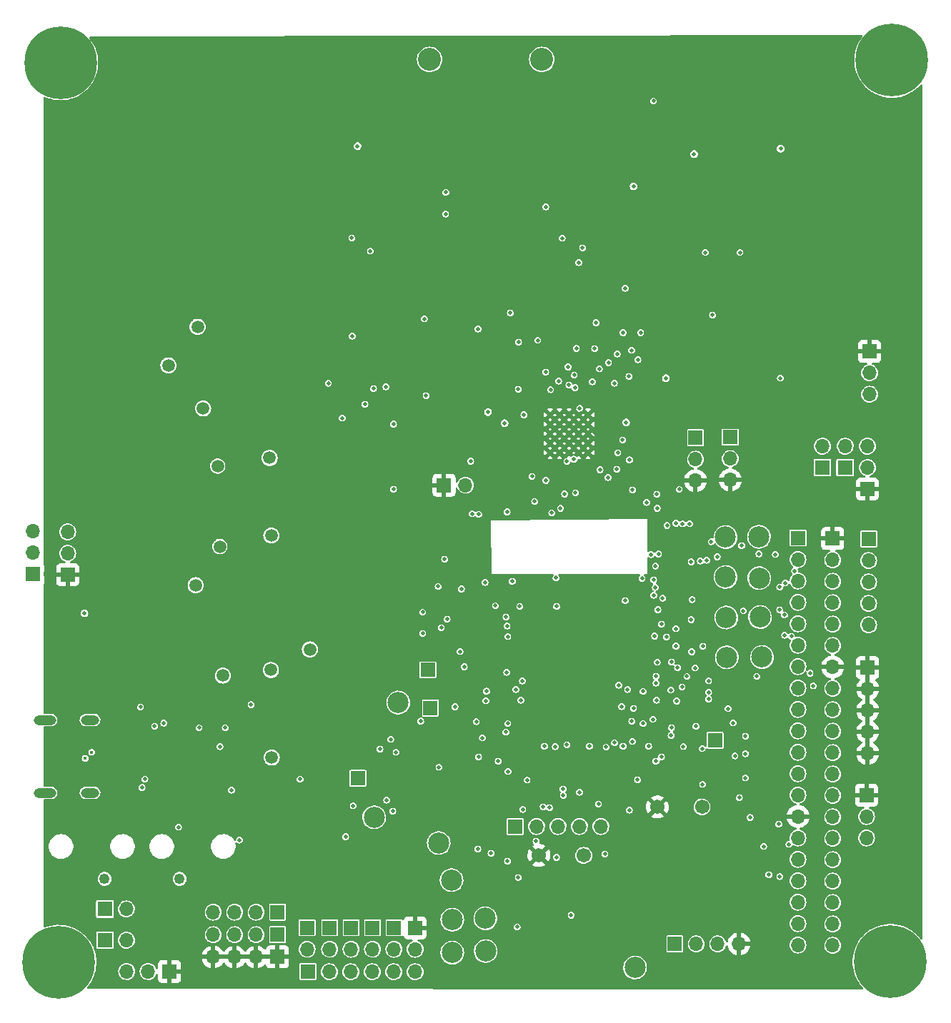
<source format=gbr>
%TF.GenerationSoftware,KiCad,Pcbnew,6.0.4-6f826c9f35~116~ubuntu20.04.1*%
%TF.CreationDate,2022-04-10T19:12:30+02:00*%
%TF.ProjectId,THEIA,54484549-412e-46b6-9963-61645f706362,rev?*%
%TF.SameCoordinates,Original*%
%TF.FileFunction,Copper,L2,Inr*%
%TF.FilePolarity,Positive*%
%FSLAX46Y46*%
G04 Gerber Fmt 4.6, Leading zero omitted, Abs format (unit mm)*
G04 Created by KiCad (PCBNEW 6.0.4-6f826c9f35~116~ubuntu20.04.1) date 2022-04-10 19:12:30*
%MOMM*%
%LPD*%
G01*
G04 APERTURE LIST*
%TA.AperFunction,ComponentPad*%
%ADD10R,1.700000X1.700000*%
%TD*%
%TA.AperFunction,ComponentPad*%
%ADD11O,1.700000X1.700000*%
%TD*%
%TA.AperFunction,ComponentPad*%
%ADD12C,1.701800*%
%TD*%
%TA.AperFunction,ComponentPad*%
%ADD13C,0.900000*%
%TD*%
%TA.AperFunction,ComponentPad*%
%ADD14C,8.600000*%
%TD*%
%TA.AperFunction,ComponentPad*%
%ADD15O,2.667000X1.168400*%
%TD*%
%TA.AperFunction,ComponentPad*%
%ADD16O,2.159000X1.168400*%
%TD*%
%TA.AperFunction,ComponentPad*%
%ADD17C,2.500000*%
%TD*%
%TA.AperFunction,ComponentPad*%
%ADD18C,0.500000*%
%TD*%
%TA.AperFunction,ComponentPad*%
%ADD19C,2.710000*%
%TD*%
%TA.AperFunction,ViaPad*%
%ADD20C,0.508000*%
%TD*%
%TA.AperFunction,ViaPad*%
%ADD21C,0.400000*%
%TD*%
%TA.AperFunction,ViaPad*%
%ADD22C,1.508000*%
%TD*%
%TA.AperFunction,ViaPad*%
%ADD23C,1.250000*%
%TD*%
G04 APERTURE END LIST*
D10*
%TO.N,POWER-IN-*%
%TO.C,J7*%
X205232000Y-121539000D03*
D11*
X205232000Y-124079000D03*
X205232000Y-126619000D03*
X205232000Y-129159000D03*
X205232000Y-131699000D03*
%TD*%
D10*
%TO.N,VDD33*%
%TO.C,J9*%
X205359000Y-106299000D03*
D11*
X205359000Y-108839000D03*
X205359000Y-111379000D03*
X205359000Y-113919000D03*
X205359000Y-116459000D03*
%TD*%
D12*
%TO.N,POWER-IN-*%
%TO.C,U2*%
X180306200Y-138069000D03*
%TO.N,Net-(C2-Pad2)*%
X185606200Y-138069000D03*
%TD*%
D13*
%TO.N,N/C*%
%TO.C,H3*%
X208100000Y-52725000D03*
X211325000Y-49500000D03*
X205819581Y-47219581D03*
X210380419Y-47219581D03*
D14*
X208100000Y-49500000D03*
D13*
X208100000Y-46275000D03*
X210380419Y-51780419D03*
X205819581Y-51780419D03*
X204875000Y-49500000D03*
%TD*%
%TO.N,N/C*%
%TO.C,H4*%
X106175000Y-156500000D03*
X111680419Y-158780419D03*
X107119581Y-158780419D03*
X112625000Y-156500000D03*
X107119581Y-154219581D03*
D14*
X109400000Y-156500000D03*
D13*
X109400000Y-159725000D03*
X111680419Y-154219581D03*
X109400000Y-153275000D03*
%TD*%
D10*
%TO.N,/ESP32/TXD0*%
%TO.C,JP6*%
X144018000Y-152400000D03*
D11*
%TO.N,Net-(J10-Pad3)*%
X144018000Y-154940000D03*
%TD*%
D10*
%TO.N,/ESP32/Micro SUB & USB-UART/RTS*%
%TO.C,J13*%
X135305800Y-153212800D03*
D11*
%TO.N,/ESP32/DTR*%
X132765800Y-153212800D03*
%TO.N,/ESP32/EN*%
X130225800Y-153212800D03*
%TO.N,/ESP32/IO0*%
X127685800Y-153212800D03*
%TD*%
D10*
%TO.N,Net-(J10-Pad1)*%
%TO.C,J10*%
X138912600Y-157607000D03*
D11*
%TO.N,Net-(J10-Pad2)*%
X141452600Y-157607000D03*
%TO.N,Net-(J10-Pad3)*%
X143992600Y-157607000D03*
%TO.N,Net-(J10-Pad4)*%
X146532600Y-157607000D03*
%TO.N,Net-(J10-Pad5)*%
X149072600Y-157607000D03*
%TO.N,Net-(J10-Pad6)*%
X151612600Y-157607000D03*
%TD*%
D10*
%TO.N,POWER-IN-*%
%TO.C,J4*%
X205105000Y-136652000D03*
D11*
%TO.N,/TMC5160-SMD/SPI_MODE*%
X205105000Y-139192000D03*
%TO.N,VDD33*%
X205105000Y-141732000D03*
%TD*%
D10*
%TO.N,VDD33*%
%TO.C,J14*%
X196977000Y-106172000D03*
D11*
%TO.N,/ESP32/EN*%
X196977000Y-108712000D03*
%TO.N,/ESP32/SENSOR_VP*%
X196977000Y-111252000D03*
%TO.N,/ESP32/SENSOR_VN*%
X196977000Y-113792000D03*
%TO.N,/ESP32/IO34*%
X196977000Y-116332000D03*
%TO.N,/ESP32/IO35*%
X196977000Y-118872000D03*
%TO.N,/ESP32/IO32*%
X196977000Y-121412000D03*
%TO.N,/ESP32/IO33*%
X196977000Y-123952000D03*
%TO.N,/ESP32/IO25*%
X196977000Y-126492000D03*
%TO.N,/ESP32/IO26*%
X196977000Y-129032000D03*
%TO.N,/ESP32/IO27*%
X196977000Y-131572000D03*
%TO.N,/ESP32/IO14*%
X196977000Y-134112000D03*
%TO.N,/ESP32/IO12*%
X196977000Y-136652000D03*
%TO.N,POWER-IN-*%
X196977000Y-139192000D03*
%TO.N,/ESP32/IO13*%
X196977000Y-141732000D03*
%TO.N,/ESP32/SD2*%
X196977000Y-144272000D03*
%TO.N,/ESP32/SD3*%
X196977000Y-146812000D03*
%TO.N,/ESP32/CMD*%
X196977000Y-149352000D03*
%TO.N,EXT_5V*%
X196977000Y-151892000D03*
%TO.N,unconnected-(J14-Pad20)*%
X196977000Y-154432000D03*
%TD*%
D13*
%TO.N,N/C*%
%TO.C,H1*%
X205619581Y-154119581D03*
X207900000Y-153175000D03*
X207900000Y-159625000D03*
D14*
X207900000Y-156400000D03*
D13*
X210180419Y-154119581D03*
X210180419Y-158680419D03*
X204675000Y-156400000D03*
X205619581Y-158680419D03*
X211125000Y-156400000D03*
%TD*%
D15*
%TO.N,N/C*%
%TO.C,J25*%
X107728700Y-127759998D03*
X107728700Y-136400002D03*
D16*
X113088700Y-127759998D03*
X113088700Y-136400002D03*
%TD*%
D10*
%TO.N,5V-LEDS*%
%TO.C,JP2*%
X114853800Y-150164800D03*
D11*
%TO.N,Net-(J1-Pad3)*%
X117393800Y-150164800D03*
%TD*%
D10*
%TO.N,POWER-IN-*%
%TO.C,J22*%
X106324400Y-110475000D03*
D11*
%TO.N,/ESP32/Micro SUB & USB-UART/RI*%
X106324400Y-107935000D03*
%TO.N,VDD33*%
X106324400Y-105395000D03*
%TD*%
D17*
%TO.N,/ESP32/IO13*%
%TO.C,TP8*%
X192709800Y-120294400D03*
%TD*%
%TO.N,/MOSI*%
%TO.C,TP13*%
X188468000Y-115595400D03*
%TD*%
D18*
%TO.N,POWER-IN-*%
%TO.C,IC1*%
X168724800Y-93802200D03*
X169849800Y-93802200D03*
X172099800Y-94927200D03*
X168724800Y-91552200D03*
X167599800Y-93802200D03*
X168724800Y-96052200D03*
X169849800Y-91552200D03*
X168724800Y-94927200D03*
X170974800Y-94927200D03*
X167599800Y-91552200D03*
X167599800Y-94927200D03*
X169849800Y-96052200D03*
X169849800Y-94927200D03*
X167599800Y-92677200D03*
X172099800Y-91552200D03*
X172099800Y-92677200D03*
X168724800Y-92677200D03*
X172099800Y-96052200D03*
X167599800Y-96052200D03*
X169849800Y-92677200D03*
X170974800Y-96052200D03*
X172099800Y-93802200D03*
X170974800Y-91552200D03*
X170974800Y-93802200D03*
X170974800Y-92677200D03*
%TD*%
D17*
%TO.N,/ESP32/IO2*%
%TO.C,TP5*%
X154406600Y-142341600D03*
%TD*%
D13*
%TO.N,N/C*%
%TO.C,H2*%
X109600000Y-53025000D03*
X112825000Y-49800000D03*
X111880419Y-47519581D03*
X106375000Y-49800000D03*
D14*
X109600000Y-49800000D03*
D13*
X111880419Y-52080419D03*
X107319581Y-52080419D03*
X109600000Y-46575000D03*
X107319581Y-47519581D03*
%TD*%
D10*
%TO.N,5V-LEDS*%
%TO.C,JP4*%
X202568236Y-97815401D03*
D11*
%TO.N,Net-(J2-Pad3)*%
X202568236Y-95275401D03*
%TD*%
D17*
%TO.N,/ESP32/Micro SUB & USB-UART/RTS*%
%TO.C,TP17*%
X146761200Y-139293600D03*
%TD*%
%TO.N,/ESP32/IO15*%
%TO.C,TP6*%
X159969200Y-155143200D03*
%TD*%
%TO.N,/CLK*%
%TO.C,TP11*%
X192354200Y-106019600D03*
%TD*%
%TO.N,/ESP32/IO15*%
%TO.C,TP4*%
X177673000Y-157099000D03*
%TD*%
D12*
%TO.N,POWER-IN-*%
%TO.C,U1*%
X166285400Y-143809400D03*
%TO.N,Net-(C1-Pad2)*%
X171585400Y-143809400D03*
%TD*%
D10*
%TO.N,/ESP32/RXD0*%
%TO.C,JP10*%
X141478000Y-152395000D03*
D11*
%TO.N,Net-(J10-Pad2)*%
X141478000Y-154935000D03*
%TD*%
D10*
%TO.N,+12V*%
%TO.C,JP1*%
X114858800Y-153873200D03*
D11*
%TO.N,Net-(J1-Pad3)*%
X117398800Y-153873200D03*
%TD*%
D10*
%TO.N,/ESP32/IO0*%
%TO.C,J24*%
X187147200Y-130149600D03*
%TD*%
%TO.N,VDD33*%
%TO.C,J12*%
X135305800Y-150545800D03*
D11*
X132765800Y-150545800D03*
X130225800Y-150545800D03*
X127685800Y-150545800D03*
%TD*%
D17*
%TO.N,/CS*%
%TO.C,TP2*%
X156006800Y-151434800D03*
%TD*%
%TO.N,/ESP32/RXD0*%
%TO.C,TP7*%
X188544200Y-120319800D03*
%TD*%
D10*
%TO.N,POWER-IN-*%
%TO.C,JP7*%
X151612600Y-152400000D03*
D11*
%TO.N,Net-(J10-Pad6)*%
X151612600Y-154940000D03*
%TD*%
D10*
%TO.N,POWER-IN-*%
%TO.C,J15*%
X201091800Y-106222800D03*
D11*
%TO.N,/MOSI*%
X201091800Y-108762800D03*
%TO.N,/ESP32/IO22*%
X201091800Y-111302800D03*
%TO.N,/ESP32/TXD0*%
X201091800Y-113842800D03*
%TO.N,/ESP32/RXD0*%
X201091800Y-116382800D03*
%TO.N,/ESP32/IO21*%
X201091800Y-118922800D03*
%TO.N,POWER-IN-*%
X201091800Y-121462800D03*
%TO.N,/MISO*%
X201091800Y-124002800D03*
%TO.N,/CLK*%
X201091800Y-126542800D03*
%TO.N,/CS*%
X201091800Y-129082800D03*
%TO.N,/ESP32/IO17*%
X201091800Y-131622800D03*
%TO.N,/ESP32/IO16*%
X201091800Y-134162800D03*
%TO.N,/ESP32/IO4*%
X201091800Y-136702800D03*
%TO.N,/ESP32/IO0*%
X201091800Y-139242800D03*
%TO.N,/ESP32/IO2*%
X201091800Y-141782800D03*
%TO.N,/ESP32/IO15*%
X201091800Y-144322800D03*
%TO.N,/ESP32/SD1*%
X201091800Y-146862800D03*
%TO.N,/ESP32/SD0*%
X201091800Y-149402800D03*
%TO.N,/ESP32/CLK*%
X201091800Y-151942800D03*
%TO.N,unconnected-(J15-Pad20)*%
X201091800Y-154482800D03*
%TD*%
D10*
%TO.N,POWER-IN-*%
%TO.C,J11*%
X135295800Y-155854400D03*
D11*
X132755800Y-155854400D03*
X130215800Y-155854400D03*
X127675800Y-155854400D03*
%TD*%
D17*
%TO.N,/ESP32/TXD0*%
%TO.C,TP9*%
X192481200Y-115544600D03*
%TD*%
D19*
%TO.N,N/C*%
%TO.C,J6*%
X166619200Y-49408600D03*
X153319200Y-49408600D03*
%TD*%
D17*
%TO.N,/CS*%
%TO.C,TP15*%
X155923573Y-146743450D03*
%TD*%
D10*
%TO.N,/ESP32/Micro SUB & USB-UART/RTS*%
%TO.C,J20*%
X144830800Y-134670800D03*
%TD*%
%TO.N,POWER-IN-*%
%TO.C,J5*%
X205460600Y-84038199D03*
D11*
%TO.N,/TMC5160-SMD/SD_MODE*%
X205460600Y-86578199D03*
%TO.N,VDD33*%
X205460600Y-89118199D03*
%TD*%
D17*
%TO.N,/ESP32/IO35*%
%TO.C,TP12*%
X192379600Y-110921800D03*
%TD*%
D10*
%TO.N,/ESP32/CTS*%
%TO.C,JP9*%
X149098000Y-152400000D03*
D11*
%TO.N,Net-(J10-Pad5)*%
X149098000Y-154940000D03*
%TD*%
D10*
%TO.N,POWER-IN-*%
%TO.C,J21*%
X110439200Y-110525800D03*
D11*
%TO.N,/ESP32/Micro SUB & USB-UART/DCD*%
X110439200Y-107985800D03*
%TO.N,VDD33*%
X110439200Y-105445800D03*
%TD*%
D10*
%TO.N,VDD33*%
%TO.C,J3*%
X182382000Y-154305000D03*
D11*
%TO.N,/ESP32/IO33*%
X184922000Y-154305000D03*
%TO.N,/ESP32/IO32*%
X187462000Y-154305000D03*
%TO.N,POWER-IN-*%
X190002000Y-154305000D03*
%TD*%
D17*
%TO.N,/ESP32/DTR*%
%TO.C,TP16*%
X149606000Y-125679200D03*
%TD*%
D10*
%TO.N,POWER-IN-*%
%TO.C,J1*%
X122504200Y-157581600D03*
D11*
%TO.N,/ESP32/IO17*%
X119964200Y-157581600D03*
%TO.N,Net-(J1-Pad3)*%
X117424200Y-157581600D03*
%TD*%
D10*
%TO.N,POWER-IN-*%
%TO.C,JP11*%
X155036600Y-99898200D03*
D11*
%TO.N,/TMC5160-SMD/CLK*%
X157576600Y-99898200D03*
%TD*%
D17*
%TO.N,/ESP32/IO0*%
%TO.C,TP3*%
X156006800Y-155346400D03*
%TD*%
D10*
%TO.N,/ESP32/DTR*%
%TO.C,J19*%
X153416000Y-126339600D03*
%TD*%
%TO.N,VDD33*%
%TO.C,J17*%
X188950600Y-94208600D03*
D11*
%TO.N,/TMC5160-SMD/SPI_MODE*%
X188950600Y-96748600D03*
%TO.N,POWER-IN-*%
X188950600Y-99288600D03*
%TD*%
D10*
%TO.N,/ESP32/IO12*%
%TO.C,J8*%
X163454000Y-140385800D03*
D11*
%TO.N,/ESP32/IO15*%
X165994000Y-140385800D03*
%TO.N,/ESP32/IO2*%
X168534000Y-140385800D03*
%TO.N,/ESP32/IO0*%
X171074000Y-140385800D03*
%TO.N,/CS*%
X173614000Y-140385800D03*
%TD*%
D10*
%TO.N,+12V*%
%TO.C,JP3*%
X199872601Y-97815401D03*
D11*
%TO.N,Net-(J2-Pad3)*%
X199872601Y-95275401D03*
%TD*%
D10*
%TO.N,VDD33*%
%TO.C,J16*%
X184835800Y-94284800D03*
D11*
%TO.N,/TMC5160-SMD/SD_MODE*%
X184835800Y-96824800D03*
%TO.N,POWER-IN-*%
X184835800Y-99364800D03*
%TD*%
D10*
%TO.N,/ESP32/EN*%
%TO.C,J23*%
X153111200Y-121818400D03*
%TD*%
%TO.N,VDD33*%
%TO.C,JP8*%
X146558000Y-152395000D03*
D11*
%TO.N,Net-(J10-Pad4)*%
X146558000Y-154935000D03*
%TD*%
D10*
%TO.N,POWER-IN-*%
%TO.C,J2*%
X205206600Y-100355400D03*
D11*
%TO.N,unconnected-(J2-Pad2)*%
X205206600Y-97815400D03*
%TO.N,Net-(J2-Pad3)*%
X205206600Y-95275400D03*
%TD*%
D17*
%TO.N,/ESP32/IO34*%
%TO.C,TP14*%
X188391800Y-110794800D03*
%TD*%
D10*
%TO.N,/ESP32/DTR*%
%TO.C,JP5*%
X138811000Y-152395000D03*
D11*
%TO.N,Net-(J10-Pad1)*%
X138811000Y-154935000D03*
%TD*%
D17*
%TO.N,/ESP32/IO12*%
%TO.C,TP1*%
X159918400Y-151282400D03*
%TD*%
%TO.N,/MISO*%
%TO.C,TP10*%
X188391800Y-106070400D03*
%TD*%
D20*
%TO.N,/ESP32/IO14*%
X176500000Y-113600000D03*
%TO.N,POWER-IN-*%
X177100000Y-112300000D03*
X166300000Y-99700000D03*
%TO.N,/ESP32/IO27*%
X169599800Y-97082342D03*
%TO.N,/ESP32/IO26*%
X169331977Y-100948589D03*
%TO.N,POWER-IN-*%
X170100000Y-100600000D03*
X172877446Y-93703650D03*
D21*
%TO.N,/ESP32/Micro SUB & USB-UART/USB-D_P*%
X112500000Y-132300000D03*
X113284000Y-131572000D03*
D20*
%TO.N,POWER-IN-*%
X114200000Y-128900000D03*
X116600000Y-130300000D03*
%TO.N,*%
X155092400Y-108686600D03*
%TO.N,POWER-IN-*%
X154300000Y-138800000D03*
X140900000Y-93700000D03*
X165500000Y-65600000D03*
X137500000Y-103900000D03*
X113710259Y-135420404D03*
X129400000Y-94500000D03*
X187000000Y-99200000D03*
X174900000Y-135400000D03*
X115200000Y-133500000D03*
X120650000Y-69977000D03*
X145440400Y-97140400D03*
X155800000Y-144300000D03*
X163700000Y-87700000D03*
X204400000Y-78300000D03*
X151074750Y-103725250D03*
X124714000Y-57404000D03*
X164900000Y-127600000D03*
X116900000Y-137300000D03*
X191900000Y-99800000D03*
X159000000Y-63700000D03*
X124200000Y-138600000D03*
X122400000Y-125300000D03*
X177800000Y-98400000D03*
X149400000Y-119200000D03*
X123300000Y-155600000D03*
X155036600Y-101636600D03*
X170800000Y-80100000D03*
X127900000Y-139100000D03*
X206200000Y-68000000D03*
X180900000Y-140300000D03*
X174900000Y-90000000D03*
X184300000Y-66600000D03*
X112700000Y-122100000D03*
X121919189Y-131820267D03*
X160767253Y-94546136D03*
X113000000Y-143800000D03*
X166800000Y-93400000D03*
X151200000Y-65500000D03*
X124400000Y-136700000D03*
X172200000Y-117500000D03*
X149900000Y-104900000D03*
X193700000Y-77500000D03*
X155642400Y-91557600D03*
X172216420Y-80800000D03*
X166200000Y-120600000D03*
X114700000Y-123000000D03*
X131100000Y-102000000D03*
X138800000Y-89400000D03*
X162600000Y-111900000D03*
X108900000Y-90300000D03*
X203400000Y-84600000D03*
X161600000Y-96800000D03*
X123700000Y-106600000D03*
X182500000Y-90900000D03*
X125800000Y-156500000D03*
X119045569Y-129500000D03*
X127700000Y-87200000D03*
X123500000Y-109200000D03*
X125800000Y-156500000D03*
%TO.N,Net-(C1-Pad2)*%
X173329600Y-137718800D03*
%TO.N,Net-(C2-Pad2)*%
X158851600Y-127939800D03*
X175738111Y-123626289D03*
X177948500Y-134848600D03*
%TO.N,/ESP32/IO0*%
X176250600Y-130860800D03*
X162542600Y-144492600D03*
X179273200Y-130860800D03*
X178625200Y-128169600D03*
X171077629Y-136326915D03*
%TO.N,/ESP32/EN*%
X156340900Y-126187200D03*
X148717000Y-130048000D03*
X143383000Y-141596611D03*
X152273000Y-127889000D03*
X161125200Y-114199600D03*
X180943599Y-113302542D03*
X147447000Y-131191000D03*
X144272000Y-137922000D03*
X168376600Y-114274600D03*
X164007800Y-114274600D03*
%TO.N,VDD33*%
X164871400Y-134874000D03*
X165760400Y-101836000D03*
X164363400Y-138353800D03*
X170611800Y-100798589D03*
X152501600Y-114960400D03*
X152501600Y-117475000D03*
X163830000Y-146431000D03*
X149047200Y-100380800D03*
X148971000Y-138557000D03*
X154330400Y-111912400D03*
X149047200Y-92659200D03*
X119583200Y-134772400D03*
%TO.N,+24V*%
X160248600Y-91236800D03*
D22*
X134366000Y-96672400D03*
X134620000Y-132207000D03*
X134569200Y-105867200D03*
D20*
X194919600Y-59994800D03*
D22*
X126492000Y-90805000D03*
D20*
X162204400Y-92557600D03*
X181330600Y-87223600D03*
D22*
X134518400Y-121818400D03*
X125603000Y-111760000D03*
X139141200Y-119380000D03*
D20*
X177507900Y-64452500D03*
D22*
X128828800Y-122478800D03*
D20*
X184663522Y-60636478D03*
X144780000Y-59690000D03*
X176606200Y-92456000D03*
%TO.N,5V-LEDS*%
X112420400Y-115100600D03*
%TO.N,/TMC5160-SMD/GREEN*%
X167081200Y-86487000D03*
X152685800Y-80175800D03*
%TO.N,Net-(C16-Pad2)*%
X163830000Y-88519000D03*
X164490400Y-91555700D03*
%TO.N,/TMC5160-SMD/BLUE*%
X176254500Y-81813400D03*
X170459400Y-86842600D03*
X176504600Y-76555600D03*
%TO.N,Net-(C17-Pad2)*%
X178329500Y-81813400D03*
X171119800Y-90780700D03*
%TO.N,/TMC5160-SMD/BLACK*%
X168599800Y-87559200D03*
X166128700Y-82715100D03*
X162890200Y-79476600D03*
%TO.N,Net-(C18-Pad2)*%
X163859300Y-82931000D03*
X169824400Y-88011000D03*
%TO.N,/TMC5160-SMD/RED*%
X172599800Y-87636800D03*
X177266600Y-83900100D03*
D22*
%TO.N,+12V*%
X125831600Y-81127600D03*
X122377200Y-85699600D03*
D20*
%TO.N,Net-(D2-Pad2)*%
X137972800Y-134772400D03*
X129844800Y-136067200D03*
%TO.N,Net-(IC1-Pad1)*%
X148158200Y-88239600D03*
X144164400Y-82213400D03*
%TO.N,/CS*%
X180289200Y-102641400D03*
X167106600Y-99339400D03*
X181991000Y-120878600D03*
X174091600Y-143637000D03*
X168833800Y-102641400D03*
X176784000Y-124129800D03*
%TO.N,/CLK*%
X184378600Y-119659400D03*
X185623200Y-131140200D03*
X181457600Y-104673400D03*
X184323300Y-115849400D03*
X180382600Y-114672800D03*
%TO.N,/MOSI*%
X179882800Y-112953800D03*
X179044600Y-101955600D03*
%TO.N,/MISO*%
X182519900Y-104419400D03*
X182519900Y-116919900D03*
X198400000Y-122200000D03*
X182519900Y-118991389D03*
X195400000Y-117700000D03*
X198800000Y-123700000D03*
%TO.N,/ESP32/IO26*%
X179778702Y-127666100D03*
X159138940Y-103364811D03*
X176072800Y-126161800D03*
X164134800Y-125399800D03*
X162504700Y-103073200D03*
X167800580Y-103193110D03*
X177481341Y-126361915D03*
X160070800Y-124333000D03*
%TO.N,/ESP32/IO27*%
X159588200Y-129870200D03*
X165455600Y-98856800D03*
X162610800Y-133853500D03*
X158351882Y-103292800D03*
X159994600Y-125476000D03*
%TO.N,/TMC5160-SMD/SD_MODE*%
X180238400Y-100965000D03*
%TO.N,/TMC5160-SMD/SPI_MODE*%
X177362120Y-100461500D03*
%TO.N,/ESP32/IO4*%
X183235600Y-123825000D03*
X183305884Y-104474548D03*
%TO.N,/ESP32/IO16*%
X184124600Y-104470200D03*
X186385211Y-124460000D03*
X183819800Y-122580400D03*
%TO.N,/ESP32/IO14*%
X194800000Y-114700000D03*
X194800000Y-112000000D03*
X174472600Y-98983800D03*
X189500000Y-132000000D03*
X189300000Y-128100000D03*
X185400000Y-108900000D03*
X179875818Y-111137212D03*
%TO.N,/ESP32/IO35*%
X177000000Y-96900000D03*
X182900000Y-100400000D03*
X173508800Y-98069400D03*
X195459968Y-111505653D03*
X194300000Y-108115989D03*
X175500000Y-98000000D03*
X163119901Y-111302798D03*
%TO.N,/ESP32/IO34*%
X180094450Y-109494450D03*
X192345244Y-108054756D03*
X175615600Y-96062800D03*
X196587129Y-110060670D03*
X162585400Y-117856000D03*
X179569151Y-108130850D03*
X180067616Y-112029796D03*
%TO.N,/ESP32/IO25*%
X163550600Y-124129789D03*
X186385200Y-125272800D03*
X157099000Y-112217200D03*
X159877261Y-111429800D03*
X170405704Y-96826810D03*
X157424700Y-121437400D03*
X180167029Y-122559829D03*
X182702200Y-121539000D03*
%TO.N,Net-(IC1-Pad36)*%
X173039164Y-80639164D03*
X175206993Y-87806993D03*
X175546392Y-84346392D03*
X190100000Y-72300000D03*
%TO.N,Net-(IC1-Pad38)*%
X194900000Y-87200000D03*
X173431200Y-86106000D03*
X172872400Y-83702400D03*
%TO.N,Net-(IC1-Pad39)*%
X176936400Y-86995000D03*
X186842400Y-79730600D03*
%TO.N,Net-(IC1-Pad41)*%
X170713400Y-83677000D03*
X179851000Y-54336600D03*
X171000000Y-73500000D03*
X170546300Y-88341200D03*
%TO.N,Net-(IC1-Pad44)*%
X144103400Y-70586600D03*
X146672729Y-88455929D03*
%TO.N,Net-(IC1-Pad46)*%
X167081200Y-66894400D03*
X169734220Y-85877400D03*
%TO.N,Net-(IC1-Pad47)*%
X155244800Y-65176400D03*
X167653300Y-88568264D03*
X155219400Y-67741800D03*
X159054800Y-81381600D03*
%TO.N,/ESP32/IO17*%
X181900000Y-124200000D03*
X162585400Y-128168400D03*
X188700000Y-126400000D03*
X178625200Y-124359600D03*
X182600000Y-125500000D03*
X180200000Y-125400000D03*
%TO.N,/ESP32/IO33*%
X186371600Y-123102000D03*
X194700000Y-140100000D03*
X180289200Y-120904000D03*
X162458400Y-122097800D03*
X184785000Y-121573389D03*
%TO.N,/ESP32/IO32*%
X190754000Y-131752611D03*
X190754000Y-129667000D03*
X192913000Y-142748000D03*
X180162200Y-123367800D03*
X164317100Y-123122789D03*
X185674000Y-135382000D03*
X190754000Y-134620000D03*
%TO.N,/ESP32/IO12*%
X162356800Y-129184400D03*
X170100000Y-150900000D03*
X163700000Y-152300000D03*
%TO.N,/ESP32/IO15*%
X169164000Y-136702800D03*
X168351200Y-144043400D03*
X165938200Y-142113000D03*
X174244000Y-130962400D03*
%TO.N,/ESP32/IO2*%
X175234600Y-130454400D03*
X160604200Y-143560800D03*
X159031871Y-143045871D03*
%TO.N,/ESP32/Micro SUB & USB-UART/RTS*%
X149352000Y-131572000D03*
X132166500Y-125933200D03*
%TO.N,/ESP32/DTR*%
X156921200Y-119634000D03*
X119253000Y-135763000D03*
X120742878Y-128489878D03*
X154432000Y-133350000D03*
%TO.N,/ESP32/SENSOR_VP*%
X168300000Y-110900000D03*
X184323300Y-109000000D03*
X184429400Y-113461800D03*
X162382200Y-115544600D03*
X178493971Y-110960089D03*
%TO.N,/ESP32/SENSOR_VN*%
X186169826Y-108815153D03*
X180446100Y-108068360D03*
X187400000Y-108400000D03*
X190300000Y-107066411D03*
X186700000Y-106600000D03*
X162500000Y-116600000D03*
%TO.N,/ESP32/IO13*%
X183400000Y-130900000D03*
X184886600Y-128498600D03*
X177287500Y-127889000D03*
X177368200Y-130302000D03*
%TO.N,/ESP32/SD2*%
X166928800Y-130860800D03*
X191300000Y-139300000D03*
X166776400Y-138049000D03*
%TO.N,/ESP32/SD3*%
X168224200Y-130911600D03*
%TO.N,/ESP32/CMD*%
X190029083Y-136970213D03*
X167538400Y-138150600D03*
X195908529Y-142491471D03*
X169595800Y-130683000D03*
%TO.N,/ESP32/IO22*%
X190500000Y-114800000D03*
%TO.N,/ESP32/TXD0*%
X180797200Y-116382800D03*
X159130800Y-132130800D03*
X195373989Y-115300000D03*
X180797200Y-132130800D03*
%TO.N,/ESP32/RXD0*%
X180136800Y-132638800D03*
X161442400Y-132638800D03*
X148234400Y-137261600D03*
X181400000Y-117896500D03*
X196188999Y-117811001D03*
X148234400Y-137261600D03*
%TO.N,/ESP32/IO21*%
X185700000Y-119000000D03*
X192100000Y-122580389D03*
X180000000Y-117800000D03*
%TO.N,/ESP32/SD1*%
X169138600Y-135940800D03*
X176987200Y-138433269D03*
X193522600Y-146100800D03*
X172262800Y-130860800D03*
%TO.N,/ESP32/SD0*%
X194818000Y-146308500D03*
X181944700Y-129570580D03*
%TO.N,/ESP32/CLK*%
X181989721Y-128673100D03*
D23*
%TO.N,POWER-IN+*%
X123707112Y-146589040D03*
X114817112Y-146589040D03*
D20*
%TO.N,/ESP32/CTS*%
X130800000Y-142000000D03*
%TO.N,Net-(Q2-Pad3)*%
X141325600Y-87807800D03*
X146304000Y-72136000D03*
X142976600Y-91948000D03*
%TO.N,Net-(Q4-Pad3)*%
X169037000Y-70612000D03*
X152908000Y-89281000D03*
X171450000Y-71755000D03*
X185998200Y-72294800D03*
%TO.N,Net-(Q11-Pad2)*%
X154700000Y-116800000D03*
X155400000Y-115800000D03*
%TO.N,/ESP32/Micro SUB & USB-UART/TXD*%
X129108800Y-128676400D03*
X128473200Y-130911600D03*
%TO.N,Net-(R32-Pad1)*%
X121822807Y-128122007D03*
X126008800Y-128676400D03*
%TO.N,EXT_5V*%
X123571000Y-140462000D03*
D22*
%TO.N,+5V*%
X128219200Y-97637600D03*
D20*
X176199800Y-94538800D03*
X178005193Y-85008793D03*
X145656300Y-90309700D03*
D22*
X128473200Y-107188000D03*
D20*
X174523400Y-85369400D03*
X158191200Y-97053400D03*
%TO.N,Net-(J25-PadB5)*%
X119065800Y-126212600D03*
%TD*%
%TA.AperFunction,Conductor*%
%TO.N,POWER-IN-*%
G36*
X204590520Y-46536115D02*
G01*
X204637135Y-46589665D01*
X204647398Y-46659916D01*
X204623400Y-46717919D01*
X204414904Y-46995611D01*
X204195574Y-47353524D01*
X204010901Y-47730489D01*
X204009856Y-47733253D01*
X204009854Y-47733259D01*
X203863571Y-48120385D01*
X203863567Y-48120396D01*
X203862523Y-48123160D01*
X203861742Y-48126014D01*
X203861739Y-48126024D01*
X203752544Y-48525174D01*
X203752541Y-48525186D01*
X203751757Y-48528053D01*
X203679586Y-48941572D01*
X203679354Y-48944520D01*
X203661035Y-49177294D01*
X203646652Y-49360048D01*
X203653245Y-49779766D01*
X203653572Y-49782725D01*
X203653572Y-49782730D01*
X203686637Y-50082225D01*
X203699308Y-50197001D01*
X203699910Y-50199909D01*
X203699911Y-50199914D01*
X203757843Y-50479654D01*
X203784432Y-50608049D01*
X203785305Y-50610885D01*
X203785305Y-50610887D01*
X203879899Y-50918367D01*
X203907862Y-51009263D01*
X204068501Y-51397080D01*
X204264923Y-51768058D01*
X204495387Y-52118905D01*
X204757845Y-52446506D01*
X204759909Y-52448636D01*
X204759917Y-52448645D01*
X204978308Y-52674006D01*
X205049968Y-52747954D01*
X205369164Y-53020573D01*
X205712599Y-53261943D01*
X205812005Y-53318643D01*
X206074648Y-53468452D01*
X206074653Y-53468455D01*
X206077224Y-53469921D01*
X206459804Y-53642663D01*
X206856942Y-53778634D01*
X206859816Y-53779324D01*
X206859823Y-53779326D01*
X207098514Y-53836630D01*
X207265114Y-53876627D01*
X207268046Y-53877044D01*
X207268055Y-53877046D01*
X207677758Y-53935355D01*
X207677761Y-53935355D01*
X207680696Y-53935773D01*
X207683661Y-53935913D01*
X207683663Y-53935913D01*
X208097031Y-53955407D01*
X208100000Y-53955547D01*
X208102969Y-53955407D01*
X208516337Y-53935913D01*
X208516339Y-53935913D01*
X208519304Y-53935773D01*
X208522239Y-53935355D01*
X208522242Y-53935355D01*
X208931945Y-53877046D01*
X208931954Y-53877044D01*
X208934886Y-53876627D01*
X209101486Y-53836630D01*
X209340177Y-53779326D01*
X209340184Y-53779324D01*
X209343058Y-53778634D01*
X209740196Y-53642663D01*
X210122776Y-53469921D01*
X210125347Y-53468455D01*
X210125352Y-53468452D01*
X210387995Y-53318643D01*
X210487401Y-53261943D01*
X210830836Y-53020573D01*
X211150032Y-52747954D01*
X211221692Y-52674006D01*
X211440083Y-52448645D01*
X211440091Y-52448636D01*
X211442155Y-52446506D01*
X211475666Y-52404677D01*
X211533867Y-52364020D01*
X211604811Y-52361283D01*
X211665973Y-52397336D01*
X211697933Y-52460732D01*
X211700000Y-52483458D01*
X211700000Y-153668340D01*
X211679998Y-153736461D01*
X211626342Y-153782954D01*
X211556068Y-153793058D01*
X211491488Y-153763564D01*
X211470913Y-153740790D01*
X211422285Y-153671599D01*
X211422278Y-153671590D01*
X211420573Y-153669164D01*
X211403638Y-153649335D01*
X211190859Y-153400203D01*
X211147954Y-153349968D01*
X211054928Y-153259820D01*
X210848645Y-153059917D01*
X210848636Y-153059909D01*
X210846506Y-153057845D01*
X210828807Y-153043665D01*
X210743638Y-152975432D01*
X210518905Y-152795387D01*
X210350853Y-152684997D01*
X210170534Y-152566549D01*
X210170527Y-152566545D01*
X210168058Y-152564923D01*
X210165447Y-152563541D01*
X210165441Y-152563537D01*
X209906725Y-152426555D01*
X209797080Y-152368501D01*
X209409263Y-152207862D01*
X209406440Y-152206994D01*
X209406433Y-152206991D01*
X209010887Y-152085305D01*
X209010885Y-152085305D01*
X209008049Y-152084432D01*
X209005146Y-152083831D01*
X209005139Y-152083829D01*
X208599914Y-151999911D01*
X208599909Y-151999910D01*
X208597001Y-151999308D01*
X208594052Y-151998982D01*
X208594043Y-151998981D01*
X208182730Y-151953572D01*
X208182725Y-151953572D01*
X208179766Y-151953245D01*
X208176783Y-151953198D01*
X208176781Y-151953198D01*
X208068964Y-151951505D01*
X207760048Y-151946652D01*
X207757104Y-151946884D01*
X207757094Y-151946884D01*
X207350599Y-151978876D01*
X207341572Y-151979586D01*
X206928053Y-152051757D01*
X206925186Y-152052541D01*
X206925174Y-152052544D01*
X206526024Y-152161739D01*
X206526014Y-152161742D01*
X206523160Y-152162523D01*
X206520396Y-152163567D01*
X206520385Y-152163571D01*
X206133259Y-152309854D01*
X206133253Y-152309856D01*
X206130489Y-152310901D01*
X205753524Y-152495574D01*
X205395611Y-152714904D01*
X205393226Y-152716694D01*
X205393227Y-152716694D01*
X205083367Y-152949343D01*
X205059927Y-152966942D01*
X204749453Y-153249453D01*
X204741100Y-153258633D01*
X204523181Y-153498122D01*
X204466942Y-153559927D01*
X204465160Y-153562300D01*
X204465157Y-153562304D01*
X204292464Y-153792311D01*
X204214904Y-153895611D01*
X203995574Y-154253524D01*
X203810901Y-154630489D01*
X203809856Y-154633253D01*
X203809854Y-154633259D01*
X203663571Y-155020385D01*
X203663567Y-155020396D01*
X203662523Y-155023160D01*
X203661742Y-155026014D01*
X203661739Y-155026024D01*
X203552544Y-155425174D01*
X203552541Y-155425186D01*
X203551757Y-155428053D01*
X203479586Y-155841572D01*
X203479354Y-155844520D01*
X203448095Y-156241716D01*
X203446652Y-156260048D01*
X203449856Y-156464003D01*
X203452853Y-156654783D01*
X203453245Y-156679766D01*
X203453572Y-156682725D01*
X203453572Y-156682730D01*
X203495237Y-157060124D01*
X203499308Y-157097001D01*
X203499910Y-157099909D01*
X203499911Y-157099914D01*
X203562905Y-157404097D01*
X203584432Y-157508049D01*
X203585305Y-157510885D01*
X203585305Y-157510887D01*
X203698251Y-157878021D01*
X203707862Y-157909263D01*
X203868501Y-158297080D01*
X203905175Y-158366345D01*
X204024585Y-158591872D01*
X204064923Y-158668058D01*
X204066545Y-158670527D01*
X204066549Y-158670534D01*
X204243293Y-158939600D01*
X204295387Y-159018905D01*
X204557845Y-159346506D01*
X204559917Y-159348644D01*
X204689298Y-159482155D01*
X204722340Y-159544994D01*
X204716163Y-159615721D01*
X204672729Y-159671882D01*
X204598740Y-159695840D01*
X195267196Y-159690374D01*
X112847779Y-159642092D01*
X112779672Y-159622051D01*
X112733211Y-159568368D01*
X112723148Y-159498088D01*
X112749521Y-159437312D01*
X113002754Y-159121225D01*
X113004613Y-159118905D01*
X113122395Y-158939600D01*
X113233451Y-158770534D01*
X113233455Y-158770527D01*
X113235077Y-158768058D01*
X113431499Y-158397080D01*
X113592138Y-158009263D01*
X113599708Y-157984659D01*
X113714695Y-157610887D01*
X113714695Y-157610885D01*
X113715568Y-157608049D01*
X113718693Y-157592963D01*
X113723953Y-157567563D01*
X116418957Y-157567563D01*
X116435375Y-157763083D01*
X116489458Y-157951691D01*
X116492276Y-157957174D01*
X116576323Y-158120713D01*
X116576326Y-158120717D01*
X116579144Y-158126201D01*
X116701018Y-158279969D01*
X116705711Y-158283963D01*
X116705712Y-158283964D01*
X116799447Y-158363738D01*
X116850438Y-158407135D01*
X116855816Y-158410141D01*
X116855818Y-158410142D01*
X116921153Y-158446656D01*
X117021713Y-158502857D01*
X117208318Y-158563489D01*
X117403146Y-158586721D01*
X117409281Y-158586249D01*
X117409283Y-158586249D01*
X117592634Y-158572141D01*
X117592638Y-158572140D01*
X117598776Y-158571668D01*
X117787756Y-158518903D01*
X117962889Y-158430437D01*
X117992715Y-158407135D01*
X118048260Y-158363738D01*
X118117503Y-158309640D01*
X118126081Y-158299703D01*
X118241685Y-158165773D01*
X118241685Y-158165772D01*
X118245709Y-158161111D01*
X118251112Y-158151601D01*
X118325149Y-158021272D01*
X118342625Y-157990509D01*
X118404558Y-157804332D01*
X118429149Y-157609671D01*
X118429541Y-157581600D01*
X118428165Y-157567563D01*
X118958957Y-157567563D01*
X118975375Y-157763083D01*
X119029458Y-157951691D01*
X119032276Y-157957174D01*
X119116323Y-158120713D01*
X119116326Y-158120717D01*
X119119144Y-158126201D01*
X119241018Y-158279969D01*
X119245711Y-158283963D01*
X119245712Y-158283964D01*
X119339447Y-158363738D01*
X119390438Y-158407135D01*
X119395816Y-158410141D01*
X119395818Y-158410142D01*
X119461153Y-158446656D01*
X119561713Y-158502857D01*
X119748318Y-158563489D01*
X119943146Y-158586721D01*
X119949281Y-158586249D01*
X119949283Y-158586249D01*
X120132634Y-158572141D01*
X120132638Y-158572140D01*
X120138776Y-158571668D01*
X120327756Y-158518903D01*
X120502889Y-158430437D01*
X120532715Y-158407135D01*
X120588260Y-158363738D01*
X120657503Y-158309640D01*
X120666081Y-158299703D01*
X120781685Y-158165773D01*
X120781685Y-158165772D01*
X120785709Y-158161111D01*
X120791112Y-158151601D01*
X120865149Y-158021272D01*
X120882625Y-157990509D01*
X120900643Y-157936345D01*
X120941125Y-157878021D01*
X121006713Y-157850842D01*
X121076584Y-157863437D01*
X121128553Y-157911807D01*
X121146201Y-157976118D01*
X121146201Y-158476269D01*
X121146571Y-158483090D01*
X121152095Y-158533952D01*
X121155721Y-158549204D01*
X121200876Y-158669654D01*
X121209414Y-158685249D01*
X121285915Y-158787324D01*
X121298476Y-158799885D01*
X121400551Y-158876386D01*
X121416146Y-158884924D01*
X121536594Y-158930078D01*
X121551849Y-158933705D01*
X121602714Y-158939231D01*
X121609528Y-158939600D01*
X122232085Y-158939600D01*
X122247324Y-158935125D01*
X122248529Y-158933735D01*
X122250200Y-158926052D01*
X122250200Y-158921484D01*
X122758200Y-158921484D01*
X122762675Y-158936723D01*
X122764065Y-158937928D01*
X122771748Y-158939599D01*
X123398869Y-158939599D01*
X123405690Y-158939229D01*
X123456552Y-158933705D01*
X123471804Y-158930079D01*
X123592254Y-158884924D01*
X123607849Y-158876386D01*
X123709924Y-158799885D01*
X123722485Y-158787324D01*
X123798986Y-158685249D01*
X123807524Y-158669654D01*
X123852678Y-158549206D01*
X123856305Y-158533951D01*
X123861831Y-158483086D01*
X123862200Y-158476272D01*
X123862200Y-158471820D01*
X137912100Y-158471820D01*
X137920833Y-158515722D01*
X137927727Y-158526040D01*
X137927728Y-158526042D01*
X137939930Y-158544303D01*
X137954096Y-158565504D01*
X137964415Y-158572399D01*
X137993558Y-158591872D01*
X137993560Y-158591873D01*
X138003878Y-158598767D01*
X138047780Y-158607500D01*
X139777420Y-158607500D01*
X139821322Y-158598767D01*
X139831640Y-158591873D01*
X139831642Y-158591872D01*
X139860785Y-158572399D01*
X139871104Y-158565504D01*
X139885270Y-158544303D01*
X139897472Y-158526042D01*
X139897473Y-158526040D01*
X139904367Y-158515722D01*
X139913100Y-158471820D01*
X139913100Y-157592963D01*
X140447357Y-157592963D01*
X140463775Y-157788483D01*
X140517858Y-157977091D01*
X140524754Y-157990509D01*
X140604723Y-158146113D01*
X140604726Y-158146117D01*
X140607544Y-158151601D01*
X140729418Y-158305369D01*
X140734111Y-158309363D01*
X140734112Y-158309364D01*
X140851065Y-158408898D01*
X140878838Y-158432535D01*
X140884216Y-158435541D01*
X140884218Y-158435542D01*
X140920532Y-158455837D01*
X141050113Y-158528257D01*
X141236718Y-158588889D01*
X141431546Y-158612121D01*
X141437681Y-158611649D01*
X141437683Y-158611649D01*
X141621034Y-158597541D01*
X141621038Y-158597540D01*
X141627176Y-158597068D01*
X141816156Y-158544303D01*
X141991289Y-158455837D01*
X142021115Y-158432535D01*
X142141053Y-158338829D01*
X142145903Y-158335040D01*
X142168922Y-158308373D01*
X142270085Y-158191173D01*
X142270085Y-158191172D01*
X142274109Y-158186511D01*
X142371025Y-158015909D01*
X142432958Y-157829732D01*
X142457549Y-157635071D01*
X142457941Y-157607000D01*
X142456565Y-157592963D01*
X142987357Y-157592963D01*
X143003775Y-157788483D01*
X143057858Y-157977091D01*
X143064754Y-157990509D01*
X143144723Y-158146113D01*
X143144726Y-158146117D01*
X143147544Y-158151601D01*
X143269418Y-158305369D01*
X143274111Y-158309363D01*
X143274112Y-158309364D01*
X143391065Y-158408898D01*
X143418838Y-158432535D01*
X143424216Y-158435541D01*
X143424218Y-158435542D01*
X143460532Y-158455837D01*
X143590113Y-158528257D01*
X143776718Y-158588889D01*
X143971546Y-158612121D01*
X143977681Y-158611649D01*
X143977683Y-158611649D01*
X144161034Y-158597541D01*
X144161038Y-158597540D01*
X144167176Y-158597068D01*
X144356156Y-158544303D01*
X144531289Y-158455837D01*
X144561115Y-158432535D01*
X144681053Y-158338829D01*
X144685903Y-158335040D01*
X144708922Y-158308373D01*
X144810085Y-158191173D01*
X144810085Y-158191172D01*
X144814109Y-158186511D01*
X144911025Y-158015909D01*
X144972958Y-157829732D01*
X144997549Y-157635071D01*
X144997941Y-157607000D01*
X144996565Y-157592963D01*
X145527357Y-157592963D01*
X145543775Y-157788483D01*
X145597858Y-157977091D01*
X145604754Y-157990509D01*
X145684723Y-158146113D01*
X145684726Y-158146117D01*
X145687544Y-158151601D01*
X145809418Y-158305369D01*
X145814111Y-158309363D01*
X145814112Y-158309364D01*
X145931065Y-158408898D01*
X145958838Y-158432535D01*
X145964216Y-158435541D01*
X145964218Y-158435542D01*
X146000532Y-158455837D01*
X146130113Y-158528257D01*
X146316718Y-158588889D01*
X146511546Y-158612121D01*
X146517681Y-158611649D01*
X146517683Y-158611649D01*
X146701034Y-158597541D01*
X146701038Y-158597540D01*
X146707176Y-158597068D01*
X146896156Y-158544303D01*
X147071289Y-158455837D01*
X147101115Y-158432535D01*
X147221053Y-158338829D01*
X147225903Y-158335040D01*
X147248922Y-158308373D01*
X147350085Y-158191173D01*
X147350085Y-158191172D01*
X147354109Y-158186511D01*
X147451025Y-158015909D01*
X147512958Y-157829732D01*
X147537549Y-157635071D01*
X147537941Y-157607000D01*
X147536565Y-157592963D01*
X148067357Y-157592963D01*
X148083775Y-157788483D01*
X148137858Y-157977091D01*
X148144754Y-157990509D01*
X148224723Y-158146113D01*
X148224726Y-158146117D01*
X148227544Y-158151601D01*
X148349418Y-158305369D01*
X148354111Y-158309363D01*
X148354112Y-158309364D01*
X148471065Y-158408898D01*
X148498838Y-158432535D01*
X148504216Y-158435541D01*
X148504218Y-158435542D01*
X148540532Y-158455837D01*
X148670113Y-158528257D01*
X148856718Y-158588889D01*
X149051546Y-158612121D01*
X149057681Y-158611649D01*
X149057683Y-158611649D01*
X149241034Y-158597541D01*
X149241038Y-158597540D01*
X149247176Y-158597068D01*
X149436156Y-158544303D01*
X149611289Y-158455837D01*
X149641115Y-158432535D01*
X149761053Y-158338829D01*
X149765903Y-158335040D01*
X149788922Y-158308373D01*
X149890085Y-158191173D01*
X149890085Y-158191172D01*
X149894109Y-158186511D01*
X149991025Y-158015909D01*
X150052958Y-157829732D01*
X150077549Y-157635071D01*
X150077941Y-157607000D01*
X150076565Y-157592963D01*
X150607357Y-157592963D01*
X150623775Y-157788483D01*
X150677858Y-157977091D01*
X150684754Y-157990509D01*
X150764723Y-158146113D01*
X150764726Y-158146117D01*
X150767544Y-158151601D01*
X150889418Y-158305369D01*
X150894111Y-158309363D01*
X150894112Y-158309364D01*
X151011065Y-158408898D01*
X151038838Y-158432535D01*
X151044216Y-158435541D01*
X151044218Y-158435542D01*
X151080532Y-158455837D01*
X151210113Y-158528257D01*
X151396718Y-158588889D01*
X151591546Y-158612121D01*
X151597681Y-158611649D01*
X151597683Y-158611649D01*
X151781034Y-158597541D01*
X151781038Y-158597540D01*
X151787176Y-158597068D01*
X151976156Y-158544303D01*
X152151289Y-158455837D01*
X152181115Y-158432535D01*
X152301053Y-158338829D01*
X152305903Y-158335040D01*
X152328922Y-158308373D01*
X152430085Y-158191173D01*
X152430085Y-158191172D01*
X152434109Y-158186511D01*
X152531025Y-158015909D01*
X152592958Y-157829732D01*
X152617549Y-157635071D01*
X152617941Y-157607000D01*
X152598794Y-157411728D01*
X152597013Y-157405829D01*
X152597012Y-157405824D01*
X152543865Y-157229793D01*
X152542084Y-157223894D01*
X152457420Y-157064665D01*
X176268119Y-157064665D01*
X176268416Y-157069817D01*
X176268416Y-157069821D01*
X176276541Y-157210728D01*
X176281376Y-157294580D01*
X176282513Y-157299626D01*
X176282514Y-157299632D01*
X176309159Y-157417862D01*
X176332006Y-157519242D01*
X176333948Y-157524024D01*
X176333949Y-157524028D01*
X176370148Y-157613175D01*
X176418649Y-157732618D01*
X176538979Y-157928978D01*
X176689763Y-158103048D01*
X176866953Y-158250154D01*
X177065790Y-158366345D01*
X177280934Y-158448501D01*
X177286000Y-158449532D01*
X177286001Y-158449532D01*
X177298368Y-158452048D01*
X177506607Y-158494414D01*
X177636352Y-158499172D01*
X177731585Y-158502664D01*
X177731589Y-158502664D01*
X177736749Y-158502853D01*
X177741869Y-158502197D01*
X177741871Y-158502197D01*
X177811272Y-158493307D01*
X177965178Y-158473591D01*
X177970126Y-158472106D01*
X177970133Y-158472105D01*
X178180811Y-158408898D01*
X178180810Y-158408898D01*
X178185761Y-158407413D01*
X178392574Y-158306096D01*
X178580062Y-158172363D01*
X178743190Y-158009803D01*
X178753201Y-157995872D01*
X178874559Y-157826983D01*
X178877577Y-157822783D01*
X178979615Y-157616325D01*
X179013396Y-157505139D01*
X179045059Y-157400927D01*
X179045060Y-157400921D01*
X179046563Y-157395975D01*
X179062249Y-157276823D01*
X179076185Y-157170971D01*
X179076185Y-157170965D01*
X179076622Y-157167649D01*
X179077073Y-157149186D01*
X179078218Y-157102364D01*
X179078218Y-157102360D01*
X179078300Y-157099000D01*
X179059430Y-156869478D01*
X179010546Y-156674864D01*
X179004585Y-156651132D01*
X179004585Y-156651131D01*
X179003326Y-156646120D01*
X178937066Y-156493732D01*
X178913556Y-156439661D01*
X178913554Y-156439658D01*
X178911496Y-156434924D01*
X178798883Y-156260851D01*
X178789215Y-156245906D01*
X178789213Y-156245903D01*
X178786405Y-156241563D01*
X178778725Y-156233122D01*
X178634890Y-156075051D01*
X178634889Y-156075050D01*
X178631412Y-156071229D01*
X178627361Y-156068030D01*
X178627357Y-156068026D01*
X178454735Y-155931697D01*
X178454730Y-155931693D01*
X178450681Y-155928496D01*
X178446165Y-155926003D01*
X178446162Y-155926001D01*
X178253589Y-155819695D01*
X178253585Y-155819693D01*
X178249065Y-155817198D01*
X178244196Y-155815474D01*
X178244192Y-155815472D01*
X178036853Y-155742049D01*
X178036849Y-155742048D01*
X178031978Y-155740323D01*
X178026885Y-155739416D01*
X178026882Y-155739415D01*
X177930707Y-155722284D01*
X177805250Y-155699937D01*
X177718802Y-155698881D01*
X177580141Y-155697186D01*
X177580139Y-155697186D01*
X177574971Y-155697123D01*
X177347325Y-155731958D01*
X177128424Y-155803506D01*
X177123832Y-155805896D01*
X177123833Y-155805896D01*
X176986662Y-155877303D01*
X176924149Y-155909845D01*
X176739984Y-156048119D01*
X176580877Y-156214616D01*
X176577963Y-156218888D01*
X176577962Y-156218889D01*
X176547858Y-156263020D01*
X176451099Y-156404863D01*
X176448923Y-156409552D01*
X176448919Y-156409558D01*
X176359439Y-156602327D01*
X176354136Y-156613752D01*
X176315547Y-156752901D01*
X176295811Y-156824067D01*
X176292592Y-156835673D01*
X176292043Y-156840810D01*
X176269034Y-157056104D01*
X176268119Y-157064665D01*
X152457420Y-157064665D01*
X152449970Y-157050653D01*
X152325961Y-156898602D01*
X152174780Y-156773535D01*
X152002185Y-156680213D01*
X151892048Y-156646120D01*
X151820639Y-156624015D01*
X151820636Y-156624014D01*
X151814752Y-156622193D01*
X151808627Y-156621549D01*
X151808626Y-156621549D01*
X151625747Y-156602327D01*
X151625746Y-156602327D01*
X151619619Y-156601683D01*
X151515727Y-156611138D01*
X151430359Y-156618907D01*
X151430358Y-156618907D01*
X151424218Y-156619466D01*
X151418304Y-156621207D01*
X151418302Y-156621207D01*
X151304222Y-156654783D01*
X151235993Y-156674864D01*
X151230528Y-156677721D01*
X151067572Y-156762912D01*
X151067568Y-156762915D01*
X151062112Y-156765767D01*
X151057312Y-156769627D01*
X151057311Y-156769627D01*
X151044701Y-156779766D01*
X150909200Y-156888711D01*
X150783080Y-157039016D01*
X150780116Y-157044408D01*
X150780113Y-157044412D01*
X150712363Y-157167649D01*
X150688556Y-157210954D01*
X150686695Y-157216821D01*
X150686694Y-157216823D01*
X150667661Y-157276823D01*
X150629228Y-157397978D01*
X150607357Y-157592963D01*
X150076565Y-157592963D01*
X150058794Y-157411728D01*
X150057013Y-157405829D01*
X150057012Y-157405824D01*
X150003865Y-157229793D01*
X150002084Y-157223894D01*
X149909970Y-157050653D01*
X149785961Y-156898602D01*
X149634780Y-156773535D01*
X149462185Y-156680213D01*
X149352048Y-156646120D01*
X149280639Y-156624015D01*
X149280636Y-156624014D01*
X149274752Y-156622193D01*
X149268627Y-156621549D01*
X149268626Y-156621549D01*
X149085747Y-156602327D01*
X149085746Y-156602327D01*
X149079619Y-156601683D01*
X148975727Y-156611138D01*
X148890359Y-156618907D01*
X148890358Y-156618907D01*
X148884218Y-156619466D01*
X148878304Y-156621207D01*
X148878302Y-156621207D01*
X148764222Y-156654783D01*
X148695993Y-156674864D01*
X148690528Y-156677721D01*
X148527572Y-156762912D01*
X148527568Y-156762915D01*
X148522112Y-156765767D01*
X148517312Y-156769627D01*
X148517311Y-156769627D01*
X148504701Y-156779766D01*
X148369200Y-156888711D01*
X148243080Y-157039016D01*
X148240116Y-157044408D01*
X148240113Y-157044412D01*
X148172363Y-157167649D01*
X148148556Y-157210954D01*
X148146695Y-157216821D01*
X148146694Y-157216823D01*
X148127661Y-157276823D01*
X148089228Y-157397978D01*
X148067357Y-157592963D01*
X147536565Y-157592963D01*
X147518794Y-157411728D01*
X147517013Y-157405829D01*
X147517012Y-157405824D01*
X147463865Y-157229793D01*
X147462084Y-157223894D01*
X147369970Y-157050653D01*
X147245961Y-156898602D01*
X147094780Y-156773535D01*
X146922185Y-156680213D01*
X146812048Y-156646120D01*
X146740639Y-156624015D01*
X146740636Y-156624014D01*
X146734752Y-156622193D01*
X146728627Y-156621549D01*
X146728626Y-156621549D01*
X146545747Y-156602327D01*
X146545746Y-156602327D01*
X146539619Y-156601683D01*
X146435727Y-156611138D01*
X146350359Y-156618907D01*
X146350358Y-156618907D01*
X146344218Y-156619466D01*
X146338304Y-156621207D01*
X146338302Y-156621207D01*
X146224222Y-156654783D01*
X146155993Y-156674864D01*
X146150528Y-156677721D01*
X145987572Y-156762912D01*
X145987568Y-156762915D01*
X145982112Y-156765767D01*
X145977312Y-156769627D01*
X145977311Y-156769627D01*
X145964701Y-156779766D01*
X145829200Y-156888711D01*
X145703080Y-157039016D01*
X145700116Y-157044408D01*
X145700113Y-157044412D01*
X145632363Y-157167649D01*
X145608556Y-157210954D01*
X145606695Y-157216821D01*
X145606694Y-157216823D01*
X145587661Y-157276823D01*
X145549228Y-157397978D01*
X145527357Y-157592963D01*
X144996565Y-157592963D01*
X144978794Y-157411728D01*
X144977013Y-157405829D01*
X144977012Y-157405824D01*
X144923865Y-157229793D01*
X144922084Y-157223894D01*
X144829970Y-157050653D01*
X144705961Y-156898602D01*
X144554780Y-156773535D01*
X144382185Y-156680213D01*
X144272048Y-156646120D01*
X144200639Y-156624015D01*
X144200636Y-156624014D01*
X144194752Y-156622193D01*
X144188627Y-156621549D01*
X144188626Y-156621549D01*
X144005747Y-156602327D01*
X144005746Y-156602327D01*
X143999619Y-156601683D01*
X143895727Y-156611138D01*
X143810359Y-156618907D01*
X143810358Y-156618907D01*
X143804218Y-156619466D01*
X143798304Y-156621207D01*
X143798302Y-156621207D01*
X143684222Y-156654783D01*
X143615993Y-156674864D01*
X143610528Y-156677721D01*
X143447572Y-156762912D01*
X143447568Y-156762915D01*
X143442112Y-156765767D01*
X143437312Y-156769627D01*
X143437311Y-156769627D01*
X143424701Y-156779766D01*
X143289200Y-156888711D01*
X143163080Y-157039016D01*
X143160116Y-157044408D01*
X143160113Y-157044412D01*
X143092363Y-157167649D01*
X143068556Y-157210954D01*
X143066695Y-157216821D01*
X143066694Y-157216823D01*
X143047661Y-157276823D01*
X143009228Y-157397978D01*
X142987357Y-157592963D01*
X142456565Y-157592963D01*
X142438794Y-157411728D01*
X142437013Y-157405829D01*
X142437012Y-157405824D01*
X142383865Y-157229793D01*
X142382084Y-157223894D01*
X142289970Y-157050653D01*
X142165961Y-156898602D01*
X142014780Y-156773535D01*
X141842185Y-156680213D01*
X141732048Y-156646120D01*
X141660639Y-156624015D01*
X141660636Y-156624014D01*
X141654752Y-156622193D01*
X141648627Y-156621549D01*
X141648626Y-156621549D01*
X141465747Y-156602327D01*
X141465746Y-156602327D01*
X141459619Y-156601683D01*
X141355727Y-156611138D01*
X141270359Y-156618907D01*
X141270358Y-156618907D01*
X141264218Y-156619466D01*
X141258304Y-156621207D01*
X141258302Y-156621207D01*
X141144222Y-156654783D01*
X141075993Y-156674864D01*
X141070528Y-156677721D01*
X140907572Y-156762912D01*
X140907568Y-156762915D01*
X140902112Y-156765767D01*
X140897312Y-156769627D01*
X140897311Y-156769627D01*
X140884701Y-156779766D01*
X140749200Y-156888711D01*
X140623080Y-157039016D01*
X140620116Y-157044408D01*
X140620113Y-157044412D01*
X140552363Y-157167649D01*
X140528556Y-157210954D01*
X140526695Y-157216821D01*
X140526694Y-157216823D01*
X140507661Y-157276823D01*
X140469228Y-157397978D01*
X140447357Y-157592963D01*
X139913100Y-157592963D01*
X139913100Y-156742180D01*
X139904367Y-156698278D01*
X139897473Y-156687960D01*
X139897472Y-156687958D01*
X139877999Y-156658815D01*
X139871104Y-156648496D01*
X139842299Y-156629249D01*
X139831642Y-156622128D01*
X139831640Y-156622127D01*
X139821322Y-156615233D01*
X139777420Y-156606500D01*
X138047780Y-156606500D01*
X138003878Y-156615233D01*
X137993560Y-156622127D01*
X137993558Y-156622128D01*
X137982901Y-156629249D01*
X137954096Y-156648496D01*
X137947201Y-156658815D01*
X137927728Y-156687958D01*
X137927727Y-156687960D01*
X137920833Y-156698278D01*
X137912100Y-156742180D01*
X137912100Y-158471820D01*
X123862200Y-158471820D01*
X123862200Y-157853715D01*
X123857725Y-157838476D01*
X123856335Y-157837271D01*
X123848652Y-157835600D01*
X122776315Y-157835600D01*
X122761076Y-157840075D01*
X122759871Y-157841465D01*
X122758200Y-157849148D01*
X122758200Y-158921484D01*
X122250200Y-158921484D01*
X122250200Y-157309485D01*
X122758200Y-157309485D01*
X122762675Y-157324724D01*
X122764065Y-157325929D01*
X122771748Y-157327600D01*
X123844084Y-157327600D01*
X123859323Y-157323125D01*
X123860528Y-157321735D01*
X123862199Y-157314052D01*
X123862199Y-156686931D01*
X123861829Y-156680110D01*
X123856305Y-156629248D01*
X123852679Y-156613996D01*
X123807524Y-156493546D01*
X123798986Y-156477951D01*
X123722485Y-156375876D01*
X123709924Y-156363315D01*
X123607849Y-156286814D01*
X123592254Y-156278276D01*
X123471806Y-156233122D01*
X123456551Y-156229495D01*
X123405686Y-156223969D01*
X123398872Y-156223600D01*
X122776315Y-156223600D01*
X122761076Y-156228075D01*
X122759871Y-156229465D01*
X122758200Y-156237148D01*
X122758200Y-157309485D01*
X122250200Y-157309485D01*
X122250200Y-156241716D01*
X122245725Y-156226477D01*
X122244335Y-156225272D01*
X122236652Y-156223601D01*
X121609531Y-156223601D01*
X121602710Y-156223971D01*
X121551848Y-156229495D01*
X121536596Y-156233121D01*
X121416146Y-156278276D01*
X121400551Y-156286814D01*
X121298476Y-156363315D01*
X121285915Y-156375876D01*
X121209414Y-156477951D01*
X121200876Y-156493546D01*
X121155722Y-156613994D01*
X121152095Y-156629249D01*
X121146569Y-156680114D01*
X121146200Y-156686928D01*
X121146200Y-157181599D01*
X121126198Y-157249720D01*
X121072542Y-157296213D01*
X121002268Y-157306317D01*
X120937688Y-157276823D01*
X120899578Y-157218017D01*
X120893684Y-157198494D01*
X120801570Y-157025253D01*
X120677561Y-156873202D01*
X120526380Y-156748135D01*
X120353785Y-156654813D01*
X120254292Y-156624015D01*
X120172239Y-156598615D01*
X120172236Y-156598614D01*
X120166352Y-156596793D01*
X120160227Y-156596149D01*
X120160226Y-156596149D01*
X119977347Y-156576927D01*
X119977346Y-156576927D01*
X119971219Y-156576283D01*
X119848583Y-156587444D01*
X119781959Y-156593507D01*
X119781958Y-156593507D01*
X119775818Y-156594066D01*
X119769904Y-156595807D01*
X119769902Y-156595807D01*
X119712125Y-156612812D01*
X119587593Y-156649464D01*
X119582128Y-156652321D01*
X119419172Y-156737512D01*
X119419168Y-156737515D01*
X119413712Y-156740367D01*
X119408912Y-156744227D01*
X119408911Y-156744227D01*
X119398123Y-156752901D01*
X119260800Y-156863311D01*
X119134680Y-157013616D01*
X119131716Y-157019008D01*
X119131713Y-157019012D01*
X119055456Y-157157724D01*
X119040156Y-157185554D01*
X119038295Y-157191421D01*
X119038294Y-157191423D01*
X119031757Y-157212031D01*
X118980828Y-157372578D01*
X118958957Y-157567563D01*
X118428165Y-157567563D01*
X118410394Y-157386328D01*
X118408613Y-157380429D01*
X118408612Y-157380424D01*
X118355465Y-157204393D01*
X118353684Y-157198494D01*
X118261570Y-157025253D01*
X118137561Y-156873202D01*
X117986380Y-156748135D01*
X117813785Y-156654813D01*
X117714292Y-156624015D01*
X117632239Y-156598615D01*
X117632236Y-156598614D01*
X117626352Y-156596793D01*
X117620227Y-156596149D01*
X117620226Y-156596149D01*
X117437347Y-156576927D01*
X117437346Y-156576927D01*
X117431219Y-156576283D01*
X117308583Y-156587444D01*
X117241959Y-156593507D01*
X117241958Y-156593507D01*
X117235818Y-156594066D01*
X117229904Y-156595807D01*
X117229902Y-156595807D01*
X117172125Y-156612812D01*
X117047593Y-156649464D01*
X117042128Y-156652321D01*
X116879172Y-156737512D01*
X116879168Y-156737515D01*
X116873712Y-156740367D01*
X116868912Y-156744227D01*
X116868911Y-156744227D01*
X116858123Y-156752901D01*
X116720800Y-156863311D01*
X116594680Y-157013616D01*
X116591716Y-157019008D01*
X116591713Y-157019012D01*
X116515456Y-157157724D01*
X116500156Y-157185554D01*
X116498295Y-157191421D01*
X116498294Y-157191423D01*
X116491757Y-157212031D01*
X116440828Y-157372578D01*
X116418957Y-157567563D01*
X113723953Y-157567563D01*
X113800089Y-157199914D01*
X113800090Y-157199909D01*
X113800692Y-157197001D01*
X113801308Y-157191423D01*
X113846484Y-156782225D01*
X113846485Y-156782213D01*
X113846755Y-156779766D01*
X113847437Y-156758089D01*
X113851815Y-156618744D01*
X113855547Y-156500000D01*
X113837738Y-156122366D01*
X126344057Y-156122366D01*
X126374365Y-156256846D01*
X126377445Y-156266675D01*
X126457570Y-156464003D01*
X126462212Y-156473193D01*
X126573494Y-156654788D01*
X126579577Y-156663099D01*
X126719013Y-156824067D01*
X126726380Y-156831283D01*
X126890234Y-156967316D01*
X126898681Y-156973231D01*
X127082556Y-157080679D01*
X127091842Y-157085129D01*
X127290801Y-157161103D01*
X127300699Y-157163979D01*
X127404050Y-157185006D01*
X127418099Y-157183810D01*
X127421800Y-157173465D01*
X127421800Y-157172917D01*
X127929800Y-157172917D01*
X127933864Y-157186759D01*
X127947278Y-157188793D01*
X127953984Y-157187934D01*
X127964062Y-157185792D01*
X128168055Y-157124591D01*
X128177642Y-157120833D01*
X128368895Y-157027139D01*
X128377745Y-157021864D01*
X128551128Y-156898192D01*
X128559000Y-156891539D01*
X128709852Y-156741212D01*
X128716530Y-156733365D01*
X128843822Y-156556219D01*
X128844947Y-156557027D01*
X128892469Y-156513276D01*
X128962407Y-156501061D01*
X129027846Y-156528597D01*
X129055670Y-156560428D01*
X129113490Y-156654783D01*
X129119577Y-156663099D01*
X129259013Y-156824067D01*
X129266380Y-156831283D01*
X129430234Y-156967316D01*
X129438681Y-156973231D01*
X129622556Y-157080679D01*
X129631842Y-157085129D01*
X129830801Y-157161103D01*
X129840699Y-157163979D01*
X129944050Y-157185006D01*
X129958099Y-157183810D01*
X129961800Y-157173465D01*
X129961800Y-157172917D01*
X130469800Y-157172917D01*
X130473864Y-157186759D01*
X130487278Y-157188793D01*
X130493984Y-157187934D01*
X130504062Y-157185792D01*
X130708055Y-157124591D01*
X130717642Y-157120833D01*
X130908895Y-157027139D01*
X130917745Y-157021864D01*
X131091128Y-156898192D01*
X131099000Y-156891539D01*
X131249852Y-156741212D01*
X131256530Y-156733365D01*
X131383822Y-156556219D01*
X131384947Y-156557027D01*
X131432469Y-156513276D01*
X131502407Y-156501061D01*
X131567846Y-156528597D01*
X131595670Y-156560428D01*
X131653490Y-156654783D01*
X131659577Y-156663099D01*
X131799013Y-156824067D01*
X131806380Y-156831283D01*
X131970234Y-156967316D01*
X131978681Y-156973231D01*
X132162556Y-157080679D01*
X132171842Y-157085129D01*
X132370801Y-157161103D01*
X132380699Y-157163979D01*
X132484050Y-157185006D01*
X132498099Y-157183810D01*
X132501800Y-157173465D01*
X132501800Y-157172917D01*
X133009800Y-157172917D01*
X133013864Y-157186759D01*
X133027278Y-157188793D01*
X133033984Y-157187934D01*
X133044062Y-157185792D01*
X133248055Y-157124591D01*
X133257642Y-157120833D01*
X133448895Y-157027139D01*
X133457745Y-157021864D01*
X133631128Y-156898192D01*
X133639000Y-156891539D01*
X133744086Y-156786818D01*
X133806457Y-156752901D01*
X133877264Y-156758089D01*
X133934026Y-156800735D01*
X133951008Y-156831839D01*
X133992475Y-156942452D01*
X134001014Y-156958049D01*
X134077515Y-157060124D01*
X134090076Y-157072685D01*
X134192151Y-157149186D01*
X134207746Y-157157724D01*
X134328194Y-157202878D01*
X134343449Y-157206505D01*
X134394314Y-157212031D01*
X134401128Y-157212400D01*
X135023685Y-157212400D01*
X135038924Y-157207925D01*
X135040129Y-157206535D01*
X135041800Y-157198852D01*
X135041800Y-157194284D01*
X135549800Y-157194284D01*
X135554275Y-157209523D01*
X135555665Y-157210728D01*
X135563348Y-157212399D01*
X136190469Y-157212399D01*
X136197290Y-157212029D01*
X136248152Y-157206505D01*
X136263404Y-157202879D01*
X136383854Y-157157724D01*
X136399449Y-157149186D01*
X136501524Y-157072685D01*
X136514085Y-157060124D01*
X136590586Y-156958049D01*
X136599124Y-156942454D01*
X136644278Y-156822006D01*
X136647905Y-156806751D01*
X136653431Y-156755886D01*
X136653800Y-156749072D01*
X136653800Y-156126515D01*
X136649325Y-156111276D01*
X136647935Y-156110071D01*
X136640252Y-156108400D01*
X135567915Y-156108400D01*
X135552676Y-156112875D01*
X135551471Y-156114265D01*
X135549800Y-156121948D01*
X135549800Y-157194284D01*
X135041800Y-157194284D01*
X135041800Y-156126515D01*
X135037325Y-156111276D01*
X135035935Y-156110071D01*
X135028252Y-156108400D01*
X133027915Y-156108400D01*
X133012676Y-156112875D01*
X133011471Y-156114265D01*
X133009800Y-156121948D01*
X133009800Y-157172917D01*
X132501800Y-157172917D01*
X132501800Y-156126515D01*
X132497325Y-156111276D01*
X132495935Y-156110071D01*
X132488252Y-156108400D01*
X130487915Y-156108400D01*
X130472676Y-156112875D01*
X130471471Y-156114265D01*
X130469800Y-156121948D01*
X130469800Y-157172917D01*
X129961800Y-157172917D01*
X129961800Y-156126515D01*
X129957325Y-156111276D01*
X129955935Y-156110071D01*
X129948252Y-156108400D01*
X127947915Y-156108400D01*
X127932676Y-156112875D01*
X127931471Y-156114265D01*
X127929800Y-156121948D01*
X127929800Y-157172917D01*
X127421800Y-157172917D01*
X127421800Y-156126515D01*
X127417325Y-156111276D01*
X127415935Y-156110071D01*
X127408252Y-156108400D01*
X126359025Y-156108400D01*
X126345494Y-156112373D01*
X126344057Y-156122366D01*
X113837738Y-156122366D01*
X113837158Y-156110071D01*
X113835913Y-156083663D01*
X113835913Y-156083661D01*
X113835773Y-156080696D01*
X113776627Y-155665114D01*
X113758254Y-155588583D01*
X126340189Y-155588583D01*
X126341712Y-155597007D01*
X126354092Y-155600400D01*
X127403685Y-155600400D01*
X127418924Y-155595925D01*
X127420129Y-155594535D01*
X127421800Y-155586852D01*
X127421800Y-155582285D01*
X127929800Y-155582285D01*
X127934275Y-155597524D01*
X127935665Y-155598729D01*
X127943348Y-155600400D01*
X129943685Y-155600400D01*
X129958924Y-155595925D01*
X129960129Y-155594535D01*
X129961800Y-155586852D01*
X129961800Y-155582285D01*
X130469800Y-155582285D01*
X130474275Y-155597524D01*
X130475665Y-155598729D01*
X130483348Y-155600400D01*
X132483685Y-155600400D01*
X132498924Y-155595925D01*
X132500129Y-155594535D01*
X132501800Y-155586852D01*
X132501800Y-155582285D01*
X133009800Y-155582285D01*
X133014275Y-155597524D01*
X133015665Y-155598729D01*
X133023348Y-155600400D01*
X135023685Y-155600400D01*
X135038924Y-155595925D01*
X135040129Y-155594535D01*
X135041800Y-155586852D01*
X135041800Y-155582285D01*
X135549800Y-155582285D01*
X135554275Y-155597524D01*
X135555665Y-155598729D01*
X135563348Y-155600400D01*
X136635684Y-155600400D01*
X136650923Y-155595925D01*
X136652128Y-155594535D01*
X136653799Y-155586852D01*
X136653799Y-154959731D01*
X136653429Y-154952910D01*
X136649959Y-154920963D01*
X137805757Y-154920963D01*
X137822175Y-155116483D01*
X137876258Y-155305091D01*
X137879076Y-155310574D01*
X137963123Y-155474113D01*
X137963126Y-155474117D01*
X137965944Y-155479601D01*
X138087818Y-155633369D01*
X138237238Y-155760535D01*
X138242616Y-155763541D01*
X138242618Y-155763542D01*
X138292844Y-155791612D01*
X138408513Y-155856257D01*
X138595118Y-155916889D01*
X138789946Y-155940121D01*
X138796081Y-155939649D01*
X138796083Y-155939649D01*
X138979434Y-155925541D01*
X138979438Y-155925540D01*
X138985576Y-155925068D01*
X139174556Y-155872303D01*
X139349689Y-155783837D01*
X139378226Y-155761542D01*
X139460678Y-155697123D01*
X139504303Y-155663040D01*
X139521278Y-155643375D01*
X139628485Y-155519173D01*
X139628485Y-155519172D01*
X139632509Y-155514511D01*
X139647883Y-155487449D01*
X139684023Y-155423831D01*
X139729425Y-155343909D01*
X139791358Y-155157732D01*
X139815949Y-154963071D01*
X139816341Y-154935000D01*
X139814965Y-154920963D01*
X140472757Y-154920963D01*
X140489175Y-155116483D01*
X140543258Y-155305091D01*
X140546076Y-155310574D01*
X140630123Y-155474113D01*
X140630126Y-155474117D01*
X140632944Y-155479601D01*
X140754818Y-155633369D01*
X140904238Y-155760535D01*
X140909616Y-155763541D01*
X140909618Y-155763542D01*
X140959844Y-155791612D01*
X141075513Y-155856257D01*
X141262118Y-155916889D01*
X141456946Y-155940121D01*
X141463081Y-155939649D01*
X141463083Y-155939649D01*
X141646434Y-155925541D01*
X141646438Y-155925540D01*
X141652576Y-155925068D01*
X141841556Y-155872303D01*
X142016689Y-155783837D01*
X142045226Y-155761542D01*
X142127678Y-155697123D01*
X142171303Y-155663040D01*
X142188278Y-155643375D01*
X142295485Y-155519173D01*
X142295485Y-155519172D01*
X142299509Y-155514511D01*
X142314883Y-155487449D01*
X142351023Y-155423831D01*
X142396425Y-155343909D01*
X142458358Y-155157732D01*
X142482949Y-154963071D01*
X142483341Y-154935000D01*
X142482455Y-154925963D01*
X143012757Y-154925963D01*
X143029175Y-155121483D01*
X143083258Y-155310091D01*
X143086076Y-155315574D01*
X143170123Y-155479113D01*
X143170126Y-155479117D01*
X143172944Y-155484601D01*
X143294818Y-155638369D01*
X143444238Y-155765535D01*
X143449616Y-155768541D01*
X143449618Y-155768542D01*
X143481951Y-155786612D01*
X143615513Y-155861257D01*
X143802118Y-155921889D01*
X143996946Y-155945121D01*
X144003081Y-155944649D01*
X144003083Y-155944649D01*
X144186434Y-155930541D01*
X144186438Y-155930540D01*
X144192576Y-155930068D01*
X144381556Y-155877303D01*
X144556689Y-155788837D01*
X144567939Y-155780048D01*
X144633996Y-155728438D01*
X144711303Y-155668040D01*
X144736031Y-155639393D01*
X144835485Y-155524173D01*
X144835485Y-155524172D01*
X144839509Y-155519511D01*
X144936425Y-155348909D01*
X144998358Y-155162732D01*
X145022949Y-154968071D01*
X145023341Y-154940000D01*
X145021474Y-154920963D01*
X145552757Y-154920963D01*
X145569175Y-155116483D01*
X145623258Y-155305091D01*
X145626076Y-155310574D01*
X145710123Y-155474113D01*
X145710126Y-155474117D01*
X145712944Y-155479601D01*
X145834818Y-155633369D01*
X145984238Y-155760535D01*
X145989616Y-155763541D01*
X145989618Y-155763542D01*
X146039844Y-155791612D01*
X146155513Y-155856257D01*
X146342118Y-155916889D01*
X146536946Y-155940121D01*
X146543081Y-155939649D01*
X146543083Y-155939649D01*
X146726434Y-155925541D01*
X146726438Y-155925540D01*
X146732576Y-155925068D01*
X146921556Y-155872303D01*
X147096689Y-155783837D01*
X147125226Y-155761542D01*
X147207678Y-155697123D01*
X147251303Y-155663040D01*
X147268278Y-155643375D01*
X147375485Y-155519173D01*
X147375485Y-155519172D01*
X147379509Y-155514511D01*
X147394883Y-155487449D01*
X147431023Y-155423831D01*
X147476425Y-155343909D01*
X147538358Y-155157732D01*
X147562949Y-154963071D01*
X147563341Y-154935000D01*
X147562455Y-154925963D01*
X148092757Y-154925963D01*
X148109175Y-155121483D01*
X148163258Y-155310091D01*
X148166076Y-155315574D01*
X148250123Y-155479113D01*
X148250126Y-155479117D01*
X148252944Y-155484601D01*
X148374818Y-155638369D01*
X148524238Y-155765535D01*
X148529616Y-155768541D01*
X148529618Y-155768542D01*
X148561951Y-155786612D01*
X148695513Y-155861257D01*
X148882118Y-155921889D01*
X149076946Y-155945121D01*
X149083081Y-155944649D01*
X149083083Y-155944649D01*
X149266434Y-155930541D01*
X149266438Y-155930540D01*
X149272576Y-155930068D01*
X149461556Y-155877303D01*
X149636689Y-155788837D01*
X149647939Y-155780048D01*
X149713996Y-155728438D01*
X149791303Y-155668040D01*
X149816031Y-155639393D01*
X149915485Y-155524173D01*
X149915485Y-155524172D01*
X149919509Y-155519511D01*
X150016425Y-155348909D01*
X150078358Y-155162732D01*
X150102949Y-154968071D01*
X150103341Y-154940000D01*
X150084194Y-154744728D01*
X150082413Y-154738829D01*
X150082412Y-154738824D01*
X150029265Y-154562793D01*
X150027484Y-154556894D01*
X149935370Y-154383653D01*
X149811361Y-154231602D01*
X149660180Y-154106535D01*
X149487585Y-154013213D01*
X149367036Y-153975897D01*
X149306039Y-153957015D01*
X149306036Y-153957014D01*
X149300152Y-153955193D01*
X149294027Y-153954549D01*
X149294026Y-153954549D01*
X149111147Y-153935327D01*
X149111146Y-153935327D01*
X149105019Y-153934683D01*
X148996204Y-153944586D01*
X148915759Y-153951907D01*
X148915758Y-153951907D01*
X148909618Y-153952466D01*
X148903704Y-153954207D01*
X148903702Y-153954207D01*
X148830007Y-153975897D01*
X148721393Y-154007864D01*
X148715928Y-154010721D01*
X148552972Y-154095912D01*
X148552968Y-154095915D01*
X148547512Y-154098767D01*
X148542712Y-154102627D01*
X148542711Y-154102627D01*
X148530772Y-154112226D01*
X148394600Y-154221711D01*
X148268480Y-154372016D01*
X148265516Y-154377408D01*
X148265513Y-154377412D01*
X148199896Y-154496769D01*
X148173956Y-154543954D01*
X148172095Y-154549821D01*
X148172094Y-154549823D01*
X148163485Y-154576962D01*
X148114628Y-154730978D01*
X148092757Y-154925963D01*
X147562455Y-154925963D01*
X147544194Y-154739728D01*
X147542413Y-154733829D01*
X147542412Y-154733824D01*
X147489265Y-154557793D01*
X147487484Y-154551894D01*
X147395370Y-154378653D01*
X147271361Y-154226602D01*
X147120180Y-154101535D01*
X146947585Y-154008213D01*
X146824788Y-153970201D01*
X146766039Y-153952015D01*
X146766036Y-153952014D01*
X146760152Y-153950193D01*
X146754027Y-153949549D01*
X146754026Y-153949549D01*
X146571147Y-153930327D01*
X146571146Y-153930327D01*
X146565019Y-153929683D01*
X146442425Y-153940840D01*
X146375759Y-153946907D01*
X146375758Y-153946907D01*
X146369618Y-153947466D01*
X146363704Y-153949207D01*
X146363702Y-153949207D01*
X146283894Y-153972696D01*
X146181393Y-154002864D01*
X146175928Y-154005721D01*
X146012972Y-154090912D01*
X146012968Y-154090915D01*
X146007512Y-154093767D01*
X146002712Y-154097627D01*
X146002711Y-154097627D01*
X145992803Y-154105593D01*
X145854600Y-154216711D01*
X145728480Y-154367016D01*
X145725516Y-154372408D01*
X145725513Y-154372412D01*
X145652116Y-154505921D01*
X145633956Y-154538954D01*
X145632095Y-154544821D01*
X145632094Y-154544823D01*
X145612996Y-154605029D01*
X145574628Y-154725978D01*
X145552757Y-154920963D01*
X145021474Y-154920963D01*
X145004194Y-154744728D01*
X145002413Y-154738829D01*
X145002412Y-154738824D01*
X144949265Y-154562793D01*
X144947484Y-154556894D01*
X144855370Y-154383653D01*
X144731361Y-154231602D01*
X144580180Y-154106535D01*
X144407585Y-154013213D01*
X144287036Y-153975897D01*
X144226039Y-153957015D01*
X144226036Y-153957014D01*
X144220152Y-153955193D01*
X144214027Y-153954549D01*
X144214026Y-153954549D01*
X144031147Y-153935327D01*
X144031146Y-153935327D01*
X144025019Y-153934683D01*
X143916204Y-153944586D01*
X143835759Y-153951907D01*
X143835758Y-153951907D01*
X143829618Y-153952466D01*
X143823704Y-153954207D01*
X143823702Y-153954207D01*
X143750007Y-153975897D01*
X143641393Y-154007864D01*
X143635928Y-154010721D01*
X143472972Y-154095912D01*
X143472968Y-154095915D01*
X143467512Y-154098767D01*
X143462712Y-154102627D01*
X143462711Y-154102627D01*
X143450772Y-154112226D01*
X143314600Y-154221711D01*
X143188480Y-154372016D01*
X143185516Y-154377408D01*
X143185513Y-154377412D01*
X143119896Y-154496769D01*
X143093956Y-154543954D01*
X143092095Y-154549821D01*
X143092094Y-154549823D01*
X143083485Y-154576962D01*
X143034628Y-154730978D01*
X143012757Y-154925963D01*
X142482455Y-154925963D01*
X142464194Y-154739728D01*
X142462413Y-154733829D01*
X142462412Y-154733824D01*
X142409265Y-154557793D01*
X142407484Y-154551894D01*
X142315370Y-154378653D01*
X142191361Y-154226602D01*
X142040180Y-154101535D01*
X141867585Y-154008213D01*
X141744788Y-153970201D01*
X141686039Y-153952015D01*
X141686036Y-153952014D01*
X141680152Y-153950193D01*
X141674027Y-153949549D01*
X141674026Y-153949549D01*
X141491147Y-153930327D01*
X141491146Y-153930327D01*
X141485019Y-153929683D01*
X141362425Y-153940840D01*
X141295759Y-153946907D01*
X141295758Y-153946907D01*
X141289618Y-153947466D01*
X141283704Y-153949207D01*
X141283702Y-153949207D01*
X141203894Y-153972696D01*
X141101393Y-154002864D01*
X141095928Y-154005721D01*
X140932972Y-154090912D01*
X140932968Y-154090915D01*
X140927512Y-154093767D01*
X140922712Y-154097627D01*
X140922711Y-154097627D01*
X140912803Y-154105593D01*
X140774600Y-154216711D01*
X140648480Y-154367016D01*
X140645516Y-154372408D01*
X140645513Y-154372412D01*
X140572116Y-154505921D01*
X140553956Y-154538954D01*
X140552095Y-154544821D01*
X140552094Y-154544823D01*
X140532996Y-154605029D01*
X140494628Y-154725978D01*
X140472757Y-154920963D01*
X139814965Y-154920963D01*
X139797194Y-154739728D01*
X139795413Y-154733829D01*
X139795412Y-154733824D01*
X139742265Y-154557793D01*
X139740484Y-154551894D01*
X139648370Y-154378653D01*
X139524361Y-154226602D01*
X139373180Y-154101535D01*
X139200585Y-154008213D01*
X139077788Y-153970201D01*
X139019039Y-153952015D01*
X139019036Y-153952014D01*
X139013152Y-153950193D01*
X139007027Y-153949549D01*
X139007026Y-153949549D01*
X138824147Y-153930327D01*
X138824146Y-153930327D01*
X138818019Y-153929683D01*
X138695425Y-153940840D01*
X138628759Y-153946907D01*
X138628758Y-153946907D01*
X138622618Y-153947466D01*
X138616704Y-153949207D01*
X138616702Y-153949207D01*
X138536894Y-153972696D01*
X138434393Y-154002864D01*
X138428928Y-154005721D01*
X138265972Y-154090912D01*
X138265968Y-154090915D01*
X138260512Y-154093767D01*
X138255712Y-154097627D01*
X138255711Y-154097627D01*
X138245803Y-154105593D01*
X138107600Y-154216711D01*
X137981480Y-154367016D01*
X137978516Y-154372408D01*
X137978513Y-154372412D01*
X137905116Y-154505921D01*
X137886956Y-154538954D01*
X137885095Y-154544821D01*
X137885094Y-154544823D01*
X137865996Y-154605029D01*
X137827628Y-154725978D01*
X137805757Y-154920963D01*
X136649959Y-154920963D01*
X136647905Y-154902048D01*
X136644279Y-154886796D01*
X136599124Y-154766346D01*
X136590586Y-154750751D01*
X136514085Y-154648676D01*
X136501524Y-154636115D01*
X136399449Y-154559614D01*
X136383854Y-154551076D01*
X136263406Y-154505922D01*
X136248151Y-154502295D01*
X136197286Y-154496769D01*
X136190472Y-154496400D01*
X135567915Y-154496400D01*
X135552676Y-154500875D01*
X135551471Y-154502265D01*
X135549800Y-154509948D01*
X135549800Y-155582285D01*
X135041800Y-155582285D01*
X135041800Y-154514516D01*
X135037325Y-154499277D01*
X135035935Y-154498072D01*
X135028252Y-154496401D01*
X134401131Y-154496401D01*
X134394310Y-154496771D01*
X134343448Y-154502295D01*
X134328196Y-154505921D01*
X134207746Y-154551076D01*
X134192151Y-154559614D01*
X134090076Y-154636115D01*
X134077515Y-154648676D01*
X134001014Y-154750751D01*
X133992476Y-154766346D01*
X133950900Y-154877249D01*
X133908258Y-154934013D01*
X133841697Y-154958713D01*
X133772348Y-154943505D01*
X133739725Y-154917819D01*
X133688606Y-154861640D01*
X133681073Y-154854615D01*
X133513939Y-154722622D01*
X133505352Y-154716917D01*
X133318917Y-154613999D01*
X133309505Y-154609769D01*
X133108759Y-154538680D01*
X133098788Y-154536046D01*
X133027637Y-154523372D01*
X133014340Y-154524832D01*
X133009800Y-154539389D01*
X133009800Y-155582285D01*
X132501800Y-155582285D01*
X132501800Y-154537502D01*
X132497882Y-154524158D01*
X132483606Y-154522171D01*
X132445124Y-154528060D01*
X132435088Y-154530451D01*
X132232668Y-154596612D01*
X132223159Y-154600609D01*
X132034263Y-154698942D01*
X132025538Y-154704436D01*
X131855233Y-154832305D01*
X131847526Y-154839148D01*
X131700390Y-154993117D01*
X131693904Y-155001127D01*
X131588993Y-155154921D01*
X131534082Y-155199924D01*
X131463557Y-155208095D01*
X131399810Y-155176841D01*
X131379113Y-155152357D01*
X131298227Y-155027326D01*
X131291936Y-155019157D01*
X131148606Y-154861640D01*
X131141073Y-154854615D01*
X130973939Y-154722622D01*
X130965352Y-154716917D01*
X130778917Y-154613999D01*
X130769505Y-154609769D01*
X130568759Y-154538680D01*
X130558788Y-154536046D01*
X130487637Y-154523372D01*
X130474340Y-154524832D01*
X130469800Y-154539389D01*
X130469800Y-155582285D01*
X129961800Y-155582285D01*
X129961800Y-154537502D01*
X129957882Y-154524158D01*
X129943606Y-154522171D01*
X129905124Y-154528060D01*
X129895088Y-154530451D01*
X129692668Y-154596612D01*
X129683159Y-154600609D01*
X129494263Y-154698942D01*
X129485538Y-154704436D01*
X129315233Y-154832305D01*
X129307526Y-154839148D01*
X129160390Y-154993117D01*
X129153904Y-155001127D01*
X129048993Y-155154921D01*
X128994082Y-155199924D01*
X128923557Y-155208095D01*
X128859810Y-155176841D01*
X128839113Y-155152357D01*
X128758227Y-155027326D01*
X128751936Y-155019157D01*
X128608606Y-154861640D01*
X128601073Y-154854615D01*
X128433939Y-154722622D01*
X128425352Y-154716917D01*
X128238917Y-154613999D01*
X128229505Y-154609769D01*
X128028759Y-154538680D01*
X128018788Y-154536046D01*
X127947637Y-154523372D01*
X127934340Y-154524832D01*
X127929800Y-154539389D01*
X127929800Y-155582285D01*
X127421800Y-155582285D01*
X127421800Y-154537502D01*
X127417882Y-154524158D01*
X127403606Y-154522171D01*
X127365124Y-154528060D01*
X127355088Y-154530451D01*
X127152668Y-154596612D01*
X127143159Y-154600609D01*
X126954263Y-154698942D01*
X126945538Y-154704436D01*
X126775233Y-154832305D01*
X126767526Y-154839148D01*
X126620390Y-154993117D01*
X126613904Y-155001127D01*
X126493898Y-155177049D01*
X126488800Y-155186023D01*
X126399138Y-155379183D01*
X126395575Y-155388870D01*
X126340189Y-155588583D01*
X113758254Y-155588583D01*
X113733250Y-155484434D01*
X113679326Y-155259823D01*
X113679324Y-155259816D01*
X113678634Y-155256942D01*
X113542663Y-154859804D01*
X113489900Y-154742948D01*
X113808300Y-154742948D01*
X113819933Y-154801431D01*
X113864248Y-154867752D01*
X113930569Y-154912067D01*
X113942738Y-154914488D01*
X113942739Y-154914488D01*
X113959486Y-154917819D01*
X113989052Y-154923700D01*
X115728548Y-154923700D01*
X115758114Y-154917819D01*
X115774861Y-154914488D01*
X115774862Y-154914488D01*
X115787031Y-154912067D01*
X115853352Y-154867752D01*
X115897667Y-154801431D01*
X115909300Y-154742948D01*
X115909300Y-153859163D01*
X116393557Y-153859163D01*
X116409975Y-154054683D01*
X116464058Y-154243291D01*
X116466876Y-154248774D01*
X116550923Y-154412313D01*
X116550926Y-154412317D01*
X116553744Y-154417801D01*
X116675618Y-154571569D01*
X116680311Y-154575563D01*
X116680312Y-154575564D01*
X116782984Y-154662944D01*
X116825038Y-154698735D01*
X116830416Y-154701741D01*
X116830418Y-154701742D01*
X116893078Y-154736761D01*
X116996313Y-154794457D01*
X117182918Y-154855089D01*
X117377746Y-154878321D01*
X117383881Y-154877849D01*
X117383883Y-154877849D01*
X117567234Y-154863741D01*
X117567238Y-154863740D01*
X117573376Y-154863268D01*
X117762356Y-154810503D01*
X117937489Y-154722037D01*
X117944043Y-154716917D01*
X118054666Y-154630489D01*
X118092103Y-154601240D01*
X118121884Y-154566739D01*
X118216285Y-154457373D01*
X118216285Y-154457372D01*
X118220309Y-154452711D01*
X118236559Y-154424107D01*
X118294307Y-154322451D01*
X118317225Y-154282109D01*
X118379158Y-154095932D01*
X118403749Y-153901271D01*
X118404141Y-153873200D01*
X118384994Y-153677928D01*
X118383213Y-153672029D01*
X118383212Y-153672024D01*
X118330065Y-153495993D01*
X118328284Y-153490094D01*
X118236170Y-153316853D01*
X118139859Y-153198763D01*
X126680557Y-153198763D01*
X126696975Y-153394283D01*
X126751058Y-153582891D01*
X126757592Y-153595604D01*
X126837923Y-153751913D01*
X126837926Y-153751917D01*
X126840744Y-153757401D01*
X126962618Y-153911169D01*
X126967311Y-153915163D01*
X126967312Y-153915164D01*
X127082520Y-154013213D01*
X127112038Y-154038335D01*
X127117416Y-154041341D01*
X127117418Y-154041342D01*
X127171260Y-154071433D01*
X127283313Y-154134057D01*
X127469918Y-154194689D01*
X127664746Y-154217921D01*
X127670881Y-154217449D01*
X127670883Y-154217449D01*
X127854234Y-154203341D01*
X127854238Y-154203340D01*
X127860376Y-154202868D01*
X128049356Y-154150103D01*
X128224489Y-154061637D01*
X128240800Y-154048894D01*
X128364222Y-153952466D01*
X128379103Y-153940840D01*
X128386817Y-153931904D01*
X128503285Y-153796973D01*
X128503285Y-153796972D01*
X128507309Y-153792311D01*
X128515573Y-153777765D01*
X128551960Y-153713711D01*
X128604225Y-153621709D01*
X128666158Y-153435532D01*
X128690749Y-153240871D01*
X128691141Y-153212800D01*
X128689765Y-153198763D01*
X129220557Y-153198763D01*
X129236975Y-153394283D01*
X129291058Y-153582891D01*
X129297592Y-153595604D01*
X129377923Y-153751913D01*
X129377926Y-153751917D01*
X129380744Y-153757401D01*
X129502618Y-153911169D01*
X129507311Y-153915163D01*
X129507312Y-153915164D01*
X129622520Y-154013213D01*
X129652038Y-154038335D01*
X129657416Y-154041341D01*
X129657418Y-154041342D01*
X129711260Y-154071433D01*
X129823313Y-154134057D01*
X130009918Y-154194689D01*
X130204746Y-154217921D01*
X130210881Y-154217449D01*
X130210883Y-154217449D01*
X130394234Y-154203341D01*
X130394238Y-154203340D01*
X130400376Y-154202868D01*
X130589356Y-154150103D01*
X130764489Y-154061637D01*
X130780800Y-154048894D01*
X130904222Y-153952466D01*
X130919103Y-153940840D01*
X130926817Y-153931904D01*
X131043285Y-153796973D01*
X131043285Y-153796972D01*
X131047309Y-153792311D01*
X131055573Y-153777765D01*
X131091960Y-153713711D01*
X131144225Y-153621709D01*
X131206158Y-153435532D01*
X131230749Y-153240871D01*
X131231141Y-153212800D01*
X131229765Y-153198763D01*
X131760557Y-153198763D01*
X131776975Y-153394283D01*
X131831058Y-153582891D01*
X131837592Y-153595604D01*
X131917923Y-153751913D01*
X131917926Y-153751917D01*
X131920744Y-153757401D01*
X132042618Y-153911169D01*
X132047311Y-153915163D01*
X132047312Y-153915164D01*
X132162520Y-154013213D01*
X132192038Y-154038335D01*
X132197416Y-154041341D01*
X132197418Y-154041342D01*
X132251260Y-154071433D01*
X132363313Y-154134057D01*
X132549918Y-154194689D01*
X132744746Y-154217921D01*
X132750881Y-154217449D01*
X132750883Y-154217449D01*
X132934234Y-154203341D01*
X132934238Y-154203340D01*
X132940376Y-154202868D01*
X133129356Y-154150103D01*
X133272848Y-154077620D01*
X134305300Y-154077620D01*
X134314033Y-154121522D01*
X134320927Y-154131840D01*
X134320928Y-154131842D01*
X134333130Y-154150103D01*
X134347296Y-154171304D01*
X134357615Y-154178199D01*
X134386758Y-154197672D01*
X134386760Y-154197673D01*
X134397078Y-154204567D01*
X134440980Y-154213300D01*
X136170620Y-154213300D01*
X136214522Y-154204567D01*
X136224840Y-154197673D01*
X136224842Y-154197672D01*
X136253985Y-154178199D01*
X136264304Y-154171304D01*
X136278470Y-154150103D01*
X136290672Y-154131842D01*
X136290673Y-154131840D01*
X136297567Y-154121522D01*
X136306300Y-154077620D01*
X136306300Y-153259820D01*
X137810500Y-153259820D01*
X137819233Y-153303722D01*
X137826127Y-153314040D01*
X137826128Y-153314042D01*
X137831649Y-153322304D01*
X137852496Y-153353504D01*
X137862815Y-153360399D01*
X137891958Y-153379872D01*
X137891960Y-153379873D01*
X137902278Y-153386767D01*
X137946180Y-153395500D01*
X139675820Y-153395500D01*
X139719722Y-153386767D01*
X139730040Y-153379873D01*
X139730042Y-153379872D01*
X139759185Y-153360399D01*
X139769504Y-153353504D01*
X139790351Y-153322304D01*
X139795872Y-153314042D01*
X139795873Y-153314040D01*
X139802767Y-153303722D01*
X139811500Y-153259820D01*
X140477500Y-153259820D01*
X140486233Y-153303722D01*
X140493127Y-153314040D01*
X140493128Y-153314042D01*
X140498649Y-153322304D01*
X140519496Y-153353504D01*
X140529815Y-153360399D01*
X140558958Y-153379872D01*
X140558960Y-153379873D01*
X140569278Y-153386767D01*
X140613180Y-153395500D01*
X142342820Y-153395500D01*
X142386722Y-153386767D01*
X142397040Y-153379873D01*
X142397042Y-153379872D01*
X142426185Y-153360399D01*
X142436504Y-153353504D01*
X142457351Y-153322304D01*
X142462872Y-153314042D01*
X142462873Y-153314040D01*
X142469767Y-153303722D01*
X142477505Y-153264820D01*
X143017500Y-153264820D01*
X143026233Y-153308722D01*
X143033127Y-153319040D01*
X143033128Y-153319042D01*
X143052417Y-153347909D01*
X143059496Y-153358504D01*
X143069815Y-153365399D01*
X143098958Y-153384872D01*
X143098960Y-153384873D01*
X143109278Y-153391767D01*
X143153180Y-153400500D01*
X144882820Y-153400500D01*
X144926722Y-153391767D01*
X144937040Y-153384873D01*
X144937042Y-153384872D01*
X144966185Y-153365399D01*
X144976504Y-153358504D01*
X144983583Y-153347909D01*
X145002872Y-153319042D01*
X145002873Y-153319040D01*
X145009767Y-153308722D01*
X145018500Y-153264820D01*
X145018500Y-153259820D01*
X145557500Y-153259820D01*
X145566233Y-153303722D01*
X145573127Y-153314040D01*
X145573128Y-153314042D01*
X145578649Y-153322304D01*
X145599496Y-153353504D01*
X145609815Y-153360399D01*
X145638958Y-153379872D01*
X145638960Y-153379873D01*
X145649278Y-153386767D01*
X145693180Y-153395500D01*
X147422820Y-153395500D01*
X147466722Y-153386767D01*
X147477040Y-153379873D01*
X147477042Y-153379872D01*
X147506185Y-153360399D01*
X147516504Y-153353504D01*
X147537351Y-153322304D01*
X147542872Y-153314042D01*
X147542873Y-153314040D01*
X147549767Y-153303722D01*
X147557505Y-153264820D01*
X148097500Y-153264820D01*
X148106233Y-153308722D01*
X148113127Y-153319040D01*
X148113128Y-153319042D01*
X148132417Y-153347909D01*
X148139496Y-153358504D01*
X148149815Y-153365399D01*
X148178958Y-153384872D01*
X148178960Y-153384873D01*
X148189278Y-153391767D01*
X148233180Y-153400500D01*
X149962820Y-153400500D01*
X150006722Y-153391767D01*
X150017040Y-153384873D01*
X150017042Y-153384872D01*
X150046185Y-153365399D01*
X150056504Y-153358504D01*
X150063399Y-153348185D01*
X150065715Y-153345869D01*
X150128027Y-153311843D01*
X150198842Y-153316908D01*
X150255678Y-153359455D01*
X150272792Y-153390734D01*
X150309276Y-153488054D01*
X150317814Y-153503649D01*
X150394315Y-153605724D01*
X150406876Y-153618285D01*
X150508951Y-153694786D01*
X150524546Y-153703324D01*
X150644994Y-153748478D01*
X150660249Y-153752105D01*
X150711114Y-153757631D01*
X150717928Y-153758000D01*
X151210581Y-153758000D01*
X151278702Y-153778002D01*
X151325195Y-153831658D01*
X151335299Y-153901932D01*
X151305805Y-153966512D01*
X151246157Y-154004872D01*
X151235993Y-154007864D01*
X151230528Y-154010721D01*
X151067572Y-154095912D01*
X151067568Y-154095915D01*
X151062112Y-154098767D01*
X151057312Y-154102627D01*
X151057311Y-154102627D01*
X151045372Y-154112226D01*
X150909200Y-154221711D01*
X150783080Y-154372016D01*
X150780116Y-154377408D01*
X150780113Y-154377412D01*
X150714496Y-154496769D01*
X150688556Y-154543954D01*
X150686695Y-154549821D01*
X150686694Y-154549823D01*
X150678085Y-154576962D01*
X150629228Y-154730978D01*
X150607357Y-154925963D01*
X150623775Y-155121483D01*
X150677858Y-155310091D01*
X150680676Y-155315574D01*
X150764723Y-155479113D01*
X150764726Y-155479117D01*
X150767544Y-155484601D01*
X150889418Y-155638369D01*
X151038838Y-155765535D01*
X151044216Y-155768541D01*
X151044218Y-155768542D01*
X151076551Y-155786612D01*
X151210113Y-155861257D01*
X151396718Y-155921889D01*
X151591546Y-155945121D01*
X151597681Y-155944649D01*
X151597683Y-155944649D01*
X151781034Y-155930541D01*
X151781038Y-155930540D01*
X151787176Y-155930068D01*
X151976156Y-155877303D01*
X152151289Y-155788837D01*
X152162539Y-155780048D01*
X152228596Y-155728438D01*
X152305903Y-155668040D01*
X152330631Y-155639393D01*
X152430085Y-155524173D01*
X152430085Y-155524172D01*
X152434109Y-155519511D01*
X152531025Y-155348909D01*
X152543281Y-155312065D01*
X154601919Y-155312065D01*
X154602216Y-155317217D01*
X154602216Y-155317221D01*
X154612017Y-155487192D01*
X154615176Y-155541980D01*
X154616313Y-155547026D01*
X154616314Y-155547032D01*
X154642937Y-155665166D01*
X154665806Y-155766642D01*
X154667748Y-155771424D01*
X154667749Y-155771428D01*
X154750505Y-155975231D01*
X154752449Y-155980018D01*
X154872779Y-156176378D01*
X155023563Y-156350448D01*
X155200753Y-156497554D01*
X155399590Y-156613745D01*
X155404415Y-156615587D01*
X155404416Y-156615588D01*
X155421543Y-156622128D01*
X155614734Y-156695901D01*
X155619800Y-156696932D01*
X155619801Y-156696932D01*
X155686241Y-156710449D01*
X155840407Y-156741814D01*
X155970152Y-156746572D01*
X156065385Y-156750064D01*
X156065389Y-156750064D01*
X156070549Y-156750253D01*
X156075669Y-156749597D01*
X156075671Y-156749597D01*
X156147722Y-156740367D01*
X156298978Y-156720991D01*
X156303926Y-156719506D01*
X156303933Y-156719505D01*
X156491942Y-156663099D01*
X156519561Y-156654813D01*
X156726374Y-156553496D01*
X156913862Y-156419763D01*
X157076990Y-156257203D01*
X157088119Y-156241716D01*
X157208359Y-156074383D01*
X157211377Y-156070183D01*
X157220434Y-156051859D01*
X157261495Y-155968777D01*
X157313415Y-155863725D01*
X157345980Y-155756542D01*
X157378859Y-155648327D01*
X157378860Y-155648321D01*
X157380363Y-155643375D01*
X157400629Y-155489434D01*
X157409985Y-155418371D01*
X157409985Y-155418365D01*
X157410422Y-155415049D01*
X157411908Y-155354272D01*
X157412018Y-155349764D01*
X157412018Y-155349760D01*
X157412100Y-155346400D01*
X157393230Y-155116878D01*
X157391217Y-155108865D01*
X158564319Y-155108865D01*
X158564616Y-155114017D01*
X158564616Y-155114021D01*
X158574235Y-155280837D01*
X158577576Y-155338780D01*
X158578713Y-155343826D01*
X158578714Y-155343832D01*
X158607703Y-155472464D01*
X158628206Y-155563442D01*
X158630148Y-155568224D01*
X158630149Y-155568228D01*
X158709458Y-155763542D01*
X158714849Y-155776818D01*
X158835179Y-155973178D01*
X158985963Y-156147248D01*
X159163153Y-156294354D01*
X159361990Y-156410545D01*
X159577134Y-156492701D01*
X159582200Y-156493732D01*
X159582201Y-156493732D01*
X159613010Y-156500000D01*
X159802807Y-156538614D01*
X159932552Y-156543372D01*
X160027785Y-156546864D01*
X160027789Y-156546864D01*
X160032949Y-156547053D01*
X160038069Y-156546397D01*
X160038071Y-156546397D01*
X160107472Y-156537507D01*
X160261378Y-156517791D01*
X160266326Y-156516306D01*
X160266333Y-156516305D01*
X160477011Y-156453098D01*
X160477010Y-156453098D01*
X160481961Y-156451613D01*
X160688774Y-156350296D01*
X160876262Y-156216563D01*
X161039390Y-156054003D01*
X161092554Y-155980018D01*
X161170759Y-155871183D01*
X161173777Y-155866983D01*
X161180565Y-155853250D01*
X161239716Y-155733565D01*
X161275815Y-155660525D01*
X161295442Y-155595925D01*
X161341259Y-155445127D01*
X161341260Y-155445121D01*
X161342763Y-155440175D01*
X161359885Y-155310121D01*
X161372385Y-155215171D01*
X161372385Y-155215165D01*
X161372822Y-155211849D01*
X161373074Y-155201551D01*
X161373850Y-155169820D01*
X181381500Y-155169820D01*
X181390233Y-155213722D01*
X181397127Y-155224040D01*
X181397128Y-155224042D01*
X181409330Y-155242303D01*
X181423496Y-155263504D01*
X181433815Y-155270399D01*
X181462958Y-155289872D01*
X181462960Y-155289873D01*
X181473278Y-155296767D01*
X181517180Y-155305500D01*
X183246820Y-155305500D01*
X183290722Y-155296767D01*
X183301040Y-155289873D01*
X183301042Y-155289872D01*
X183330185Y-155270399D01*
X183340504Y-155263504D01*
X183354670Y-155242303D01*
X183366872Y-155224042D01*
X183366873Y-155224040D01*
X183373767Y-155213722D01*
X183382500Y-155169820D01*
X183382500Y-154290963D01*
X183916757Y-154290963D01*
X183933175Y-154486483D01*
X183987258Y-154675091D01*
X183999409Y-154698735D01*
X184074123Y-154844113D01*
X184074126Y-154844117D01*
X184076944Y-154849601D01*
X184198818Y-155003369D01*
X184203511Y-155007363D01*
X184203512Y-155007364D01*
X184342368Y-155125539D01*
X184348238Y-155130535D01*
X184353616Y-155133541D01*
X184353618Y-155133542D01*
X184394897Y-155156612D01*
X184519513Y-155226257D01*
X184706118Y-155286889D01*
X184900946Y-155310121D01*
X184907081Y-155309649D01*
X184907083Y-155309649D01*
X185090434Y-155295541D01*
X185090438Y-155295540D01*
X185096576Y-155295068D01*
X185285556Y-155242303D01*
X185460689Y-155153837D01*
X185485614Y-155134364D01*
X185571870Y-155066973D01*
X185615303Y-155033040D01*
X185620171Y-155027401D01*
X185739485Y-154889173D01*
X185739485Y-154889172D01*
X185743509Y-154884511D01*
X185747026Y-154878321D01*
X185793585Y-154796361D01*
X185840425Y-154713909D01*
X185902358Y-154527732D01*
X185926949Y-154333071D01*
X185927341Y-154305000D01*
X185925965Y-154290963D01*
X186456757Y-154290963D01*
X186473175Y-154486483D01*
X186527258Y-154675091D01*
X186539409Y-154698735D01*
X186614123Y-154844113D01*
X186614126Y-154844117D01*
X186616944Y-154849601D01*
X186738818Y-155003369D01*
X186743511Y-155007363D01*
X186743512Y-155007364D01*
X186882368Y-155125539D01*
X186888238Y-155130535D01*
X186893616Y-155133541D01*
X186893618Y-155133542D01*
X186934897Y-155156612D01*
X187059513Y-155226257D01*
X187246118Y-155286889D01*
X187440946Y-155310121D01*
X187447081Y-155309649D01*
X187447083Y-155309649D01*
X187630434Y-155295541D01*
X187630438Y-155295540D01*
X187636576Y-155295068D01*
X187825556Y-155242303D01*
X188000689Y-155153837D01*
X188025614Y-155134364D01*
X188111870Y-155066973D01*
X188155303Y-155033040D01*
X188160171Y-155027401D01*
X188279485Y-154889173D01*
X188279485Y-154889172D01*
X188283509Y-154884511D01*
X188287026Y-154878321D01*
X188333585Y-154796361D01*
X188380425Y-154713909D01*
X188389356Y-154687061D01*
X188429214Y-154567245D01*
X188469696Y-154508921D01*
X188535284Y-154481741D01*
X188605154Y-154494336D01*
X188657124Y-154542706D01*
X188671689Y-154579316D01*
X188700565Y-154707447D01*
X188703645Y-154717275D01*
X188783770Y-154914603D01*
X188788413Y-154923794D01*
X188899694Y-155105388D01*
X188905777Y-155113699D01*
X189045213Y-155274667D01*
X189052580Y-155281883D01*
X189216434Y-155417916D01*
X189224881Y-155423831D01*
X189408756Y-155531279D01*
X189418042Y-155535729D01*
X189617001Y-155611703D01*
X189626899Y-155614579D01*
X189730250Y-155635606D01*
X189744299Y-155634410D01*
X189748000Y-155624065D01*
X189748000Y-155623517D01*
X190256000Y-155623517D01*
X190260064Y-155637359D01*
X190273478Y-155639393D01*
X190280184Y-155638534D01*
X190290262Y-155636392D01*
X190494255Y-155575191D01*
X190503842Y-155571433D01*
X190695095Y-155477739D01*
X190703945Y-155472464D01*
X190877328Y-155348792D01*
X190885200Y-155342139D01*
X191036052Y-155191812D01*
X191042730Y-155183965D01*
X191167003Y-155011020D01*
X191172313Y-155002183D01*
X191266670Y-154811267D01*
X191270469Y-154801672D01*
X191332377Y-154597910D01*
X191334555Y-154587837D01*
X191335986Y-154576962D01*
X191333775Y-154562778D01*
X191320617Y-154559000D01*
X190274115Y-154559000D01*
X190258876Y-154563475D01*
X190257671Y-154564865D01*
X190256000Y-154572548D01*
X190256000Y-155623517D01*
X189748000Y-155623517D01*
X189748000Y-154417963D01*
X195971757Y-154417963D01*
X195988175Y-154613483D01*
X196042258Y-154802091D01*
X196045076Y-154807574D01*
X196129123Y-154971113D01*
X196129126Y-154971117D01*
X196131944Y-154976601D01*
X196253818Y-155130369D01*
X196258511Y-155134363D01*
X196258512Y-155134364D01*
X196368724Y-155228161D01*
X196403238Y-155257535D01*
X196408616Y-155260541D01*
X196408618Y-155260542D01*
X196486680Y-155304169D01*
X196574513Y-155353257D01*
X196761118Y-155413889D01*
X196955946Y-155437121D01*
X196962081Y-155436649D01*
X196962083Y-155436649D01*
X197145434Y-155422541D01*
X197145438Y-155422540D01*
X197151576Y-155422068D01*
X197340556Y-155369303D01*
X197515689Y-155280837D01*
X197523587Y-155274667D01*
X197617171Y-155201551D01*
X197670303Y-155160040D01*
X197675658Y-155153837D01*
X197794485Y-155016173D01*
X197794485Y-155016172D01*
X197798509Y-155011511D01*
X197803135Y-155003369D01*
X197848393Y-154923700D01*
X197895425Y-154840909D01*
X197957358Y-154654732D01*
X197980851Y-154468763D01*
X200086557Y-154468763D01*
X200102975Y-154664283D01*
X200157058Y-154852891D01*
X200159876Y-154858374D01*
X200243923Y-155021913D01*
X200243926Y-155021917D01*
X200246744Y-155027401D01*
X200368618Y-155181169D01*
X200373311Y-155185163D01*
X200373312Y-155185164D01*
X200513289Y-155304293D01*
X200518038Y-155308335D01*
X200523416Y-155311341D01*
X200523418Y-155311342D01*
X200590637Y-155348909D01*
X200689313Y-155404057D01*
X200875918Y-155464689D01*
X201070746Y-155487921D01*
X201076881Y-155487449D01*
X201076883Y-155487449D01*
X201260234Y-155473341D01*
X201260238Y-155473340D01*
X201266376Y-155472868D01*
X201455356Y-155420103D01*
X201630489Y-155331637D01*
X201658029Y-155310121D01*
X201730447Y-155253542D01*
X201785103Y-155210840D01*
X201794526Y-155199924D01*
X201909285Y-155066973D01*
X201909285Y-155066972D01*
X201913309Y-155062311D01*
X201932584Y-155028382D01*
X201961999Y-154976601D01*
X202010225Y-154891709D01*
X202072158Y-154705532D01*
X202096749Y-154510871D01*
X202097141Y-154482800D01*
X202077994Y-154287528D01*
X202076213Y-154281629D01*
X202076212Y-154281624D01*
X202023065Y-154105593D01*
X202021284Y-154099694D01*
X201929170Y-153926453D01*
X201805161Y-153774402D01*
X201653980Y-153649335D01*
X201481385Y-153556013D01*
X201387668Y-153527003D01*
X201299839Y-153499815D01*
X201299836Y-153499814D01*
X201293952Y-153497993D01*
X201287827Y-153497349D01*
X201287826Y-153497349D01*
X201104947Y-153478127D01*
X201104946Y-153478127D01*
X201098819Y-153477483D01*
X200982664Y-153488054D01*
X200909559Y-153494707D01*
X200909558Y-153494707D01*
X200903418Y-153495266D01*
X200897504Y-153497007D01*
X200897502Y-153497007D01*
X200874935Y-153503649D01*
X200715193Y-153550664D01*
X200709728Y-153553521D01*
X200546772Y-153638712D01*
X200546768Y-153638715D01*
X200541312Y-153641567D01*
X200536512Y-153645427D01*
X200536511Y-153645427D01*
X200522442Y-153656739D01*
X200388400Y-153764511D01*
X200262280Y-153914816D01*
X200259316Y-153920208D01*
X200259313Y-153920212D01*
X200189596Y-154047027D01*
X200167756Y-154086754D01*
X200165895Y-154092621D01*
X200165894Y-154092623D01*
X200164830Y-154095978D01*
X200108428Y-154273778D01*
X200086557Y-154468763D01*
X197980851Y-154468763D01*
X197981949Y-154460071D01*
X197982341Y-154432000D01*
X197963194Y-154236728D01*
X197961413Y-154230829D01*
X197961412Y-154230824D01*
X197908265Y-154054793D01*
X197906484Y-154048894D01*
X197814370Y-153875653D01*
X197690361Y-153723602D01*
X197539180Y-153598535D01*
X197366585Y-153505213D01*
X197245164Y-153467627D01*
X197185039Y-153449015D01*
X197185036Y-153449014D01*
X197179152Y-153447193D01*
X197173027Y-153446549D01*
X197173026Y-153446549D01*
X196990147Y-153427327D01*
X196990146Y-153427327D01*
X196984019Y-153426683D01*
X196861383Y-153437844D01*
X196794759Y-153443907D01*
X196794758Y-153443907D01*
X196788618Y-153444466D01*
X196782704Y-153446207D01*
X196782702Y-153446207D01*
X196674931Y-153477926D01*
X196600393Y-153499864D01*
X196594928Y-153502721D01*
X196431972Y-153587912D01*
X196431968Y-153587915D01*
X196426512Y-153590767D01*
X196421712Y-153594627D01*
X196421711Y-153594627D01*
X196407909Y-153605724D01*
X196273600Y-153713711D01*
X196147480Y-153864016D01*
X196144516Y-153869408D01*
X196144513Y-153869412D01*
X196079970Y-153986815D01*
X196052956Y-154035954D01*
X196051095Y-154041821D01*
X196051094Y-154041823D01*
X196028761Y-154112226D01*
X195993628Y-154222978D01*
X195971757Y-154417963D01*
X189748000Y-154417963D01*
X189748000Y-154032885D01*
X190256000Y-154032885D01*
X190260475Y-154048124D01*
X190261865Y-154049329D01*
X190269548Y-154051000D01*
X191320344Y-154051000D01*
X191333875Y-154047027D01*
X191335180Y-154037947D01*
X191293214Y-153870875D01*
X191289894Y-153861124D01*
X191204972Y-153665814D01*
X191200105Y-153656739D01*
X191084426Y-153477926D01*
X191078136Y-153469757D01*
X190934806Y-153312240D01*
X190927273Y-153305215D01*
X190760139Y-153173222D01*
X190751552Y-153167517D01*
X190565117Y-153064599D01*
X190555705Y-153060369D01*
X190354959Y-152989280D01*
X190344988Y-152986646D01*
X190273837Y-152973972D01*
X190260540Y-152975432D01*
X190256000Y-152989989D01*
X190256000Y-154032885D01*
X189748000Y-154032885D01*
X189748000Y-152988102D01*
X189744082Y-152974758D01*
X189729806Y-152972771D01*
X189691324Y-152978660D01*
X189681288Y-152981051D01*
X189478868Y-153047212D01*
X189469359Y-153051209D01*
X189280463Y-153149542D01*
X189271738Y-153155036D01*
X189101433Y-153282905D01*
X189093726Y-153289748D01*
X188946590Y-153443717D01*
X188940104Y-153451727D01*
X188820098Y-153627649D01*
X188815000Y-153636623D01*
X188725338Y-153829783D01*
X188721776Y-153839467D01*
X188668004Y-154033358D01*
X188630525Y-154093655D01*
X188566396Y-154124118D01*
X188495978Y-154115074D01*
X188441628Y-154069395D01*
X188425965Y-154036102D01*
X188424292Y-154030559D01*
X188402088Y-153957015D01*
X188393266Y-153927796D01*
X188393265Y-153927793D01*
X188391484Y-153921894D01*
X188299370Y-153748653D01*
X188175361Y-153596602D01*
X188024180Y-153471535D01*
X187851585Y-153378213D01*
X187747098Y-153345869D01*
X187670039Y-153322015D01*
X187670036Y-153322014D01*
X187664152Y-153320193D01*
X187658027Y-153319549D01*
X187658026Y-153319549D01*
X187475147Y-153300327D01*
X187475146Y-153300327D01*
X187469019Y-153299683D01*
X187369698Y-153308722D01*
X187279759Y-153316907D01*
X187279758Y-153316907D01*
X187273618Y-153317466D01*
X187267704Y-153319207D01*
X187267702Y-153319207D01*
X187174983Y-153346496D01*
X187085393Y-153372864D01*
X187079928Y-153375721D01*
X186916972Y-153460912D01*
X186916968Y-153460915D01*
X186911512Y-153463767D01*
X186906712Y-153467627D01*
X186906711Y-153467627D01*
X186894862Y-153477154D01*
X186758600Y-153586711D01*
X186632480Y-153737016D01*
X186629516Y-153742408D01*
X186629513Y-153742412D01*
X186568696Y-153853038D01*
X186537956Y-153908954D01*
X186536095Y-153914821D01*
X186536094Y-153914823D01*
X186520141Y-153965112D01*
X186478628Y-154095978D01*
X186456757Y-154290963D01*
X185925965Y-154290963D01*
X185908194Y-154109728D01*
X185906413Y-154103829D01*
X185906412Y-154103824D01*
X185853265Y-153927793D01*
X185851484Y-153921894D01*
X185759370Y-153748653D01*
X185635361Y-153596602D01*
X185484180Y-153471535D01*
X185311585Y-153378213D01*
X185207098Y-153345869D01*
X185130039Y-153322015D01*
X185130036Y-153322014D01*
X185124152Y-153320193D01*
X185118027Y-153319549D01*
X185118026Y-153319549D01*
X184935147Y-153300327D01*
X184935146Y-153300327D01*
X184929019Y-153299683D01*
X184829698Y-153308722D01*
X184739759Y-153316907D01*
X184739758Y-153316907D01*
X184733618Y-153317466D01*
X184727704Y-153319207D01*
X184727702Y-153319207D01*
X184634983Y-153346496D01*
X184545393Y-153372864D01*
X184539928Y-153375721D01*
X184376972Y-153460912D01*
X184376968Y-153460915D01*
X184371512Y-153463767D01*
X184366712Y-153467627D01*
X184366711Y-153467627D01*
X184354862Y-153477154D01*
X184218600Y-153586711D01*
X184092480Y-153737016D01*
X184089516Y-153742408D01*
X184089513Y-153742412D01*
X184028696Y-153853038D01*
X183997956Y-153908954D01*
X183996095Y-153914821D01*
X183996094Y-153914823D01*
X183980141Y-153965112D01*
X183938628Y-154095978D01*
X183916757Y-154290963D01*
X183382500Y-154290963D01*
X183382500Y-153440180D01*
X183373767Y-153396278D01*
X183366873Y-153385960D01*
X183366872Y-153385958D01*
X183347399Y-153356815D01*
X183340504Y-153346496D01*
X183330185Y-153339601D01*
X183301042Y-153320128D01*
X183301040Y-153320127D01*
X183290722Y-153313233D01*
X183246820Y-153304500D01*
X181517180Y-153304500D01*
X181473278Y-153313233D01*
X181462960Y-153320127D01*
X181462958Y-153320128D01*
X181433815Y-153339601D01*
X181423496Y-153346496D01*
X181416601Y-153356815D01*
X181397128Y-153385958D01*
X181397127Y-153385960D01*
X181390233Y-153396278D01*
X181381500Y-153440180D01*
X181381500Y-155169820D01*
X161373850Y-155169820D01*
X161374418Y-155146564D01*
X161374418Y-155146560D01*
X161374500Y-155143200D01*
X161355630Y-154913678D01*
X161299526Y-154690320D01*
X161231365Y-154533559D01*
X161209756Y-154483861D01*
X161209754Y-154483858D01*
X161207696Y-154479124D01*
X161089944Y-154297107D01*
X161085415Y-154290106D01*
X161085413Y-154290103D01*
X161082605Y-154285763D01*
X161077268Y-154279897D01*
X160931090Y-154119251D01*
X160931089Y-154119250D01*
X160927612Y-154115429D01*
X160923561Y-154112230D01*
X160923557Y-154112226D01*
X160750935Y-153975897D01*
X160750930Y-153975893D01*
X160746881Y-153972696D01*
X160742365Y-153970203D01*
X160742362Y-153970201D01*
X160549789Y-153863895D01*
X160549785Y-153863893D01*
X160545265Y-153861398D01*
X160540396Y-153859674D01*
X160540392Y-153859672D01*
X160333053Y-153786249D01*
X160333049Y-153786248D01*
X160328178Y-153784523D01*
X160323085Y-153783616D01*
X160323082Y-153783615D01*
X160215830Y-153764511D01*
X160101450Y-153744137D01*
X160015002Y-153743081D01*
X159876341Y-153741386D01*
X159876339Y-153741386D01*
X159871171Y-153741323D01*
X159643525Y-153776158D01*
X159424624Y-153847706D01*
X159328498Y-153897746D01*
X159227749Y-153950193D01*
X159220349Y-153954045D01*
X159036184Y-154092319D01*
X158877077Y-154258816D01*
X158874163Y-154263088D01*
X158874162Y-154263089D01*
X158824033Y-154336575D01*
X158747299Y-154449063D01*
X158745123Y-154453752D01*
X158745119Y-154453758D01*
X158652515Y-154653257D01*
X158650336Y-154657952D01*
X158625082Y-154749016D01*
X158594358Y-154859804D01*
X158588792Y-154879873D01*
X158588243Y-154885010D01*
X158572018Y-155036829D01*
X158564319Y-155108865D01*
X157391217Y-155108865D01*
X157337126Y-154893520D01*
X157261725Y-154720109D01*
X157247356Y-154687061D01*
X157247354Y-154687058D01*
X157245296Y-154682324D01*
X157152546Y-154538954D01*
X157123015Y-154493306D01*
X157123013Y-154493303D01*
X157120205Y-154488963D01*
X157113634Y-154481741D01*
X156968690Y-154322451D01*
X156968689Y-154322450D01*
X156965212Y-154318629D01*
X156961161Y-154315430D01*
X156961157Y-154315426D01*
X156788535Y-154179097D01*
X156788530Y-154179093D01*
X156784481Y-154175896D01*
X156779965Y-154173403D01*
X156779962Y-154173401D01*
X156587389Y-154067095D01*
X156587385Y-154067093D01*
X156582865Y-154064598D01*
X156577996Y-154062874D01*
X156577992Y-154062872D01*
X156370653Y-153989449D01*
X156370649Y-153989448D01*
X156365778Y-153987723D01*
X156360685Y-153986816D01*
X156360682Y-153986815D01*
X156238839Y-153965112D01*
X156139050Y-153947337D01*
X156052602Y-153946281D01*
X155913941Y-153944586D01*
X155913939Y-153944586D01*
X155908771Y-153944523D01*
X155681125Y-153979358D01*
X155462224Y-154050906D01*
X155382087Y-154092623D01*
X155268486Y-154151760D01*
X155257949Y-154157245D01*
X155073784Y-154295519D01*
X154914677Y-154462016D01*
X154911763Y-154466288D01*
X154911762Y-154466289D01*
X154854779Y-154549823D01*
X154784899Y-154652263D01*
X154782723Y-154656952D01*
X154782719Y-154656958D01*
X154691634Y-154853185D01*
X154687936Y-154861152D01*
X154658700Y-154966575D01*
X154639217Y-155036829D01*
X154626392Y-155083073D01*
X154625843Y-155088210D01*
X154602621Y-155305500D01*
X154601919Y-155312065D01*
X152543281Y-155312065D01*
X152592958Y-155162732D01*
X152617549Y-154968071D01*
X152617941Y-154940000D01*
X152598794Y-154744728D01*
X152597013Y-154738829D01*
X152597012Y-154738824D01*
X152543865Y-154562793D01*
X152542084Y-154556894D01*
X152449970Y-154383653D01*
X152325961Y-154231602D01*
X152174780Y-154106535D01*
X152002185Y-154013213D01*
X151973598Y-154004364D01*
X151914439Y-153965112D01*
X151885892Y-153900108D01*
X151897021Y-153829989D01*
X151944292Y-153777018D01*
X152010858Y-153757999D01*
X152507269Y-153757999D01*
X152514090Y-153757629D01*
X152564952Y-153752105D01*
X152580204Y-153748479D01*
X152700654Y-153703324D01*
X152716249Y-153694786D01*
X152818324Y-153618285D01*
X152830885Y-153605724D01*
X152907386Y-153503649D01*
X152915924Y-153488054D01*
X152961078Y-153367606D01*
X152964705Y-153352351D01*
X152970231Y-153301486D01*
X152970600Y-153294672D01*
X152970600Y-152672115D01*
X152966125Y-152656876D01*
X152964735Y-152655671D01*
X152957052Y-152654000D01*
X151484600Y-152654000D01*
X151416479Y-152633998D01*
X151369986Y-152580342D01*
X151358600Y-152528000D01*
X151358600Y-152127885D01*
X151866600Y-152127885D01*
X151871075Y-152143124D01*
X151872465Y-152144329D01*
X151880148Y-152146000D01*
X152952484Y-152146000D01*
X152967723Y-152141525D01*
X152968928Y-152140135D01*
X152970599Y-152132452D01*
X152970599Y-151505331D01*
X152970229Y-151498510D01*
X152964705Y-151447648D01*
X152961079Y-151432396D01*
X152949109Y-151400465D01*
X154601919Y-151400465D01*
X154602216Y-151405617D01*
X154602216Y-151405621D01*
X154609145Y-151525785D01*
X154615176Y-151630380D01*
X154616313Y-151635426D01*
X154616314Y-151635432D01*
X154642959Y-151753662D01*
X154665806Y-151855042D01*
X154667748Y-151859824D01*
X154667749Y-151859828D01*
X154748737Y-152059277D01*
X154752449Y-152068418D01*
X154872779Y-152264778D01*
X155023563Y-152438848D01*
X155200753Y-152585954D01*
X155399590Y-152702145D01*
X155404415Y-152703987D01*
X155404416Y-152703988D01*
X155433002Y-152714904D01*
X155614734Y-152784301D01*
X155619800Y-152785332D01*
X155619801Y-152785332D01*
X155720497Y-152805818D01*
X155840407Y-152830214D01*
X155970152Y-152834972D01*
X156065385Y-152838464D01*
X156065389Y-152838464D01*
X156070549Y-152838653D01*
X156075669Y-152837997D01*
X156075671Y-152837997D01*
X156165216Y-152826526D01*
X156298978Y-152809391D01*
X156303926Y-152807906D01*
X156303933Y-152807905D01*
X156514611Y-152744698D01*
X156514610Y-152744698D01*
X156519561Y-152743213D01*
X156726374Y-152641896D01*
X156913862Y-152508163D01*
X157076990Y-152345603D01*
X157080079Y-152341305D01*
X157208359Y-152162783D01*
X157211377Y-152158583D01*
X157219018Y-152143124D01*
X157286698Y-152006183D01*
X157313415Y-151952125D01*
X157359718Y-151799725D01*
X157378859Y-151736727D01*
X157378860Y-151736721D01*
X157380363Y-151731775D01*
X157394392Y-151625211D01*
X157409985Y-151506771D01*
X157409985Y-151506765D01*
X157410422Y-151503449D01*
X157410653Y-151493985D01*
X157412018Y-151438164D01*
X157412018Y-151438160D01*
X157412100Y-151434800D01*
X157396748Y-151248065D01*
X158513519Y-151248065D01*
X158513816Y-151253217D01*
X158513816Y-151253221D01*
X158522032Y-151395707D01*
X158526776Y-151477980D01*
X158527913Y-151483026D01*
X158527914Y-151483032D01*
X158549626Y-151579375D01*
X158577406Y-151702642D01*
X158579348Y-151707424D01*
X158579349Y-151707428D01*
X158646109Y-151871838D01*
X158664049Y-151916018D01*
X158784379Y-152112378D01*
X158935163Y-152286448D01*
X159112353Y-152433554D01*
X159311190Y-152549745D01*
X159526334Y-152631901D01*
X159531400Y-152632932D01*
X159531401Y-152632932D01*
X159616337Y-152650212D01*
X159752007Y-152677814D01*
X159881752Y-152682572D01*
X159976985Y-152686064D01*
X159976989Y-152686064D01*
X159982149Y-152686253D01*
X159987269Y-152685597D01*
X159987271Y-152685597D01*
X160072890Y-152674629D01*
X160210578Y-152656991D01*
X160215526Y-152655506D01*
X160215533Y-152655505D01*
X160426211Y-152592298D01*
X160426210Y-152592298D01*
X160431161Y-152590813D01*
X160637974Y-152489496D01*
X160825462Y-152355763D01*
X160881420Y-152300000D01*
X163290458Y-152300000D01*
X163292009Y-152309793D01*
X163292391Y-152312203D01*
X163310502Y-152426555D01*
X163368674Y-152540723D01*
X163459277Y-152631326D01*
X163573445Y-152689498D01*
X163700000Y-152709542D01*
X163826555Y-152689498D01*
X163940723Y-152631326D01*
X164031326Y-152540723D01*
X164089498Y-152426555D01*
X164107609Y-152312203D01*
X164107991Y-152309793D01*
X164109542Y-152300000D01*
X164089498Y-152173445D01*
X164031326Y-152059277D01*
X163940723Y-151968674D01*
X163826555Y-151910502D01*
X163700000Y-151890458D01*
X163573445Y-151910502D01*
X163459277Y-151968674D01*
X163368674Y-152059277D01*
X163310502Y-152173445D01*
X163290458Y-152300000D01*
X160881420Y-152300000D01*
X160988590Y-152193203D01*
X161004269Y-152171384D01*
X161119959Y-152010383D01*
X161122977Y-152006183D01*
X161126537Y-151998981D01*
X161186347Y-151877963D01*
X195971757Y-151877963D01*
X195988175Y-152073483D01*
X196042258Y-152262091D01*
X196051803Y-152280664D01*
X196129123Y-152431113D01*
X196129126Y-152431117D01*
X196131944Y-152436601D01*
X196253818Y-152590369D01*
X196258511Y-152594363D01*
X196258512Y-152594364D01*
X196398321Y-152713350D01*
X196403238Y-152717535D01*
X196408616Y-152720541D01*
X196408618Y-152720542D01*
X196486990Y-152764342D01*
X196574513Y-152813257D01*
X196761118Y-152873889D01*
X196955946Y-152897121D01*
X196962081Y-152896649D01*
X196962083Y-152896649D01*
X197145434Y-152882541D01*
X197145438Y-152882540D01*
X197151576Y-152882068D01*
X197340556Y-152829303D01*
X197515689Y-152740837D01*
X197545515Y-152717535D01*
X197622167Y-152657648D01*
X197670303Y-152620040D01*
X197691422Y-152595574D01*
X197794485Y-152476173D01*
X197794485Y-152476172D01*
X197798509Y-152471511D01*
X197815189Y-152442150D01*
X197848640Y-152383265D01*
X197895425Y-152300909D01*
X197957358Y-152114732D01*
X197980851Y-151928763D01*
X200086557Y-151928763D01*
X200102975Y-152124283D01*
X200157058Y-152312891D01*
X200159876Y-152318374D01*
X200243923Y-152481913D01*
X200243926Y-152481917D01*
X200246744Y-152487401D01*
X200368618Y-152641169D01*
X200373311Y-152645163D01*
X200373312Y-152645164D01*
X200490265Y-152744698D01*
X200518038Y-152768335D01*
X200523416Y-152771341D01*
X200523418Y-152771342D01*
X200564697Y-152794412D01*
X200689313Y-152864057D01*
X200875918Y-152924689D01*
X201070746Y-152947921D01*
X201076881Y-152947449D01*
X201076883Y-152947449D01*
X201260234Y-152933341D01*
X201260238Y-152933340D01*
X201266376Y-152932868D01*
X201455356Y-152880103D01*
X201630489Y-152791637D01*
X201660315Y-152768335D01*
X201748371Y-152699538D01*
X201785103Y-152670840D01*
X201790211Y-152664923D01*
X201909285Y-152526973D01*
X201909285Y-152526972D01*
X201913309Y-152522311D01*
X201929238Y-152494272D01*
X201967706Y-152426555D01*
X202010225Y-152351709D01*
X202072158Y-152165532D01*
X202096749Y-151970871D01*
X202097141Y-151942800D01*
X202077994Y-151747528D01*
X202076213Y-151741629D01*
X202076212Y-151741624D01*
X202023065Y-151565593D01*
X202021284Y-151559694D01*
X201929170Y-151386453D01*
X201805161Y-151234402D01*
X201653980Y-151109335D01*
X201481385Y-151016013D01*
X201355939Y-150977181D01*
X201299839Y-150959815D01*
X201299836Y-150959814D01*
X201293952Y-150957993D01*
X201287827Y-150957349D01*
X201287826Y-150957349D01*
X201104947Y-150938127D01*
X201104946Y-150938127D01*
X201098819Y-150937483D01*
X200976183Y-150948644D01*
X200909559Y-150954707D01*
X200909558Y-150954707D01*
X200903418Y-150955266D01*
X200897504Y-150957007D01*
X200897502Y-150957007D01*
X200774048Y-150993342D01*
X200715193Y-151010664D01*
X200709728Y-151013521D01*
X200546772Y-151098712D01*
X200546768Y-151098715D01*
X200541312Y-151101567D01*
X200536512Y-151105427D01*
X200536511Y-151105427D01*
X200518444Y-151119953D01*
X200388400Y-151224511D01*
X200262280Y-151374816D01*
X200259316Y-151380208D01*
X200259313Y-151380212D01*
X200189737Y-151506771D01*
X200167756Y-151546754D01*
X200108428Y-151733778D01*
X200086557Y-151928763D01*
X197980851Y-151928763D01*
X197981949Y-151920071D01*
X197982341Y-151892000D01*
X197963194Y-151696728D01*
X197961413Y-151690829D01*
X197961412Y-151690824D01*
X197908265Y-151514793D01*
X197906484Y-151508894D01*
X197897118Y-151491278D01*
X197864323Y-151429601D01*
X197814370Y-151335653D01*
X197690361Y-151183602D01*
X197539180Y-151058535D01*
X197366585Y-150965213D01*
X197224964Y-150921374D01*
X197185039Y-150909015D01*
X197185036Y-150909014D01*
X197179152Y-150907193D01*
X197173027Y-150906549D01*
X197173026Y-150906549D01*
X196990147Y-150887327D01*
X196990146Y-150887327D01*
X196984019Y-150886683D01*
X196874732Y-150896629D01*
X196794759Y-150903907D01*
X196794758Y-150903907D01*
X196788618Y-150904466D01*
X196782704Y-150906207D01*
X196782702Y-150906207D01*
X196674537Y-150938042D01*
X196600393Y-150959864D01*
X196594928Y-150962721D01*
X196431972Y-151047912D01*
X196431968Y-151047915D01*
X196426512Y-151050767D01*
X196421712Y-151054627D01*
X196421711Y-151054627D01*
X196389082Y-151080861D01*
X196273600Y-151173711D01*
X196147480Y-151324016D01*
X196144516Y-151329408D01*
X196144513Y-151329412D01*
X196070495Y-151464050D01*
X196052956Y-151495954D01*
X196051095Y-151501821D01*
X196051094Y-151501823D01*
X196035669Y-151550449D01*
X195993628Y-151682978D01*
X195971757Y-151877963D01*
X161186347Y-151877963D01*
X161225015Y-151799725D01*
X161253057Y-151707428D01*
X161290459Y-151584327D01*
X161290460Y-151584321D01*
X161291963Y-151579375D01*
X161307041Y-151464842D01*
X161321585Y-151354371D01*
X161321585Y-151354365D01*
X161322022Y-151351049D01*
X161323037Y-151309542D01*
X161323618Y-151285764D01*
X161323618Y-151285760D01*
X161323700Y-151282400D01*
X161304830Y-151052878D01*
X161266429Y-150900000D01*
X169690458Y-150900000D01*
X169710502Y-151026555D01*
X169768674Y-151140723D01*
X169859277Y-151231326D01*
X169973445Y-151289498D01*
X170100000Y-151309542D01*
X170226555Y-151289498D01*
X170340723Y-151231326D01*
X170431326Y-151140723D01*
X170489498Y-151026555D01*
X170509542Y-150900000D01*
X170489498Y-150773445D01*
X170431326Y-150659277D01*
X170340723Y-150568674D01*
X170226555Y-150510502D01*
X170100000Y-150490458D01*
X169973445Y-150510502D01*
X169859277Y-150568674D01*
X169768674Y-150659277D01*
X169710502Y-150773445D01*
X169690458Y-150900000D01*
X161266429Y-150900000D01*
X161248726Y-150829520D01*
X161194111Y-150703913D01*
X161158956Y-150623061D01*
X161158954Y-150623058D01*
X161156896Y-150618324D01*
X161031805Y-150424963D01*
X161015869Y-150407449D01*
X160880290Y-150258451D01*
X160880289Y-150258450D01*
X160876812Y-150254629D01*
X160872761Y-150251430D01*
X160872757Y-150251426D01*
X160700135Y-150115097D01*
X160700130Y-150115093D01*
X160696081Y-150111896D01*
X160691565Y-150109403D01*
X160691562Y-150109401D01*
X160498989Y-150003095D01*
X160498985Y-150003093D01*
X160494465Y-150000598D01*
X160489596Y-149998874D01*
X160489592Y-149998872D01*
X160282253Y-149925449D01*
X160282249Y-149925448D01*
X160277378Y-149923723D01*
X160272285Y-149922816D01*
X160272282Y-149922815D01*
X160125114Y-149896601D01*
X160050650Y-149883337D01*
X159964202Y-149882281D01*
X159825541Y-149880586D01*
X159825539Y-149880586D01*
X159820371Y-149880523D01*
X159592725Y-149915358D01*
X159373824Y-149986906D01*
X159369232Y-149989296D01*
X159369233Y-149989296D01*
X159194916Y-150080040D01*
X159169549Y-150093245D01*
X158985384Y-150231519D01*
X158826277Y-150398016D01*
X158823363Y-150402288D01*
X158823362Y-150402289D01*
X158810505Y-150421137D01*
X158696499Y-150588263D01*
X158694323Y-150592952D01*
X158694319Y-150592958D01*
X158601715Y-150792457D01*
X158599536Y-150797152D01*
X158569198Y-150906549D01*
X158539500Y-151013637D01*
X158537992Y-151019073D01*
X158537443Y-151024210D01*
X158514452Y-151239339D01*
X158513519Y-151248065D01*
X157396748Y-151248065D01*
X157393230Y-151205278D01*
X157344141Y-151009848D01*
X157338385Y-150986932D01*
X157338385Y-150986931D01*
X157337126Y-150981920D01*
X157270861Y-150829520D01*
X157247356Y-150775461D01*
X157247354Y-150775458D01*
X157245296Y-150770724D01*
X157168662Y-150652266D01*
X157123015Y-150581706D01*
X157123013Y-150581703D01*
X157120205Y-150577363D01*
X157111555Y-150567856D01*
X156968690Y-150410851D01*
X156968689Y-150410850D01*
X156965212Y-150407029D01*
X156961161Y-150403830D01*
X156961157Y-150403826D01*
X156788535Y-150267497D01*
X156788530Y-150267493D01*
X156784481Y-150264296D01*
X156779965Y-150261803D01*
X156779962Y-150261801D01*
X156587389Y-150155495D01*
X156587385Y-150155493D01*
X156582865Y-150152998D01*
X156577996Y-150151274D01*
X156577992Y-150151272D01*
X156370653Y-150077849D01*
X156370649Y-150077848D01*
X156365778Y-150076123D01*
X156360685Y-150075216D01*
X156360682Y-150075215D01*
X156221194Y-150050369D01*
X156139050Y-150035737D01*
X156052602Y-150034681D01*
X155913941Y-150032986D01*
X155913939Y-150032986D01*
X155908771Y-150032923D01*
X155681125Y-150067758D01*
X155462224Y-150139306D01*
X155457632Y-150141696D01*
X155457633Y-150141696D01*
X155291046Y-150228416D01*
X155257949Y-150245645D01*
X155073784Y-150383919D01*
X154914677Y-150550416D01*
X154911763Y-150554688D01*
X154911762Y-150554689D01*
X154896295Y-150577363D01*
X154784899Y-150740663D01*
X154782723Y-150745352D01*
X154782719Y-150745358D01*
X154693239Y-150938127D01*
X154687936Y-150949552D01*
X154626392Y-151171473D01*
X154625843Y-151176610D01*
X154602542Y-151394637D01*
X154601919Y-151400465D01*
X152949109Y-151400465D01*
X152915924Y-151311946D01*
X152907386Y-151296351D01*
X152830885Y-151194276D01*
X152818324Y-151181715D01*
X152716249Y-151105214D01*
X152700654Y-151096676D01*
X152580206Y-151051522D01*
X152564951Y-151047895D01*
X152514086Y-151042369D01*
X152507272Y-151042000D01*
X151884715Y-151042000D01*
X151869476Y-151046475D01*
X151868271Y-151047865D01*
X151866600Y-151055548D01*
X151866600Y-152127885D01*
X151358600Y-152127885D01*
X151358600Y-151060116D01*
X151354125Y-151044877D01*
X151352735Y-151043672D01*
X151345052Y-151042001D01*
X150717931Y-151042001D01*
X150711110Y-151042371D01*
X150660248Y-151047895D01*
X150644996Y-151051521D01*
X150524546Y-151096676D01*
X150508951Y-151105214D01*
X150406876Y-151181715D01*
X150394315Y-151194276D01*
X150317814Y-151296351D01*
X150309276Y-151311946D01*
X150272792Y-151409266D01*
X150230150Y-151466030D01*
X150163589Y-151490730D01*
X150094240Y-151475522D01*
X150065715Y-151454131D01*
X150063399Y-151451815D01*
X150056504Y-151441496D01*
X150038702Y-151429601D01*
X150017042Y-151415128D01*
X150017040Y-151415127D01*
X150006722Y-151408233D01*
X149962820Y-151399500D01*
X148233180Y-151399500D01*
X148189278Y-151408233D01*
X148178960Y-151415127D01*
X148178958Y-151415128D01*
X148157298Y-151429601D01*
X148139496Y-151441496D01*
X148132601Y-151451815D01*
X148113128Y-151480958D01*
X148113127Y-151480960D01*
X148106233Y-151491278D01*
X148097500Y-151535180D01*
X148097500Y-153264820D01*
X147557505Y-153264820D01*
X147558500Y-153259820D01*
X147558500Y-151530180D01*
X147549767Y-151486278D01*
X147542873Y-151475960D01*
X147542872Y-151475958D01*
X147523399Y-151446815D01*
X147516504Y-151436496D01*
X147506185Y-151429601D01*
X147477042Y-151410128D01*
X147477040Y-151410127D01*
X147466722Y-151403233D01*
X147422820Y-151394500D01*
X145693180Y-151394500D01*
X145649278Y-151403233D01*
X145638960Y-151410127D01*
X145638958Y-151410128D01*
X145609815Y-151429601D01*
X145599496Y-151436496D01*
X145592601Y-151446815D01*
X145573128Y-151475958D01*
X145573127Y-151475960D01*
X145566233Y-151486278D01*
X145557500Y-151530180D01*
X145557500Y-153259820D01*
X145018500Y-153259820D01*
X145018500Y-151535180D01*
X145009767Y-151491278D01*
X145002873Y-151480960D01*
X145002872Y-151480958D01*
X144983399Y-151451815D01*
X144976504Y-151441496D01*
X144958702Y-151429601D01*
X144937042Y-151415128D01*
X144937040Y-151415127D01*
X144926722Y-151408233D01*
X144882820Y-151399500D01*
X143153180Y-151399500D01*
X143109278Y-151408233D01*
X143098960Y-151415127D01*
X143098958Y-151415128D01*
X143077298Y-151429601D01*
X143059496Y-151441496D01*
X143052601Y-151451815D01*
X143033128Y-151480958D01*
X143033127Y-151480960D01*
X143026233Y-151491278D01*
X143017500Y-151535180D01*
X143017500Y-153264820D01*
X142477505Y-153264820D01*
X142478500Y-153259820D01*
X142478500Y-151530180D01*
X142469767Y-151486278D01*
X142462873Y-151475960D01*
X142462872Y-151475958D01*
X142443399Y-151446815D01*
X142436504Y-151436496D01*
X142426185Y-151429601D01*
X142397042Y-151410128D01*
X142397040Y-151410127D01*
X142386722Y-151403233D01*
X142342820Y-151394500D01*
X140613180Y-151394500D01*
X140569278Y-151403233D01*
X140558960Y-151410127D01*
X140558958Y-151410128D01*
X140529815Y-151429601D01*
X140519496Y-151436496D01*
X140512601Y-151446815D01*
X140493128Y-151475958D01*
X140493127Y-151475960D01*
X140486233Y-151486278D01*
X140477500Y-151530180D01*
X140477500Y-153259820D01*
X139811500Y-153259820D01*
X139811500Y-151530180D01*
X139802767Y-151486278D01*
X139795873Y-151475960D01*
X139795872Y-151475958D01*
X139776399Y-151446815D01*
X139769504Y-151436496D01*
X139759185Y-151429601D01*
X139730042Y-151410128D01*
X139730040Y-151410127D01*
X139719722Y-151403233D01*
X139675820Y-151394500D01*
X137946180Y-151394500D01*
X137902278Y-151403233D01*
X137891960Y-151410127D01*
X137891958Y-151410128D01*
X137862815Y-151429601D01*
X137852496Y-151436496D01*
X137845601Y-151446815D01*
X137826128Y-151475958D01*
X137826127Y-151475960D01*
X137819233Y-151486278D01*
X137810500Y-151530180D01*
X137810500Y-153259820D01*
X136306300Y-153259820D01*
X136306300Y-152347980D01*
X136297567Y-152304078D01*
X136290673Y-152293760D01*
X136290672Y-152293758D01*
X136271199Y-152264615D01*
X136264304Y-152254296D01*
X136253985Y-152247401D01*
X136224842Y-152227928D01*
X136224840Y-152227927D01*
X136214522Y-152221033D01*
X136170620Y-152212300D01*
X134440980Y-152212300D01*
X134397078Y-152221033D01*
X134386760Y-152227927D01*
X134386758Y-152227928D01*
X134357615Y-152247401D01*
X134347296Y-152254296D01*
X134340401Y-152264615D01*
X134320928Y-152293758D01*
X134320927Y-152293760D01*
X134314033Y-152304078D01*
X134305300Y-152347980D01*
X134305300Y-154077620D01*
X133272848Y-154077620D01*
X133304489Y-154061637D01*
X133320800Y-154048894D01*
X133444222Y-153952466D01*
X133459103Y-153940840D01*
X133466817Y-153931904D01*
X133583285Y-153796973D01*
X133583285Y-153796972D01*
X133587309Y-153792311D01*
X133595573Y-153777765D01*
X133631960Y-153713711D01*
X133684225Y-153621709D01*
X133746158Y-153435532D01*
X133770749Y-153240871D01*
X133771141Y-153212800D01*
X133751994Y-153017528D01*
X133750213Y-153011629D01*
X133750212Y-153011624D01*
X133697065Y-152835593D01*
X133695284Y-152829694D01*
X133603170Y-152656453D01*
X133479161Y-152504402D01*
X133327980Y-152379335D01*
X133155385Y-152286013D01*
X133044954Y-152251829D01*
X132973839Y-152229815D01*
X132973836Y-152229814D01*
X132967952Y-152227993D01*
X132961827Y-152227349D01*
X132961826Y-152227349D01*
X132778947Y-152208127D01*
X132778946Y-152208127D01*
X132772819Y-152207483D01*
X132650533Y-152218612D01*
X132583559Y-152224707D01*
X132583558Y-152224707D01*
X132577418Y-152225266D01*
X132571504Y-152227007D01*
X132571502Y-152227007D01*
X132502210Y-152247401D01*
X132389193Y-152280664D01*
X132383728Y-152283521D01*
X132220772Y-152368712D01*
X132220768Y-152368715D01*
X132215312Y-152371567D01*
X132210512Y-152375427D01*
X132210511Y-152375427D01*
X132176126Y-152403073D01*
X132062400Y-152494511D01*
X131936280Y-152644816D01*
X131933316Y-152650208D01*
X131933313Y-152650212D01*
X131860612Y-152782456D01*
X131841756Y-152816754D01*
X131839895Y-152822621D01*
X131839894Y-152822623D01*
X131823400Y-152874618D01*
X131782428Y-153003778D01*
X131760557Y-153198763D01*
X131229765Y-153198763D01*
X131211994Y-153017528D01*
X131210213Y-153011629D01*
X131210212Y-153011624D01*
X131157065Y-152835593D01*
X131155284Y-152829694D01*
X131063170Y-152656453D01*
X130939161Y-152504402D01*
X130787980Y-152379335D01*
X130615385Y-152286013D01*
X130504954Y-152251829D01*
X130433839Y-152229815D01*
X130433836Y-152229814D01*
X130427952Y-152227993D01*
X130421827Y-152227349D01*
X130421826Y-152227349D01*
X130238947Y-152208127D01*
X130238946Y-152208127D01*
X130232819Y-152207483D01*
X130110533Y-152218612D01*
X130043559Y-152224707D01*
X130043558Y-152224707D01*
X130037418Y-152225266D01*
X130031504Y-152227007D01*
X130031502Y-152227007D01*
X129962210Y-152247401D01*
X129849193Y-152280664D01*
X129843728Y-152283521D01*
X129680772Y-152368712D01*
X129680768Y-152368715D01*
X129675312Y-152371567D01*
X129670512Y-152375427D01*
X129670511Y-152375427D01*
X129636126Y-152403073D01*
X129522400Y-152494511D01*
X129396280Y-152644816D01*
X129393316Y-152650208D01*
X129393313Y-152650212D01*
X129320612Y-152782456D01*
X129301756Y-152816754D01*
X129299895Y-152822621D01*
X129299894Y-152822623D01*
X129283400Y-152874618D01*
X129242428Y-153003778D01*
X129220557Y-153198763D01*
X128689765Y-153198763D01*
X128671994Y-153017528D01*
X128670213Y-153011629D01*
X128670212Y-153011624D01*
X128617065Y-152835593D01*
X128615284Y-152829694D01*
X128523170Y-152656453D01*
X128399161Y-152504402D01*
X128247980Y-152379335D01*
X128075385Y-152286013D01*
X127964954Y-152251829D01*
X127893839Y-152229815D01*
X127893836Y-152229814D01*
X127887952Y-152227993D01*
X127881827Y-152227349D01*
X127881826Y-152227349D01*
X127698947Y-152208127D01*
X127698946Y-152208127D01*
X127692819Y-152207483D01*
X127570533Y-152218612D01*
X127503559Y-152224707D01*
X127503558Y-152224707D01*
X127497418Y-152225266D01*
X127491504Y-152227007D01*
X127491502Y-152227007D01*
X127422210Y-152247401D01*
X127309193Y-152280664D01*
X127303728Y-152283521D01*
X127140772Y-152368712D01*
X127140768Y-152368715D01*
X127135312Y-152371567D01*
X127130512Y-152375427D01*
X127130511Y-152375427D01*
X127096126Y-152403073D01*
X126982400Y-152494511D01*
X126856280Y-152644816D01*
X126853316Y-152650208D01*
X126853313Y-152650212D01*
X126780612Y-152782456D01*
X126761756Y-152816754D01*
X126759895Y-152822621D01*
X126759894Y-152822623D01*
X126743400Y-152874618D01*
X126702428Y-153003778D01*
X126680557Y-153198763D01*
X118139859Y-153198763D01*
X118112161Y-153164802D01*
X117960980Y-153039735D01*
X117788385Y-152946413D01*
X117629148Y-152897121D01*
X117606839Y-152890215D01*
X117606836Y-152890214D01*
X117600952Y-152888393D01*
X117594827Y-152887749D01*
X117594826Y-152887749D01*
X117411947Y-152868527D01*
X117411946Y-152868527D01*
X117405819Y-152867883D01*
X117302059Y-152877326D01*
X117216559Y-152885107D01*
X117216558Y-152885107D01*
X117210418Y-152885666D01*
X117204504Y-152887407D01*
X117204502Y-152887407D01*
X117084299Y-152922785D01*
X117022193Y-152941064D01*
X117016728Y-152943921D01*
X116853772Y-153029112D01*
X116853768Y-153029115D01*
X116848312Y-153031967D01*
X116843512Y-153035827D01*
X116843511Y-153035827D01*
X116829351Y-153047212D01*
X116695400Y-153154911D01*
X116569280Y-153305216D01*
X116566316Y-153310608D01*
X116566313Y-153310612D01*
X116517060Y-153400203D01*
X116474756Y-153477154D01*
X116472895Y-153483021D01*
X116472894Y-153483023D01*
X116451990Y-153548922D01*
X116415428Y-153664178D01*
X116393557Y-153859163D01*
X115909300Y-153859163D01*
X115909300Y-153003452D01*
X115904369Y-152978660D01*
X115900088Y-152957139D01*
X115900088Y-152957138D01*
X115897667Y-152944969D01*
X115853352Y-152878648D01*
X115787031Y-152834333D01*
X115774862Y-152831912D01*
X115774861Y-152831912D01*
X115734616Y-152823907D01*
X115728548Y-152822700D01*
X113989052Y-152822700D01*
X113982984Y-152823907D01*
X113942739Y-152831912D01*
X113942738Y-152831912D01*
X113930569Y-152834333D01*
X113864248Y-152878648D01*
X113819933Y-152944969D01*
X113817512Y-152957138D01*
X113817512Y-152957139D01*
X113813231Y-152978660D01*
X113808300Y-153003452D01*
X113808300Y-154742948D01*
X113489900Y-154742948D01*
X113369921Y-154477224D01*
X113361602Y-154462638D01*
X113247781Y-154263089D01*
X113161943Y-154112599D01*
X112920573Y-153769164D01*
X112910527Y-153757401D01*
X112693802Y-153503649D01*
X112647954Y-153449968D01*
X112553570Y-153358504D01*
X112348645Y-153159917D01*
X112348636Y-153159909D01*
X112346506Y-153157845D01*
X112018905Y-152895387D01*
X111927878Y-152835593D01*
X111670534Y-152666549D01*
X111670527Y-152666545D01*
X111668058Y-152664923D01*
X111665447Y-152663541D01*
X111665441Y-152663537D01*
X111348212Y-152495574D01*
X111297080Y-152468501D01*
X110909263Y-152307862D01*
X110906440Y-152306994D01*
X110906433Y-152306991D01*
X110510887Y-152185305D01*
X110510885Y-152185305D01*
X110508049Y-152184432D01*
X110505146Y-152183831D01*
X110505139Y-152183829D01*
X110099914Y-152099911D01*
X110099909Y-152099910D01*
X110097001Y-152099308D01*
X110094052Y-152098982D01*
X110094043Y-152098981D01*
X109682730Y-152053572D01*
X109682725Y-152053572D01*
X109679766Y-152053245D01*
X109676783Y-152053198D01*
X109676781Y-152053198D01*
X109568964Y-152051505D01*
X109260048Y-152046652D01*
X109257104Y-152046884D01*
X109257094Y-152046884D01*
X108850599Y-152078876D01*
X108841572Y-152079586D01*
X108428053Y-152151757D01*
X108425186Y-152152541D01*
X108425174Y-152152544D01*
X108026024Y-152261739D01*
X108026014Y-152261742D01*
X108023160Y-152262523D01*
X108020396Y-152263567D01*
X108020385Y-152263571D01*
X107814669Y-152341305D01*
X107742698Y-152368501D01*
X107739538Y-152369695D01*
X107668745Y-152375063D01*
X107606287Y-152341305D01*
X107571995Y-152279139D01*
X107569000Y-152251829D01*
X107569000Y-151034548D01*
X113803300Y-151034548D01*
X113814933Y-151093031D01*
X113859248Y-151159352D01*
X113925569Y-151203667D01*
X113937738Y-151206088D01*
X113937739Y-151206088D01*
X113959614Y-151210439D01*
X113984052Y-151215300D01*
X115723548Y-151215300D01*
X115747986Y-151210439D01*
X115769861Y-151206088D01*
X115769862Y-151206088D01*
X115782031Y-151203667D01*
X115848352Y-151159352D01*
X115892667Y-151093031D01*
X115904300Y-151034548D01*
X115904300Y-150150763D01*
X116388557Y-150150763D01*
X116404975Y-150346283D01*
X116459058Y-150534891D01*
X116465116Y-150546679D01*
X116545923Y-150703913D01*
X116545926Y-150703917D01*
X116548744Y-150709401D01*
X116670618Y-150863169D01*
X116675311Y-150867163D01*
X116675312Y-150867164D01*
X116790520Y-150965213D01*
X116820038Y-150990335D01*
X116825416Y-150993341D01*
X116825418Y-150993342D01*
X116866697Y-151016412D01*
X116991313Y-151086057D01*
X117177918Y-151146689D01*
X117372746Y-151169921D01*
X117378881Y-151169449D01*
X117378883Y-151169449D01*
X117562234Y-151155341D01*
X117562238Y-151155340D01*
X117568376Y-151154868D01*
X117757356Y-151102103D01*
X117932489Y-151013637D01*
X117962315Y-150990335D01*
X118072938Y-150903907D01*
X118087103Y-150892840D01*
X118116884Y-150858339D01*
X118211285Y-150748973D01*
X118211285Y-150748972D01*
X118215309Y-150744311D01*
X118312225Y-150573709D01*
X118326179Y-150531763D01*
X126680557Y-150531763D01*
X126696975Y-150727283D01*
X126751058Y-150915891D01*
X126753876Y-150921374D01*
X126837923Y-151084913D01*
X126837926Y-151084917D01*
X126840744Y-151090401D01*
X126962618Y-151244169D01*
X126967311Y-151248163D01*
X126967312Y-151248164D01*
X127076517Y-151341104D01*
X127112038Y-151371335D01*
X127117416Y-151374341D01*
X127117418Y-151374342D01*
X127178059Y-151408233D01*
X127283313Y-151467057D01*
X127469918Y-151527689D01*
X127664746Y-151550921D01*
X127670881Y-151550449D01*
X127670883Y-151550449D01*
X127854234Y-151536341D01*
X127854238Y-151536340D01*
X127860376Y-151535868D01*
X128049356Y-151483103D01*
X128224489Y-151394637D01*
X128241088Y-151381669D01*
X128357076Y-151291049D01*
X128379103Y-151273840D01*
X128401352Y-151248065D01*
X128503285Y-151129973D01*
X128503285Y-151129972D01*
X128507309Y-151125311D01*
X128519787Y-151103347D01*
X128554636Y-151042001D01*
X128604225Y-150954709D01*
X128666158Y-150768532D01*
X128690749Y-150573871D01*
X128691141Y-150545800D01*
X128689765Y-150531763D01*
X129220557Y-150531763D01*
X129236975Y-150727283D01*
X129291058Y-150915891D01*
X129293876Y-150921374D01*
X129377923Y-151084913D01*
X129377926Y-151084917D01*
X129380744Y-151090401D01*
X129502618Y-151244169D01*
X129507311Y-151248163D01*
X129507312Y-151248164D01*
X129616517Y-151341104D01*
X129652038Y-151371335D01*
X129657416Y-151374341D01*
X129657418Y-151374342D01*
X129718059Y-151408233D01*
X129823313Y-151467057D01*
X130009918Y-151527689D01*
X130204746Y-151550921D01*
X130210881Y-151550449D01*
X130210883Y-151550449D01*
X130394234Y-151536341D01*
X130394238Y-151536340D01*
X130400376Y-151535868D01*
X130589356Y-151483103D01*
X130764489Y-151394637D01*
X130781088Y-151381669D01*
X130897076Y-151291049D01*
X130919103Y-151273840D01*
X130941352Y-151248065D01*
X131043285Y-151129973D01*
X131043285Y-151129972D01*
X131047309Y-151125311D01*
X131059787Y-151103347D01*
X131094636Y-151042001D01*
X131144225Y-150954709D01*
X131206158Y-150768532D01*
X131230749Y-150573871D01*
X131231141Y-150545800D01*
X131229765Y-150531763D01*
X131760557Y-150531763D01*
X131776975Y-150727283D01*
X131831058Y-150915891D01*
X131833876Y-150921374D01*
X131917923Y-151084913D01*
X131917926Y-151084917D01*
X131920744Y-151090401D01*
X132042618Y-151244169D01*
X132047311Y-151248163D01*
X132047312Y-151248164D01*
X132156517Y-151341104D01*
X132192038Y-151371335D01*
X132197416Y-151374341D01*
X132197418Y-151374342D01*
X132258059Y-151408233D01*
X132363313Y-151467057D01*
X132549918Y-151527689D01*
X132744746Y-151550921D01*
X132750881Y-151550449D01*
X132750883Y-151550449D01*
X132934234Y-151536341D01*
X132934238Y-151536340D01*
X132940376Y-151535868D01*
X133129356Y-151483103D01*
X133272848Y-151410620D01*
X134305300Y-151410620D01*
X134314033Y-151454522D01*
X134320927Y-151464840D01*
X134320928Y-151464842D01*
X134338112Y-151490559D01*
X134347296Y-151504304D01*
X134357615Y-151511199D01*
X134386758Y-151530672D01*
X134386760Y-151530673D01*
X134397078Y-151537567D01*
X134440980Y-151546300D01*
X136170620Y-151546300D01*
X136214522Y-151537567D01*
X136224840Y-151530673D01*
X136224842Y-151530672D01*
X136253985Y-151511199D01*
X136264304Y-151504304D01*
X136273488Y-151490559D01*
X136290672Y-151464842D01*
X136290673Y-151464840D01*
X136297567Y-151454522D01*
X136306300Y-151410620D01*
X136306300Y-149680980D01*
X136297567Y-149637078D01*
X136290673Y-149626760D01*
X136290672Y-149626758D01*
X136271199Y-149597615D01*
X136264304Y-149587296D01*
X136250607Y-149578144D01*
X136224842Y-149560928D01*
X136224840Y-149560927D01*
X136214522Y-149554033D01*
X136170620Y-149545300D01*
X134440980Y-149545300D01*
X134397078Y-149554033D01*
X134386760Y-149560927D01*
X134386758Y-149560928D01*
X134360993Y-149578144D01*
X134347296Y-149587296D01*
X134340401Y-149597615D01*
X134320928Y-149626758D01*
X134320927Y-149626760D01*
X134314033Y-149637078D01*
X134305300Y-149680980D01*
X134305300Y-151410620D01*
X133272848Y-151410620D01*
X133304489Y-151394637D01*
X133321088Y-151381669D01*
X133437076Y-151291049D01*
X133459103Y-151273840D01*
X133481352Y-151248065D01*
X133583285Y-151129973D01*
X133583285Y-151129972D01*
X133587309Y-151125311D01*
X133599787Y-151103347D01*
X133634636Y-151042001D01*
X133684225Y-150954709D01*
X133746158Y-150768532D01*
X133770749Y-150573871D01*
X133771141Y-150545800D01*
X133751994Y-150350528D01*
X133750213Y-150344629D01*
X133750212Y-150344624D01*
X133697065Y-150168593D01*
X133695284Y-150162694D01*
X133603170Y-149989453D01*
X133479161Y-149837402D01*
X133327980Y-149712335D01*
X133155385Y-149619013D01*
X133031241Y-149580584D01*
X132973839Y-149562815D01*
X132973836Y-149562814D01*
X132967952Y-149560993D01*
X132961827Y-149560349D01*
X132961826Y-149560349D01*
X132778947Y-149541127D01*
X132778946Y-149541127D01*
X132772819Y-149540483D01*
X132650533Y-149551612D01*
X132583559Y-149557707D01*
X132583558Y-149557707D01*
X132577418Y-149558266D01*
X132571504Y-149560007D01*
X132571502Y-149560007D01*
X132502210Y-149580401D01*
X132389193Y-149613664D01*
X132383728Y-149616521D01*
X132220772Y-149701712D01*
X132220768Y-149701715D01*
X132215312Y-149704567D01*
X132210512Y-149708427D01*
X132210511Y-149708427D01*
X132193516Y-149722091D01*
X132062400Y-149827511D01*
X131936280Y-149977816D01*
X131933316Y-149983208D01*
X131933313Y-149983212D01*
X131894197Y-150054364D01*
X131841756Y-150149754D01*
X131839895Y-150155621D01*
X131839894Y-150155623D01*
X131828078Y-150192871D01*
X131782428Y-150336778D01*
X131760557Y-150531763D01*
X131229765Y-150531763D01*
X131211994Y-150350528D01*
X131210213Y-150344629D01*
X131210212Y-150344624D01*
X131157065Y-150168593D01*
X131155284Y-150162694D01*
X131063170Y-149989453D01*
X130939161Y-149837402D01*
X130787980Y-149712335D01*
X130615385Y-149619013D01*
X130491241Y-149580584D01*
X130433839Y-149562815D01*
X130433836Y-149562814D01*
X130427952Y-149560993D01*
X130421827Y-149560349D01*
X130421826Y-149560349D01*
X130238947Y-149541127D01*
X130238946Y-149541127D01*
X130232819Y-149540483D01*
X130110533Y-149551612D01*
X130043559Y-149557707D01*
X130043558Y-149557707D01*
X130037418Y-149558266D01*
X130031504Y-149560007D01*
X130031502Y-149560007D01*
X129962210Y-149580401D01*
X129849193Y-149613664D01*
X129843728Y-149616521D01*
X129680772Y-149701712D01*
X129680768Y-149701715D01*
X129675312Y-149704567D01*
X129670512Y-149708427D01*
X129670511Y-149708427D01*
X129653516Y-149722091D01*
X129522400Y-149827511D01*
X129396280Y-149977816D01*
X129393316Y-149983208D01*
X129393313Y-149983212D01*
X129354197Y-150054364D01*
X129301756Y-150149754D01*
X129299895Y-150155621D01*
X129299894Y-150155623D01*
X129288078Y-150192871D01*
X129242428Y-150336778D01*
X129220557Y-150531763D01*
X128689765Y-150531763D01*
X128671994Y-150350528D01*
X128670213Y-150344629D01*
X128670212Y-150344624D01*
X128617065Y-150168593D01*
X128615284Y-150162694D01*
X128523170Y-149989453D01*
X128399161Y-149837402D01*
X128247980Y-149712335D01*
X128075385Y-149619013D01*
X127951241Y-149580584D01*
X127893839Y-149562815D01*
X127893836Y-149562814D01*
X127887952Y-149560993D01*
X127881827Y-149560349D01*
X127881826Y-149560349D01*
X127698947Y-149541127D01*
X127698946Y-149541127D01*
X127692819Y-149540483D01*
X127570533Y-149551612D01*
X127503559Y-149557707D01*
X127503558Y-149557707D01*
X127497418Y-149558266D01*
X127491504Y-149560007D01*
X127491502Y-149560007D01*
X127422210Y-149580401D01*
X127309193Y-149613664D01*
X127303728Y-149616521D01*
X127140772Y-149701712D01*
X127140768Y-149701715D01*
X127135312Y-149704567D01*
X127130512Y-149708427D01*
X127130511Y-149708427D01*
X127113516Y-149722091D01*
X126982400Y-149827511D01*
X126856280Y-149977816D01*
X126853316Y-149983208D01*
X126853313Y-149983212D01*
X126814197Y-150054364D01*
X126761756Y-150149754D01*
X126759895Y-150155621D01*
X126759894Y-150155623D01*
X126748078Y-150192871D01*
X126702428Y-150336778D01*
X126680557Y-150531763D01*
X118326179Y-150531763D01*
X118374158Y-150387532D01*
X118398749Y-150192871D01*
X118399141Y-150164800D01*
X118379994Y-149969528D01*
X118378213Y-149963629D01*
X118378212Y-149963624D01*
X118325065Y-149787593D01*
X118323284Y-149781694D01*
X118231170Y-149608453D01*
X118107161Y-149456402D01*
X117963992Y-149337963D01*
X195971757Y-149337963D01*
X195988175Y-149533483D01*
X196042258Y-149722091D01*
X196045076Y-149727574D01*
X196129123Y-149891113D01*
X196129126Y-149891117D01*
X196131944Y-149896601D01*
X196253818Y-150050369D01*
X196258511Y-150054363D01*
X196258512Y-150054364D01*
X196323181Y-150109401D01*
X196403238Y-150177535D01*
X196408616Y-150180541D01*
X196408618Y-150180542D01*
X196444932Y-150200837D01*
X196574513Y-150273257D01*
X196761118Y-150333889D01*
X196955946Y-150357121D01*
X196962081Y-150356649D01*
X196962083Y-150356649D01*
X197145434Y-150342541D01*
X197145438Y-150342540D01*
X197151576Y-150342068D01*
X197340556Y-150289303D01*
X197515689Y-150200837D01*
X197545515Y-150177535D01*
X197632722Y-150109401D01*
X197670303Y-150080040D01*
X197679518Y-150069365D01*
X197794485Y-149936173D01*
X197794485Y-149936172D01*
X197798509Y-149931511D01*
X197806773Y-149916965D01*
X197854909Y-149832230D01*
X197895425Y-149760909D01*
X197957358Y-149574732D01*
X197980851Y-149388763D01*
X200086557Y-149388763D01*
X200102975Y-149584283D01*
X200157058Y-149772891D01*
X200159876Y-149778374D01*
X200243923Y-149941913D01*
X200243926Y-149941917D01*
X200246744Y-149947401D01*
X200368618Y-150101169D01*
X200373311Y-150105163D01*
X200373312Y-150105164D01*
X200434516Y-150157252D01*
X200518038Y-150228335D01*
X200523416Y-150231341D01*
X200523418Y-150231342D01*
X200582383Y-150264296D01*
X200689313Y-150324057D01*
X200875918Y-150384689D01*
X201070746Y-150407921D01*
X201076881Y-150407449D01*
X201076883Y-150407449D01*
X201260234Y-150393341D01*
X201260238Y-150393340D01*
X201266376Y-150392868D01*
X201455356Y-150340103D01*
X201630489Y-150251637D01*
X201638159Y-150245645D01*
X201741636Y-150164800D01*
X201785103Y-150130840D01*
X201814884Y-150096339D01*
X201909285Y-149986973D01*
X201909285Y-149986972D01*
X201913309Y-149982311D01*
X202010225Y-149811709D01*
X202072158Y-149625532D01*
X202096749Y-149430871D01*
X202097141Y-149402800D01*
X202077994Y-149207528D01*
X202076213Y-149201629D01*
X202076212Y-149201624D01*
X202023065Y-149025593D01*
X202021284Y-149019694D01*
X201929170Y-148846453D01*
X201805161Y-148694402D01*
X201653980Y-148569335D01*
X201481385Y-148476013D01*
X201387668Y-148447003D01*
X201299839Y-148419815D01*
X201299836Y-148419814D01*
X201293952Y-148417993D01*
X201287827Y-148417349D01*
X201287826Y-148417349D01*
X201104947Y-148398127D01*
X201104946Y-148398127D01*
X201098819Y-148397483D01*
X200976183Y-148408644D01*
X200909559Y-148414707D01*
X200909558Y-148414707D01*
X200903418Y-148415266D01*
X200897504Y-148417007D01*
X200897502Y-148417007D01*
X200869621Y-148425213D01*
X200715193Y-148470664D01*
X200709728Y-148473521D01*
X200546772Y-148558712D01*
X200546768Y-148558715D01*
X200541312Y-148561567D01*
X200536512Y-148565427D01*
X200536511Y-148565427D01*
X200502126Y-148593073D01*
X200388400Y-148684511D01*
X200262280Y-148834816D01*
X200259316Y-148840208D01*
X200259313Y-148840212D01*
X200188570Y-148968894D01*
X200167756Y-149006754D01*
X200108428Y-149193778D01*
X200086557Y-149388763D01*
X197980851Y-149388763D01*
X197981949Y-149380071D01*
X197982341Y-149352000D01*
X197963194Y-149156728D01*
X197961413Y-149150829D01*
X197961412Y-149150824D01*
X197908265Y-148974793D01*
X197906484Y-148968894D01*
X197814370Y-148795653D01*
X197690361Y-148643602D01*
X197539180Y-148518535D01*
X197366585Y-148425213D01*
X197272868Y-148396203D01*
X197185039Y-148369015D01*
X197185036Y-148369014D01*
X197179152Y-148367193D01*
X197173027Y-148366549D01*
X197173026Y-148366549D01*
X196990147Y-148347327D01*
X196990146Y-148347327D01*
X196984019Y-148346683D01*
X196861383Y-148357844D01*
X196794759Y-148363907D01*
X196794758Y-148363907D01*
X196788618Y-148364466D01*
X196782704Y-148366207D01*
X196782702Y-148366207D01*
X196674537Y-148398042D01*
X196600393Y-148419864D01*
X196594928Y-148422721D01*
X196431972Y-148507912D01*
X196431968Y-148507915D01*
X196426512Y-148510767D01*
X196421712Y-148514627D01*
X196421711Y-148514627D01*
X196387326Y-148542273D01*
X196273600Y-148633711D01*
X196147480Y-148784016D01*
X196144516Y-148789408D01*
X196144513Y-148789412D01*
X196122146Y-148830098D01*
X196052956Y-148955954D01*
X196051095Y-148961821D01*
X196051094Y-148961823D01*
X196036841Y-149006754D01*
X195993628Y-149142978D01*
X195971757Y-149337963D01*
X117963992Y-149337963D01*
X117955980Y-149331335D01*
X117783385Y-149238013D01*
X117660252Y-149199897D01*
X117601839Y-149181815D01*
X117601836Y-149181814D01*
X117595952Y-149179993D01*
X117589827Y-149179349D01*
X117589826Y-149179349D01*
X117406947Y-149160127D01*
X117406946Y-149160127D01*
X117400819Y-149159483D01*
X117282532Y-149170248D01*
X117211559Y-149176707D01*
X117211558Y-149176707D01*
X117205418Y-149177266D01*
X117199504Y-149179007D01*
X117199502Y-149179007D01*
X117169256Y-149187909D01*
X117017193Y-149232664D01*
X117011728Y-149235521D01*
X116848772Y-149320712D01*
X116848768Y-149320715D01*
X116843312Y-149323567D01*
X116838512Y-149327427D01*
X116838511Y-149327427D01*
X116825407Y-149337963D01*
X116690400Y-149446511D01*
X116564280Y-149596816D01*
X116561316Y-149602208D01*
X116561313Y-149602212D01*
X116518010Y-149680980D01*
X116469756Y-149768754D01*
X116467895Y-149774621D01*
X116467894Y-149774623D01*
X116452341Y-149823652D01*
X116410428Y-149955778D01*
X116388557Y-150150763D01*
X115904300Y-150150763D01*
X115904300Y-149295052D01*
X115892667Y-149236569D01*
X115848352Y-149170248D01*
X115782031Y-149125933D01*
X115769862Y-149123512D01*
X115769861Y-149123512D01*
X115729616Y-149115507D01*
X115723548Y-149114300D01*
X113984052Y-149114300D01*
X113977984Y-149115507D01*
X113937739Y-149123512D01*
X113937738Y-149123512D01*
X113925569Y-149125933D01*
X113859248Y-149170248D01*
X113814933Y-149236569D01*
X113803300Y-149295052D01*
X113803300Y-151034548D01*
X107569000Y-151034548D01*
X107569000Y-146589040D01*
X113987065Y-146589040D01*
X114005204Y-146761616D01*
X114007244Y-146767895D01*
X114007245Y-146767899D01*
X114024839Y-146822049D01*
X114058826Y-146926651D01*
X114145590Y-147076929D01*
X114261702Y-147205885D01*
X114402088Y-147307882D01*
X114408116Y-147310566D01*
X114408118Y-147310567D01*
X114546730Y-147372281D01*
X114560613Y-147378462D01*
X114643937Y-147396173D01*
X114723891Y-147413168D01*
X114723895Y-147413168D01*
X114730348Y-147414540D01*
X114903876Y-147414540D01*
X114910329Y-147413168D01*
X114910333Y-147413168D01*
X114990287Y-147396173D01*
X115073611Y-147378462D01*
X115087494Y-147372281D01*
X115226106Y-147310567D01*
X115226108Y-147310566D01*
X115232136Y-147307882D01*
X115372522Y-147205885D01*
X115488634Y-147076929D01*
X115575398Y-146926651D01*
X115609385Y-146822049D01*
X115626979Y-146767899D01*
X115626980Y-146767895D01*
X115629020Y-146761616D01*
X115647159Y-146589040D01*
X122877065Y-146589040D01*
X122895204Y-146761616D01*
X122897244Y-146767895D01*
X122897245Y-146767899D01*
X122914839Y-146822049D01*
X122948826Y-146926651D01*
X123035590Y-147076929D01*
X123151702Y-147205885D01*
X123292088Y-147307882D01*
X123298116Y-147310566D01*
X123298118Y-147310567D01*
X123436730Y-147372281D01*
X123450613Y-147378462D01*
X123533937Y-147396173D01*
X123613891Y-147413168D01*
X123613895Y-147413168D01*
X123620348Y-147414540D01*
X123793876Y-147414540D01*
X123800329Y-147413168D01*
X123800333Y-147413168D01*
X123880287Y-147396173D01*
X123963611Y-147378462D01*
X123977494Y-147372281D01*
X124116106Y-147310567D01*
X124116108Y-147310566D01*
X124122136Y-147307882D01*
X124262522Y-147205885D01*
X124378634Y-147076929D01*
X124465398Y-146926651D01*
X124499385Y-146822049D01*
X124516979Y-146767899D01*
X124516980Y-146767895D01*
X124519020Y-146761616D01*
X124524538Y-146709115D01*
X154518692Y-146709115D01*
X154518989Y-146714267D01*
X154518989Y-146714271D01*
X154527757Y-146866323D01*
X154531949Y-146939030D01*
X154533086Y-146944076D01*
X154533087Y-146944082D01*
X154554285Y-147038144D01*
X154582579Y-147163692D01*
X154584521Y-147168474D01*
X154584522Y-147168478D01*
X154667278Y-147372281D01*
X154669222Y-147377068D01*
X154789552Y-147573428D01*
X154940336Y-147747498D01*
X155117526Y-147894604D01*
X155316363Y-148010795D01*
X155531507Y-148092951D01*
X155536573Y-148093982D01*
X155536574Y-148093982D01*
X155637270Y-148114468D01*
X155757180Y-148138864D01*
X155886925Y-148143622D01*
X155982158Y-148147114D01*
X155982162Y-148147114D01*
X155987322Y-148147303D01*
X155992442Y-148146647D01*
X155992444Y-148146647D01*
X156061845Y-148137757D01*
X156215751Y-148118041D01*
X156220699Y-148116556D01*
X156220706Y-148116555D01*
X156431384Y-148053348D01*
X156431383Y-148053348D01*
X156436334Y-148051863D01*
X156643147Y-147950546D01*
X156830635Y-147816813D01*
X156993763Y-147654253D01*
X157051842Y-147573428D01*
X157125132Y-147471433D01*
X157128150Y-147467233D01*
X157143116Y-147436953D01*
X157208824Y-147304001D01*
X157230188Y-147260775D01*
X157254094Y-147182091D01*
X157295632Y-147045377D01*
X157295633Y-147045371D01*
X157297136Y-147040425D01*
X157312941Y-146920371D01*
X157326758Y-146815421D01*
X157326758Y-146815415D01*
X157327195Y-146812099D01*
X157327690Y-146791838D01*
X157328791Y-146746814D01*
X157328791Y-146746810D01*
X157328873Y-146743450D01*
X157310003Y-146513928D01*
X157289173Y-146431000D01*
X163420458Y-146431000D01*
X163440502Y-146557555D01*
X163498674Y-146671723D01*
X163589277Y-146762326D01*
X163703445Y-146820498D01*
X163830000Y-146840542D01*
X163956555Y-146820498D01*
X164000782Y-146797963D01*
X195971757Y-146797963D01*
X195988175Y-146993483D01*
X196042258Y-147182091D01*
X196056482Y-147209768D01*
X196129123Y-147351113D01*
X196129126Y-147351117D01*
X196131944Y-147356601D01*
X196253818Y-147510369D01*
X196403238Y-147637535D01*
X196408616Y-147640541D01*
X196408618Y-147640542D01*
X196439679Y-147657901D01*
X196574513Y-147733257D01*
X196761118Y-147793889D01*
X196955946Y-147817121D01*
X196962081Y-147816649D01*
X196962083Y-147816649D01*
X197145434Y-147802541D01*
X197145438Y-147802540D01*
X197151576Y-147802068D01*
X197340556Y-147749303D01*
X197515689Y-147660837D01*
X197545515Y-147637535D01*
X197633201Y-147569027D01*
X197670303Y-147540040D01*
X197700084Y-147505539D01*
X197794485Y-147396173D01*
X197794485Y-147396172D01*
X197798509Y-147391511D01*
X197805143Y-147379834D01*
X197892378Y-147226272D01*
X197895425Y-147220909D01*
X197957358Y-147034732D01*
X197980851Y-146848763D01*
X200086557Y-146848763D01*
X200102975Y-147044283D01*
X200157058Y-147232891D01*
X200159876Y-147238374D01*
X200243923Y-147401913D01*
X200243926Y-147401917D01*
X200246744Y-147407401D01*
X200368618Y-147561169D01*
X200373311Y-147565163D01*
X200373312Y-147565164D01*
X200477992Y-147654253D01*
X200518038Y-147688335D01*
X200523416Y-147691341D01*
X200523418Y-147691342D01*
X200559732Y-147711637D01*
X200689313Y-147784057D01*
X200875918Y-147844689D01*
X201070746Y-147867921D01*
X201076881Y-147867449D01*
X201076883Y-147867449D01*
X201260234Y-147853341D01*
X201260238Y-147853340D01*
X201266376Y-147852868D01*
X201455356Y-147800103D01*
X201630489Y-147711637D01*
X201660315Y-147688335D01*
X201780253Y-147594629D01*
X201785103Y-147590840D01*
X201803932Y-147569027D01*
X201909285Y-147446973D01*
X201909285Y-147446972D01*
X201913309Y-147442311D01*
X202010225Y-147271709D01*
X202072158Y-147085532D01*
X202096749Y-146890871D01*
X202097141Y-146862800D01*
X202077994Y-146667528D01*
X202076213Y-146661629D01*
X202076212Y-146661624D01*
X202023065Y-146485593D01*
X202021284Y-146479694D01*
X201929170Y-146306453D01*
X201805161Y-146154402D01*
X201653980Y-146029335D01*
X201481385Y-145936013D01*
X201366690Y-145900509D01*
X201299839Y-145879815D01*
X201299836Y-145879814D01*
X201293952Y-145877993D01*
X201287827Y-145877349D01*
X201287826Y-145877349D01*
X201104947Y-145858127D01*
X201104946Y-145858127D01*
X201098819Y-145857483D01*
X200988609Y-145867513D01*
X200909559Y-145874707D01*
X200909558Y-145874707D01*
X200903418Y-145875266D01*
X200897504Y-145877007D01*
X200897502Y-145877007D01*
X200869621Y-145885213D01*
X200715193Y-145930664D01*
X200709728Y-145933521D01*
X200546772Y-146018712D01*
X200546768Y-146018715D01*
X200541312Y-146021567D01*
X200536512Y-146025427D01*
X200536511Y-146025427D01*
X200518447Y-146039951D01*
X200388400Y-146144511D01*
X200262280Y-146294816D01*
X200259316Y-146300208D01*
X200259313Y-146300212D01*
X200190647Y-146425115D01*
X200167756Y-146466754D01*
X200165895Y-146472621D01*
X200165894Y-146472623D01*
X200153929Y-146510342D01*
X200108428Y-146653778D01*
X200086557Y-146848763D01*
X197980851Y-146848763D01*
X197981949Y-146840071D01*
X197982341Y-146812000D01*
X197963194Y-146616728D01*
X197961413Y-146610829D01*
X197961412Y-146610824D01*
X197908265Y-146434793D01*
X197906484Y-146428894D01*
X197814370Y-146255653D01*
X197690361Y-146103602D01*
X197539180Y-145978535D01*
X197366585Y-145885213D01*
X197270045Y-145855329D01*
X197185039Y-145829015D01*
X197185036Y-145829014D01*
X197179152Y-145827193D01*
X197173027Y-145826549D01*
X197173026Y-145826549D01*
X196990147Y-145807327D01*
X196990146Y-145807327D01*
X196984019Y-145806683D01*
X196861383Y-145817844D01*
X196794759Y-145823907D01*
X196794758Y-145823907D01*
X196788618Y-145824466D01*
X196782704Y-145826207D01*
X196782702Y-145826207D01*
X196674537Y-145858042D01*
X196600393Y-145879864D01*
X196594928Y-145882721D01*
X196431972Y-145967912D01*
X196431968Y-145967915D01*
X196426512Y-145970767D01*
X196421712Y-145974627D01*
X196421711Y-145974627D01*
X196410006Y-145984038D01*
X196273600Y-146093711D01*
X196147480Y-146244016D01*
X196144516Y-146249408D01*
X196144513Y-146249412D01*
X196065813Y-146392567D01*
X196052956Y-146415954D01*
X196051095Y-146421821D01*
X196051094Y-146421823D01*
X196036841Y-146466754D01*
X195993628Y-146602978D01*
X195971757Y-146797963D01*
X164000782Y-146797963D01*
X164070723Y-146762326D01*
X164161326Y-146671723D01*
X164219498Y-146557555D01*
X164239542Y-146431000D01*
X164219498Y-146304445D01*
X164161326Y-146190277D01*
X164071849Y-146100800D01*
X193113058Y-146100800D01*
X193133102Y-146227355D01*
X193191274Y-146341523D01*
X193281877Y-146432126D01*
X193396045Y-146490298D01*
X193522600Y-146510342D01*
X193649155Y-146490298D01*
X193763323Y-146432126D01*
X193853926Y-146341523D01*
X193870752Y-146308500D01*
X194408458Y-146308500D01*
X194428502Y-146435055D01*
X194486674Y-146549223D01*
X194577277Y-146639826D01*
X194691445Y-146697998D01*
X194818000Y-146718042D01*
X194944555Y-146697998D01*
X195058723Y-146639826D01*
X195149326Y-146549223D01*
X195207498Y-146435055D01*
X195227542Y-146308500D01*
X195207498Y-146181945D01*
X195149326Y-146067777D01*
X195058723Y-145977174D01*
X194944555Y-145919002D01*
X194818000Y-145898958D01*
X194691445Y-145919002D01*
X194577277Y-145977174D01*
X194486674Y-146067777D01*
X194428502Y-146181945D01*
X194408458Y-146308500D01*
X193870752Y-146308500D01*
X193912098Y-146227355D01*
X193932142Y-146100800D01*
X193912098Y-145974245D01*
X193853926Y-145860077D01*
X193763323Y-145769474D01*
X193649155Y-145711302D01*
X193522600Y-145691258D01*
X193396045Y-145711302D01*
X193281877Y-145769474D01*
X193191274Y-145860077D01*
X193133102Y-145974245D01*
X193113058Y-146100800D01*
X164071849Y-146100800D01*
X164070723Y-146099674D01*
X163956555Y-146041502D01*
X163830000Y-146021458D01*
X163703445Y-146041502D01*
X163589277Y-146099674D01*
X163498674Y-146190277D01*
X163440502Y-146304445D01*
X163420458Y-146431000D01*
X157289173Y-146431000D01*
X157255943Y-146298707D01*
X157255158Y-146295582D01*
X157255158Y-146295581D01*
X157253899Y-146290570D01*
X157188713Y-146140652D01*
X157164129Y-146084111D01*
X157164127Y-146084108D01*
X157162069Y-146079374D01*
X157071220Y-145938943D01*
X157039788Y-145890356D01*
X157039786Y-145890353D01*
X157036978Y-145886013D01*
X157031339Y-145879815D01*
X156885463Y-145719501D01*
X156885462Y-145719500D01*
X156881985Y-145715679D01*
X156877934Y-145712480D01*
X156877930Y-145712476D01*
X156705308Y-145576147D01*
X156705303Y-145576143D01*
X156701254Y-145572946D01*
X156696738Y-145570453D01*
X156696735Y-145570451D01*
X156504162Y-145464145D01*
X156504158Y-145464143D01*
X156499638Y-145461648D01*
X156494769Y-145459924D01*
X156494765Y-145459922D01*
X156287426Y-145386499D01*
X156287422Y-145386498D01*
X156282551Y-145384773D01*
X156277458Y-145383866D01*
X156277455Y-145383865D01*
X156181280Y-145366734D01*
X156055823Y-145344387D01*
X155969375Y-145343331D01*
X155830714Y-145341636D01*
X155830712Y-145341636D01*
X155825544Y-145341573D01*
X155597898Y-145376408D01*
X155378997Y-145447956D01*
X155174722Y-145554295D01*
X154990557Y-145692569D01*
X154831450Y-145859066D01*
X154828536Y-145863338D01*
X154828535Y-145863339D01*
X154757200Y-145967912D01*
X154701672Y-146049313D01*
X154699496Y-146054002D01*
X154699492Y-146054008D01*
X154608789Y-146249412D01*
X154604709Y-146258202D01*
X154584052Y-146332690D01*
X154546873Y-146466754D01*
X154543165Y-146480123D01*
X154542616Y-146485260D01*
X154521939Y-146678734D01*
X154518692Y-146709115D01*
X124524538Y-146709115D01*
X124537159Y-146589040D01*
X124519020Y-146416464D01*
X124465398Y-146251429D01*
X124378634Y-146101151D01*
X124273318Y-145984185D01*
X124266944Y-145977106D01*
X124266943Y-145977105D01*
X124262522Y-145972195D01*
X124146835Y-145888143D01*
X124127478Y-145874079D01*
X124127477Y-145874078D01*
X124122136Y-145870198D01*
X124116108Y-145867514D01*
X124116106Y-145867513D01*
X123969642Y-145802303D01*
X123969641Y-145802303D01*
X123963611Y-145799618D01*
X123878743Y-145781579D01*
X123800333Y-145764912D01*
X123800329Y-145764912D01*
X123793876Y-145763540D01*
X123620348Y-145763540D01*
X123613895Y-145764912D01*
X123613891Y-145764912D01*
X123535481Y-145781579D01*
X123450613Y-145799618D01*
X123444584Y-145802302D01*
X123444582Y-145802303D01*
X123298119Y-145867513D01*
X123298117Y-145867514D01*
X123292089Y-145870198D01*
X123286748Y-145874078D01*
X123286747Y-145874079D01*
X123197470Y-145938943D01*
X123151702Y-145972195D01*
X123147281Y-145977105D01*
X123147280Y-145977106D01*
X123140906Y-145984185D01*
X123035590Y-146101151D01*
X122948826Y-146251429D01*
X122895204Y-146416464D01*
X122877065Y-146589040D01*
X115647159Y-146589040D01*
X115629020Y-146416464D01*
X115575398Y-146251429D01*
X115488634Y-146101151D01*
X115383318Y-145984185D01*
X115376944Y-145977106D01*
X115376943Y-145977105D01*
X115372522Y-145972195D01*
X115256835Y-145888143D01*
X115237478Y-145874079D01*
X115237477Y-145874078D01*
X115232136Y-145870198D01*
X115226108Y-145867514D01*
X115226106Y-145867513D01*
X115079642Y-145802303D01*
X115079641Y-145802303D01*
X115073611Y-145799618D01*
X114988743Y-145781579D01*
X114910333Y-145764912D01*
X114910329Y-145764912D01*
X114903876Y-145763540D01*
X114730348Y-145763540D01*
X114723895Y-145764912D01*
X114723891Y-145764912D01*
X114645481Y-145781579D01*
X114560613Y-145799618D01*
X114554584Y-145802302D01*
X114554582Y-145802303D01*
X114408119Y-145867513D01*
X114408117Y-145867514D01*
X114402089Y-145870198D01*
X114396748Y-145874078D01*
X114396747Y-145874079D01*
X114307470Y-145938943D01*
X114261702Y-145972195D01*
X114257281Y-145977105D01*
X114257280Y-145977106D01*
X114250906Y-145984185D01*
X114145590Y-146101151D01*
X114058826Y-146251429D01*
X114005204Y-146416464D01*
X113987065Y-146589040D01*
X107569000Y-146589040D01*
X107569000Y-144934911D01*
X165524719Y-144934911D01*
X165530000Y-144941965D01*
X165691765Y-145036493D01*
X165701051Y-145040943D01*
X165900154Y-145116972D01*
X165910047Y-145119846D01*
X166118870Y-145162332D01*
X166129127Y-145163555D01*
X166342091Y-145171364D01*
X166352377Y-145170897D01*
X166563768Y-145143817D01*
X166573854Y-145141674D01*
X166777987Y-145080431D01*
X166787564Y-145076678D01*
X166978965Y-144982912D01*
X166987803Y-144977643D01*
X167035293Y-144943769D01*
X167043693Y-144933069D01*
X167036706Y-144919916D01*
X166298212Y-144181422D01*
X166284268Y-144173808D01*
X166282435Y-144173939D01*
X166275820Y-144178190D01*
X165531479Y-144922531D01*
X165524719Y-144934911D01*
X107569000Y-144934911D01*
X107569000Y-144492600D01*
X162133058Y-144492600D01*
X162153102Y-144619155D01*
X162211274Y-144733323D01*
X162301877Y-144823926D01*
X162416045Y-144882098D01*
X162542600Y-144902142D01*
X162669155Y-144882098D01*
X162783323Y-144823926D01*
X162873926Y-144733323D01*
X162932098Y-144619155D01*
X162952142Y-144492600D01*
X162932098Y-144366045D01*
X162873926Y-144251877D01*
X162783323Y-144161274D01*
X162669155Y-144103102D01*
X162542600Y-144083058D01*
X162416045Y-144103102D01*
X162301877Y-144161274D01*
X162211274Y-144251877D01*
X162153102Y-144366045D01*
X162133058Y-144492600D01*
X107569000Y-144492600D01*
X107569000Y-142849918D01*
X108186182Y-142849918D01*
X108222385Y-143086505D01*
X108296742Y-143314002D01*
X108304503Y-143328910D01*
X108390061Y-143493265D01*
X108407257Y-143526299D01*
X108410360Y-143530432D01*
X108410362Y-143530435D01*
X108543362Y-143707574D01*
X108550962Y-143717696D01*
X108554700Y-143721268D01*
X108718421Y-143877723D01*
X108723997Y-143883052D01*
X108728269Y-143885966D01*
X108728270Y-143885967D01*
X108822576Y-143950298D01*
X108921716Y-144017927D01*
X108976593Y-144043400D01*
X109134117Y-144116521D01*
X109134122Y-144116523D01*
X109138808Y-144118698D01*
X109369444Y-144182659D01*
X109374581Y-144183208D01*
X109561499Y-144203184D01*
X109561507Y-144203184D01*
X109564834Y-144203540D01*
X109703783Y-144203540D01*
X109706356Y-144203328D01*
X109706367Y-144203328D01*
X109806719Y-144195077D01*
X109881648Y-144188917D01*
X110113777Y-144130610D01*
X110291824Y-144053193D01*
X110328530Y-144037233D01*
X110328533Y-144037231D01*
X110333267Y-144035173D01*
X110534222Y-143905170D01*
X110545627Y-143894793D01*
X110707423Y-143747568D01*
X110707424Y-143747567D01*
X110711245Y-143744090D01*
X110714444Y-143740039D01*
X110714448Y-143740035D01*
X110856382Y-143560316D01*
X110856386Y-143560311D01*
X110859583Y-143556262D01*
X110863122Y-143549852D01*
X110972755Y-143351252D01*
X110972757Y-143351248D01*
X110975252Y-143346728D01*
X110978346Y-143337993D01*
X111053420Y-143125990D01*
X111053421Y-143125986D01*
X111055146Y-143121115D01*
X111058842Y-143100365D01*
X111096212Y-142890573D01*
X111096213Y-142890567D01*
X111097118Y-142885484D01*
X111097553Y-142849918D01*
X115486182Y-142849918D01*
X115522385Y-143086505D01*
X115596742Y-143314002D01*
X115604503Y-143328910D01*
X115690061Y-143493265D01*
X115707257Y-143526299D01*
X115710360Y-143530432D01*
X115710362Y-143530435D01*
X115843362Y-143707574D01*
X115850962Y-143717696D01*
X115854700Y-143721268D01*
X116018421Y-143877723D01*
X116023997Y-143883052D01*
X116028269Y-143885966D01*
X116028270Y-143885967D01*
X116122576Y-143950298D01*
X116221716Y-144017927D01*
X116276593Y-144043400D01*
X116434117Y-144116521D01*
X116434122Y-144116523D01*
X116438808Y-144118698D01*
X116669444Y-144182659D01*
X116674581Y-144183208D01*
X116861499Y-144203184D01*
X116861507Y-144203184D01*
X116864834Y-144203540D01*
X117003783Y-144203540D01*
X117006356Y-144203328D01*
X117006367Y-144203328D01*
X117106719Y-144195077D01*
X117181648Y-144188917D01*
X117413777Y-144130610D01*
X117591824Y-144053193D01*
X117628530Y-144037233D01*
X117628533Y-144037231D01*
X117633267Y-144035173D01*
X117834222Y-143905170D01*
X117845627Y-143894793D01*
X118007423Y-143747568D01*
X118007424Y-143747567D01*
X118011245Y-143744090D01*
X118014444Y-143740039D01*
X118014448Y-143740035D01*
X118156382Y-143560316D01*
X118156386Y-143560311D01*
X118159583Y-143556262D01*
X118163122Y-143549852D01*
X118272755Y-143351252D01*
X118272757Y-143351248D01*
X118275252Y-143346728D01*
X118278346Y-143337993D01*
X118353420Y-143125990D01*
X118353421Y-143125986D01*
X118355146Y-143121115D01*
X118358842Y-143100365D01*
X118396212Y-142890573D01*
X118396213Y-142890567D01*
X118397118Y-142885484D01*
X118397553Y-142849918D01*
X120124182Y-142849918D01*
X120160385Y-143086505D01*
X120234742Y-143314002D01*
X120242503Y-143328910D01*
X120328061Y-143493265D01*
X120345257Y-143526299D01*
X120348360Y-143530432D01*
X120348362Y-143530435D01*
X120481362Y-143707574D01*
X120488962Y-143717696D01*
X120492700Y-143721268D01*
X120656421Y-143877723D01*
X120661997Y-143883052D01*
X120666269Y-143885966D01*
X120666270Y-143885967D01*
X120760576Y-143950298D01*
X120859716Y-144017927D01*
X120914593Y-144043400D01*
X121072117Y-144116521D01*
X121072122Y-144116523D01*
X121076808Y-144118698D01*
X121307444Y-144182659D01*
X121312581Y-144183208D01*
X121499499Y-144203184D01*
X121499507Y-144203184D01*
X121502834Y-144203540D01*
X121641783Y-144203540D01*
X121644356Y-144203328D01*
X121644367Y-144203328D01*
X121744719Y-144195077D01*
X121819648Y-144188917D01*
X122051777Y-144130610D01*
X122229824Y-144053193D01*
X122266530Y-144037233D01*
X122266533Y-144037231D01*
X122271267Y-144035173D01*
X122472222Y-143905170D01*
X122483627Y-143894793D01*
X122645423Y-143747568D01*
X122645424Y-143747567D01*
X122649245Y-143744090D01*
X122652444Y-143740039D01*
X122652448Y-143740035D01*
X122794382Y-143560316D01*
X122794386Y-143560311D01*
X122797583Y-143556262D01*
X122801122Y-143549852D01*
X122910755Y-143351252D01*
X122910757Y-143351248D01*
X122913252Y-143346728D01*
X122916346Y-143337993D01*
X122991420Y-143125990D01*
X122991421Y-143125986D01*
X122993146Y-143121115D01*
X122996842Y-143100365D01*
X123034212Y-142890573D01*
X123034213Y-142890567D01*
X123035118Y-142885484D01*
X123035553Y-142849918D01*
X127424182Y-142849918D01*
X127460385Y-143086505D01*
X127534742Y-143314002D01*
X127542503Y-143328910D01*
X127628061Y-143493265D01*
X127645257Y-143526299D01*
X127648360Y-143530432D01*
X127648362Y-143530435D01*
X127781362Y-143707574D01*
X127788962Y-143717696D01*
X127792700Y-143721268D01*
X127956421Y-143877723D01*
X127961997Y-143883052D01*
X127966269Y-143885966D01*
X127966270Y-143885967D01*
X128060576Y-143950298D01*
X128159716Y-144017927D01*
X128214593Y-144043400D01*
X128372117Y-144116521D01*
X128372122Y-144116523D01*
X128376808Y-144118698D01*
X128607444Y-144182659D01*
X128612581Y-144183208D01*
X128799499Y-144203184D01*
X128799507Y-144203184D01*
X128802834Y-144203540D01*
X128941783Y-144203540D01*
X128944356Y-144203328D01*
X128944367Y-144203328D01*
X129044719Y-144195077D01*
X129119648Y-144188917D01*
X129351777Y-144130610D01*
X129529824Y-144053193D01*
X129566530Y-144037233D01*
X129566533Y-144037231D01*
X129571267Y-144035173D01*
X129772222Y-143905170D01*
X129783627Y-143894793D01*
X129945423Y-143747568D01*
X129945424Y-143747567D01*
X129949245Y-143744090D01*
X129952444Y-143740039D01*
X129952448Y-143740035D01*
X130094382Y-143560316D01*
X130094386Y-143560311D01*
X130097583Y-143556262D01*
X130101122Y-143549852D01*
X130210755Y-143351252D01*
X130210757Y-143351248D01*
X130213252Y-143346728D01*
X130216346Y-143337993D01*
X130291420Y-143125990D01*
X130291421Y-143125986D01*
X130293146Y-143121115D01*
X130296842Y-143100365D01*
X130334212Y-142890573D01*
X130334213Y-142890567D01*
X130335118Y-142885484D01*
X130336931Y-142737121D01*
X130337979Y-142651331D01*
X130337979Y-142651329D01*
X130338042Y-142646162D01*
X130301839Y-142409575D01*
X130300233Y-142404660D01*
X130299476Y-142401484D01*
X130303147Y-142330582D01*
X130344568Y-142272921D01*
X130410588Y-142246807D01*
X130480245Y-142260532D01*
X130511141Y-142283190D01*
X130559277Y-142331326D01*
X130673445Y-142389498D01*
X130683238Y-142391049D01*
X130783294Y-142406896D01*
X130800000Y-142409542D01*
X130816707Y-142406896D01*
X130916762Y-142391049D01*
X130926555Y-142389498D01*
X131040723Y-142331326D01*
X131064784Y-142307265D01*
X153001719Y-142307265D01*
X153002016Y-142312417D01*
X153002016Y-142312421D01*
X153011468Y-142476339D01*
X153014976Y-142537180D01*
X153016113Y-142542226D01*
X153016114Y-142542232D01*
X153044751Y-142669303D01*
X153065606Y-142761842D01*
X153067548Y-142766624D01*
X153067549Y-142766628D01*
X153150305Y-142970431D01*
X153152249Y-142975218D01*
X153272579Y-143171578D01*
X153423363Y-143345648D01*
X153600553Y-143492754D01*
X153799390Y-143608945D01*
X153804215Y-143610787D01*
X153804216Y-143610788D01*
X153813680Y-143614402D01*
X154014534Y-143691101D01*
X154019600Y-143692132D01*
X154019601Y-143692132D01*
X154104537Y-143709412D01*
X154240207Y-143737014D01*
X154369952Y-143741772D01*
X154465185Y-143745264D01*
X154465189Y-143745264D01*
X154470349Y-143745453D01*
X154475469Y-143744797D01*
X154475471Y-143744797D01*
X154544872Y-143735907D01*
X154698778Y-143716191D01*
X154703726Y-143714706D01*
X154703733Y-143714705D01*
X154914411Y-143651498D01*
X154914410Y-143651498D01*
X154919361Y-143650013D01*
X155101467Y-143560800D01*
X160194658Y-143560800D01*
X160214702Y-143687355D01*
X160272874Y-143801523D01*
X160363477Y-143892126D01*
X160477645Y-143950298D01*
X160604200Y-143970342D01*
X160730755Y-143950298D01*
X160844923Y-143892126D01*
X160935526Y-143801523D01*
X160945860Y-143781241D01*
X164922547Y-143781241D01*
X164934815Y-143994001D01*
X164936251Y-144004222D01*
X164983103Y-144212117D01*
X164986182Y-144221945D01*
X165066364Y-144419410D01*
X165071007Y-144428601D01*
X165151206Y-144559474D01*
X165161663Y-144568934D01*
X165170439Y-144565151D01*
X165913378Y-143822212D01*
X165919756Y-143810532D01*
X166649808Y-143810532D01*
X166649939Y-143812365D01*
X166654190Y-143818980D01*
X167396519Y-144561309D01*
X167408529Y-144567868D01*
X167420268Y-144558900D01*
X167451178Y-144515884D01*
X167456489Y-144507045D01*
X167550909Y-144316001D01*
X167554707Y-144306408D01*
X167616660Y-144102497D01*
X167618837Y-144092427D01*
X167625292Y-144043400D01*
X167941658Y-144043400D01*
X167961702Y-144169955D01*
X168019874Y-144284123D01*
X168110477Y-144374726D01*
X168224645Y-144432898D01*
X168351200Y-144452942D01*
X168477755Y-144432898D01*
X168591923Y-144374726D01*
X168682526Y-144284123D01*
X168740698Y-144169955D01*
X168760742Y-144043400D01*
X168740698Y-143916845D01*
X168682526Y-143802677D01*
X168675200Y-143795351D01*
X170579253Y-143795351D01*
X170579769Y-143801495D01*
X170592395Y-143951849D01*
X170595686Y-143991046D01*
X170614629Y-144057109D01*
X170646509Y-144168285D01*
X170649817Y-144179823D01*
X170739584Y-144354491D01*
X170861568Y-144508397D01*
X170866255Y-144512386D01*
X170866258Y-144512389D01*
X170912078Y-144551384D01*
X171011122Y-144635677D01*
X171016500Y-144638683D01*
X171016502Y-144638684D01*
X171057828Y-144661780D01*
X171182551Y-144731485D01*
X171188410Y-144733389D01*
X171188413Y-144733390D01*
X171363461Y-144790267D01*
X171369324Y-144792172D01*
X171375444Y-144792902D01*
X171375445Y-144792902D01*
X171424079Y-144798701D01*
X171564327Y-144815424D01*
X171570462Y-144814952D01*
X171570464Y-144814952D01*
X171753991Y-144800831D01*
X171753995Y-144800830D01*
X171760133Y-144800358D01*
X171766065Y-144798702D01*
X171766069Y-144798701D01*
X171943339Y-144749206D01*
X171943343Y-144749205D01*
X171949283Y-144747546D01*
X171954787Y-144744766D01*
X171954789Y-144744765D01*
X172119072Y-144661780D01*
X172119074Y-144661779D01*
X172124573Y-144659001D01*
X172279326Y-144538094D01*
X172283352Y-144533430D01*
X172283355Y-144533427D01*
X172403619Y-144394100D01*
X172403620Y-144394098D01*
X172407648Y-144389432D01*
X172480773Y-144260710D01*
X172482334Y-144257963D01*
X195971757Y-144257963D01*
X195988175Y-144453483D01*
X196042258Y-144642091D01*
X196045076Y-144647574D01*
X196129123Y-144811113D01*
X196129126Y-144811117D01*
X196131944Y-144816601D01*
X196253818Y-144970369D01*
X196258511Y-144974363D01*
X196258512Y-144974364D01*
X196331514Y-145036493D01*
X196403238Y-145097535D01*
X196408616Y-145100541D01*
X196408618Y-145100542D01*
X196443159Y-145119846D01*
X196574513Y-145193257D01*
X196761118Y-145253889D01*
X196955946Y-145277121D01*
X196962081Y-145276649D01*
X196962083Y-145276649D01*
X197145434Y-145262541D01*
X197145438Y-145262540D01*
X197151576Y-145262068D01*
X197340556Y-145209303D01*
X197515689Y-145120837D01*
X197545515Y-145097535D01*
X197623645Y-145036493D01*
X197670303Y-145000040D01*
X197685088Y-144982912D01*
X197794485Y-144856173D01*
X197794485Y-144856172D01*
X197798509Y-144851511D01*
X197895425Y-144680909D01*
X197957358Y-144494732D01*
X197980851Y-144308763D01*
X200086557Y-144308763D01*
X200102975Y-144504283D01*
X200157058Y-144692891D01*
X200159876Y-144698374D01*
X200243923Y-144861913D01*
X200243926Y-144861917D01*
X200246744Y-144867401D01*
X200368618Y-145021169D01*
X200518038Y-145148335D01*
X200523416Y-145151341D01*
X200523418Y-145151342D01*
X200559732Y-145171637D01*
X200689313Y-145244057D01*
X200875918Y-145304689D01*
X201070746Y-145327921D01*
X201076881Y-145327449D01*
X201076883Y-145327449D01*
X201260234Y-145313341D01*
X201260238Y-145313340D01*
X201266376Y-145312868D01*
X201455356Y-145260103D01*
X201630489Y-145171637D01*
X201660315Y-145148335D01*
X201780253Y-145054629D01*
X201785103Y-145050840D01*
X201814884Y-145016339D01*
X201909285Y-144906973D01*
X201909285Y-144906972D01*
X201913309Y-144902311D01*
X202010225Y-144731709D01*
X202072158Y-144545532D01*
X202096749Y-144350871D01*
X202097141Y-144322800D01*
X202077994Y-144127528D01*
X202076213Y-144121629D01*
X202076212Y-144121624D01*
X202023065Y-143945593D01*
X202021284Y-143939694D01*
X201929170Y-143766453D01*
X201805161Y-143614402D01*
X201653980Y-143489335D01*
X201481385Y-143396013D01*
X201381941Y-143365230D01*
X201299839Y-143339815D01*
X201299836Y-143339814D01*
X201293952Y-143337993D01*
X201287827Y-143337349D01*
X201287826Y-143337349D01*
X201104947Y-143318127D01*
X201104946Y-143318127D01*
X201098819Y-143317483D01*
X200976183Y-143328644D01*
X200909559Y-143334707D01*
X200909558Y-143334707D01*
X200903418Y-143335266D01*
X200897504Y-143337007D01*
X200897502Y-143337007D01*
X200801610Y-143365230D01*
X200715193Y-143390664D01*
X200709728Y-143393521D01*
X200546772Y-143478712D01*
X200546768Y-143478715D01*
X200541312Y-143481567D01*
X200536512Y-143485427D01*
X200536511Y-143485427D01*
X200524152Y-143495364D01*
X200388400Y-143604511D01*
X200262280Y-143754816D01*
X200259316Y-143760208D01*
X200259313Y-143760212D01*
X200190857Y-143884734D01*
X200167756Y-143926754D01*
X200165895Y-143932621D01*
X200165894Y-143932623D01*
X200154568Y-143968326D01*
X200108428Y-144113778D01*
X200086557Y-144308763D01*
X197980851Y-144308763D01*
X197981949Y-144300071D01*
X197982341Y-144272000D01*
X197963194Y-144076728D01*
X197961413Y-144070829D01*
X197961412Y-144070824D01*
X197908265Y-143894793D01*
X197906484Y-143888894D01*
X197814370Y-143715653D01*
X197690361Y-143563602D01*
X197539180Y-143438535D01*
X197366585Y-143345213D01*
X197265758Y-143314002D01*
X197185039Y-143289015D01*
X197185036Y-143289014D01*
X197179152Y-143287193D01*
X197173027Y-143286549D01*
X197173026Y-143286549D01*
X196990147Y-143267327D01*
X196990146Y-143267327D01*
X196984019Y-143266683D01*
X196862293Y-143277761D01*
X196794759Y-143283907D01*
X196794758Y-143283907D01*
X196788618Y-143284466D01*
X196782704Y-143286207D01*
X196782702Y-143286207D01*
X196674537Y-143318042D01*
X196600393Y-143339864D01*
X196594928Y-143342721D01*
X196431972Y-143427912D01*
X196431968Y-143427915D01*
X196426512Y-143430767D01*
X196421712Y-143434627D01*
X196421711Y-143434627D01*
X196395858Y-143455413D01*
X196273600Y-143553711D01*
X196147480Y-143704016D01*
X196144516Y-143709408D01*
X196144513Y-143709412D01*
X196072173Y-143840999D01*
X196052956Y-143875954D01*
X196051095Y-143881821D01*
X196051094Y-143881823D01*
X196036878Y-143926638D01*
X195993628Y-144062978D01*
X195971757Y-144257963D01*
X172482334Y-144257963D01*
X172501606Y-144224038D01*
X172501608Y-144224034D01*
X172504651Y-144218677D01*
X172543097Y-144103102D01*
X172564694Y-144038180D01*
X172564695Y-144038177D01*
X172566639Y-144032332D01*
X172571106Y-143996970D01*
X172590811Y-143840999D01*
X172590812Y-143840989D01*
X172591253Y-143837496D01*
X172591645Y-143809400D01*
X172574741Y-143637000D01*
X173682058Y-143637000D01*
X173702102Y-143763555D01*
X173760274Y-143877723D01*
X173850877Y-143968326D01*
X173965045Y-144026498D01*
X173974838Y-144028049D01*
X174038804Y-144038180D01*
X174091600Y-144046542D01*
X174144397Y-144038180D01*
X174208362Y-144028049D01*
X174218155Y-144026498D01*
X174332323Y-143968326D01*
X174422926Y-143877723D01*
X174481098Y-143763555D01*
X174501142Y-143637000D01*
X174496991Y-143610788D01*
X174482649Y-143520238D01*
X174481098Y-143510445D01*
X174422926Y-143396277D01*
X174332323Y-143305674D01*
X174218155Y-143247502D01*
X174091600Y-143227458D01*
X173965045Y-143247502D01*
X173850877Y-143305674D01*
X173760274Y-143396277D01*
X173702102Y-143510445D01*
X173700551Y-143520238D01*
X173686210Y-143610788D01*
X173682058Y-143637000D01*
X172574741Y-143637000D01*
X172572481Y-143613953D01*
X172570700Y-143608054D01*
X172570699Y-143608049D01*
X172521469Y-143444992D01*
X172515720Y-143425950D01*
X172499802Y-143396013D01*
X172426417Y-143257995D01*
X172426415Y-143257992D01*
X172423523Y-143252553D01*
X172365377Y-143181259D01*
X172303296Y-143105139D01*
X172303294Y-143105137D01*
X172299402Y-143100365D01*
X172164450Y-142988723D01*
X172152835Y-142979114D01*
X172152832Y-142979112D01*
X172148085Y-142975185D01*
X171975336Y-142881780D01*
X171787734Y-142823707D01*
X171781612Y-142823064D01*
X171781609Y-142823063D01*
X171598554Y-142803824D01*
X171598552Y-142803824D01*
X171592425Y-142803180D01*
X171494636Y-142812079D01*
X171402988Y-142820419D01*
X171402986Y-142820419D01*
X171396848Y-142820978D01*
X171208454Y-142876426D01*
X171034417Y-142967410D01*
X170881367Y-143090465D01*
X170755134Y-143240905D01*
X170752170Y-143246297D01*
X170752167Y-143246301D01*
X170702301Y-143337007D01*
X170660525Y-143412998D01*
X170658664Y-143418865D01*
X170658663Y-143418867D01*
X170603006Y-143594320D01*
X170601144Y-143600190D01*
X170579253Y-143795351D01*
X168675200Y-143795351D01*
X168591923Y-143712074D01*
X168477755Y-143653902D01*
X168351200Y-143633858D01*
X168224645Y-143653902D01*
X168110477Y-143712074D01*
X168019874Y-143802677D01*
X167961702Y-143916845D01*
X167941658Y-144043400D01*
X167625292Y-144043400D01*
X167646892Y-143879331D01*
X167647411Y-143872657D01*
X167648875Y-143812765D01*
X167648681Y-143806047D01*
X167631071Y-143591847D01*
X167629388Y-143581685D01*
X167577469Y-143374985D01*
X167574148Y-143365230D01*
X167489172Y-143169799D01*
X167484294Y-143160702D01*
X167419113Y-143059948D01*
X167408428Y-143050745D01*
X167398861Y-143055149D01*
X166657422Y-143796588D01*
X166649808Y-143810532D01*
X165919756Y-143810532D01*
X165920992Y-143808268D01*
X165920861Y-143806435D01*
X165916610Y-143799820D01*
X165174602Y-143057812D01*
X165163066Y-143051512D01*
X165150783Y-143061135D01*
X165102706Y-143131613D01*
X165097617Y-143140571D01*
X165007888Y-143333875D01*
X165004329Y-143343550D01*
X164947377Y-143548912D01*
X164945446Y-143559032D01*
X164922799Y-143770952D01*
X164922547Y-143781241D01*
X160945860Y-143781241D01*
X160993698Y-143687355D01*
X161013742Y-143560800D01*
X160993698Y-143434245D01*
X160935526Y-143320077D01*
X160844923Y-143229474D01*
X160730755Y-143171302D01*
X160643876Y-143157542D01*
X160613993Y-143152809D01*
X160604200Y-143151258D01*
X160594407Y-143152809D01*
X160564524Y-143157542D01*
X160477645Y-143171302D01*
X160363477Y-143229474D01*
X160272874Y-143320077D01*
X160214702Y-143434245D01*
X160194658Y-143560800D01*
X155101467Y-143560800D01*
X155126174Y-143548696D01*
X155313662Y-143414963D01*
X155476790Y-143252403D01*
X155531833Y-143175803D01*
X155608159Y-143069583D01*
X155611177Y-143065383D01*
X155615981Y-143055664D01*
X155620821Y-143045871D01*
X158622329Y-143045871D01*
X158642373Y-143172426D01*
X158700545Y-143286594D01*
X158791148Y-143377197D01*
X158905316Y-143435369D01*
X159031871Y-143455413D01*
X159158426Y-143435369D01*
X159272594Y-143377197D01*
X159363197Y-143286594D01*
X159421369Y-143172426D01*
X159441413Y-143045871D01*
X159421369Y-142919316D01*
X159363197Y-142805148D01*
X159272594Y-142714545D01*
X159214970Y-142685184D01*
X165525979Y-142685184D01*
X165532724Y-142697514D01*
X166272588Y-143437378D01*
X166286532Y-143444992D01*
X166288365Y-143444861D01*
X166294980Y-143440610D01*
X166987590Y-142748000D01*
X192503458Y-142748000D01*
X192505009Y-142757793D01*
X192512509Y-142805148D01*
X192523502Y-142874555D01*
X192581674Y-142988723D01*
X192672277Y-143079326D01*
X192786445Y-143137498D01*
X192849723Y-143147520D01*
X192883117Y-143152809D01*
X192913000Y-143157542D01*
X192942884Y-143152809D01*
X192976278Y-143147520D01*
X193039555Y-143137498D01*
X193153723Y-143079326D01*
X193244326Y-142988723D01*
X193302498Y-142874555D01*
X193313491Y-142805148D01*
X193320991Y-142757793D01*
X193322542Y-142748000D01*
X193302498Y-142621445D01*
X193244326Y-142507277D01*
X193228520Y-142491471D01*
X195498987Y-142491471D01*
X195519031Y-142618026D01*
X195577203Y-142732194D01*
X195667806Y-142822797D01*
X195781974Y-142880969D01*
X195908529Y-142901013D01*
X196035084Y-142880969D01*
X196149252Y-142822797D01*
X196239855Y-142732194D01*
X196244357Y-142723359D01*
X196285896Y-142641836D01*
X196334644Y-142590221D01*
X196403559Y-142573156D01*
X196459630Y-142589052D01*
X196517592Y-142621445D01*
X196569133Y-142650250D01*
X196574513Y-142653257D01*
X196761118Y-142713889D01*
X196955946Y-142737121D01*
X196962081Y-142736649D01*
X196962083Y-142736649D01*
X197145434Y-142722541D01*
X197145438Y-142722540D01*
X197151576Y-142722068D01*
X197340556Y-142669303D01*
X197515689Y-142580837D01*
X197525521Y-142573156D01*
X197631734Y-142490173D01*
X197670303Y-142460040D01*
X197700084Y-142425539D01*
X197794485Y-142316173D01*
X197794485Y-142316172D01*
X197798509Y-142311511D01*
X197803837Y-142302133D01*
X197869891Y-142185856D01*
X197895425Y-142140909D01*
X197957358Y-141954732D01*
X197980851Y-141768763D01*
X200086557Y-141768763D01*
X200102975Y-141964283D01*
X200157058Y-142152891D01*
X200159876Y-142158374D01*
X200243923Y-142321913D01*
X200243926Y-142321917D01*
X200246744Y-142327401D01*
X200368618Y-142481169D01*
X200373311Y-142485163D01*
X200373312Y-142485164D01*
X200476703Y-142573156D01*
X200518038Y-142608335D01*
X200523416Y-142611341D01*
X200523418Y-142611342D01*
X200570903Y-142637880D01*
X200689313Y-142704057D01*
X200875918Y-142764689D01*
X201070746Y-142787921D01*
X201076881Y-142787449D01*
X201076883Y-142787449D01*
X201260234Y-142773341D01*
X201260238Y-142773340D01*
X201266376Y-142772868D01*
X201455356Y-142720103D01*
X201630489Y-142631637D01*
X201647911Y-142618026D01*
X201770125Y-142522542D01*
X201785103Y-142510840D01*
X201794231Y-142500266D01*
X201909285Y-142366973D01*
X201909285Y-142366972D01*
X201913309Y-142362311D01*
X201925979Y-142340009D01*
X201978025Y-142248391D01*
X202010225Y-142191709D01*
X202072158Y-142005532D01*
X202096749Y-141810871D01*
X202097141Y-141782800D01*
X202090784Y-141717963D01*
X204099757Y-141717963D01*
X204116175Y-141913483D01*
X204170258Y-142102091D01*
X204177798Y-142116762D01*
X204257123Y-142271113D01*
X204257126Y-142271117D01*
X204259944Y-142276601D01*
X204381818Y-142430369D01*
X204386511Y-142434363D01*
X204386512Y-142434364D01*
X204482564Y-142516110D01*
X204531238Y-142557535D01*
X204536616Y-142560541D01*
X204536618Y-142560542D01*
X204572932Y-142580837D01*
X204702513Y-142653257D01*
X204889118Y-142713889D01*
X205083946Y-142737121D01*
X205090081Y-142736649D01*
X205090083Y-142736649D01*
X205273434Y-142722541D01*
X205273438Y-142722540D01*
X205279576Y-142722068D01*
X205468556Y-142669303D01*
X205643689Y-142580837D01*
X205653521Y-142573156D01*
X205759734Y-142490173D01*
X205798303Y-142460040D01*
X205828084Y-142425539D01*
X205922485Y-142316173D01*
X205922485Y-142316172D01*
X205926509Y-142311511D01*
X205931837Y-142302133D01*
X205997891Y-142185856D01*
X206023425Y-142140909D01*
X206085358Y-141954732D01*
X206109949Y-141760071D01*
X206110341Y-141732000D01*
X206091194Y-141536728D01*
X206089413Y-141530829D01*
X206089412Y-141530824D01*
X206036265Y-141354793D01*
X206034484Y-141348894D01*
X205942370Y-141175653D01*
X205818361Y-141023602D01*
X205667180Y-140898535D01*
X205494585Y-140805213D01*
X205375648Y-140768396D01*
X205313039Y-140749015D01*
X205313036Y-140749014D01*
X205307152Y-140747193D01*
X205301027Y-140746549D01*
X205301026Y-140746549D01*
X205118147Y-140727327D01*
X205118146Y-140727327D01*
X205112019Y-140726683D01*
X204989383Y-140737844D01*
X204922759Y-140743907D01*
X204922758Y-140743907D01*
X204916618Y-140744466D01*
X204910704Y-140746207D01*
X204910702Y-140746207D01*
X204802537Y-140778042D01*
X204728393Y-140799864D01*
X204722928Y-140802721D01*
X204559972Y-140887912D01*
X204559968Y-140887915D01*
X204554512Y-140890767D01*
X204549712Y-140894627D01*
X204549711Y-140894627D01*
X204515326Y-140922273D01*
X204401600Y-141013711D01*
X204275480Y-141164016D01*
X204272516Y-141169408D01*
X204272513Y-141169412D01*
X204198495Y-141304050D01*
X204180956Y-141335954D01*
X204179095Y-141341821D01*
X204179094Y-141341823D01*
X204163669Y-141390449D01*
X204121628Y-141522978D01*
X204099757Y-141717963D01*
X202090784Y-141717963D01*
X202077994Y-141587528D01*
X202076213Y-141581629D01*
X202076212Y-141581624D01*
X202023065Y-141405593D01*
X202021284Y-141399694D01*
X201929170Y-141226453D01*
X201805161Y-141074402D01*
X201653980Y-140949335D01*
X201481385Y-140856013D01*
X201387669Y-140827003D01*
X201299839Y-140799815D01*
X201299836Y-140799814D01*
X201293952Y-140797993D01*
X201287827Y-140797349D01*
X201287826Y-140797349D01*
X201104947Y-140778127D01*
X201104946Y-140778127D01*
X201098819Y-140777483D01*
X200976183Y-140788644D01*
X200909559Y-140794707D01*
X200909558Y-140794707D01*
X200903418Y-140795266D01*
X200897504Y-140797007D01*
X200897502Y-140797007D01*
X200869621Y-140805213D01*
X200715193Y-140850664D01*
X200709728Y-140853521D01*
X200546772Y-140938712D01*
X200546768Y-140938715D01*
X200541312Y-140941567D01*
X200536512Y-140945427D01*
X200536511Y-140945427D01*
X200518444Y-140959953D01*
X200388400Y-141064511D01*
X200262280Y-141214816D01*
X200259316Y-141220208D01*
X200259313Y-141220212D01*
X200191093Y-141344304D01*
X200167756Y-141386754D01*
X200108428Y-141573778D01*
X200086557Y-141768763D01*
X197980851Y-141768763D01*
X197981949Y-141760071D01*
X197982341Y-141732000D01*
X197963194Y-141536728D01*
X197961413Y-141530829D01*
X197961412Y-141530824D01*
X197908265Y-141354793D01*
X197906484Y-141348894D01*
X197814370Y-141175653D01*
X197690361Y-141023602D01*
X197539180Y-140898535D01*
X197366585Y-140805213D01*
X197279084Y-140778127D01*
X197247649Y-140768396D01*
X197188489Y-140729145D01*
X197159942Y-140664140D01*
X197171071Y-140594021D01*
X197218342Y-140541050D01*
X197258713Y-140524784D01*
X197265260Y-140523392D01*
X197469255Y-140462191D01*
X197478842Y-140458433D01*
X197670095Y-140364739D01*
X197678945Y-140359464D01*
X197852328Y-140235792D01*
X197860200Y-140229139D01*
X198011052Y-140078812D01*
X198017730Y-140070965D01*
X198142003Y-139898020D01*
X198147313Y-139889183D01*
X198241670Y-139698267D01*
X198245469Y-139688672D01*
X198307377Y-139484910D01*
X198309555Y-139474837D01*
X198310986Y-139463962D01*
X198308775Y-139449778D01*
X198295617Y-139446000D01*
X195660225Y-139446000D01*
X195646694Y-139449973D01*
X195645257Y-139459966D01*
X195675565Y-139594446D01*
X195678645Y-139604275D01*
X195758770Y-139801603D01*
X195763413Y-139810794D01*
X195874694Y-139992388D01*
X195880777Y-140000699D01*
X196020213Y-140161667D01*
X196027580Y-140168883D01*
X196191434Y-140304916D01*
X196199881Y-140310831D01*
X196383756Y-140418279D01*
X196393042Y-140422729D01*
X196592001Y-140498703D01*
X196601899Y-140501579D01*
X196703192Y-140522187D01*
X196765958Y-140555369D01*
X196800820Y-140617217D01*
X196796711Y-140688094D01*
X196754935Y-140745499D01*
X196713648Y-140766531D01*
X196600393Y-140799864D01*
X196594928Y-140802721D01*
X196431972Y-140887912D01*
X196431968Y-140887915D01*
X196426512Y-140890767D01*
X196421712Y-140894627D01*
X196421711Y-140894627D01*
X196387326Y-140922273D01*
X196273600Y-141013711D01*
X196147480Y-141164016D01*
X196144516Y-141169408D01*
X196144513Y-141169412D01*
X196070495Y-141304050D01*
X196052956Y-141335954D01*
X196051095Y-141341821D01*
X196051094Y-141341823D01*
X196035669Y-141390449D01*
X195993628Y-141522978D01*
X195971757Y-141717963D01*
X195988175Y-141913483D01*
X195989873Y-141919403D01*
X195989874Y-141919410D01*
X195991662Y-141925646D01*
X195991211Y-141996641D01*
X195952449Y-142056122D01*
X195890254Y-142084823D01*
X195818620Y-142096169D01*
X195791766Y-142100422D01*
X195791765Y-142100422D01*
X195781974Y-142101973D01*
X195667806Y-142160145D01*
X195577203Y-142250748D01*
X195519031Y-142364916D01*
X195498987Y-142491471D01*
X193228520Y-142491471D01*
X193153723Y-142416674D01*
X193039555Y-142358502D01*
X192913000Y-142338458D01*
X192786445Y-142358502D01*
X192672277Y-142416674D01*
X192581674Y-142507277D01*
X192523502Y-142621445D01*
X192503458Y-142748000D01*
X166987590Y-142748000D01*
X167039430Y-142696160D01*
X167046451Y-142683303D01*
X167039627Y-142673938D01*
X167035454Y-142671165D01*
X166848879Y-142568171D01*
X166839480Y-142563946D01*
X166638590Y-142492807D01*
X166628620Y-142490173D01*
X166418811Y-142452802D01*
X166412799Y-142452233D01*
X166346864Y-142425907D01*
X166305629Y-142368113D01*
X166302185Y-142297200D01*
X166312395Y-142269589D01*
X166323196Y-142248391D01*
X166323197Y-142248388D01*
X166327698Y-142239555D01*
X166347742Y-142113000D01*
X166343056Y-142083410D01*
X166329249Y-141996238D01*
X166327698Y-141986445D01*
X166269526Y-141872277D01*
X166178923Y-141781674D01*
X166064755Y-141723502D01*
X165938200Y-141703458D01*
X165811645Y-141723502D01*
X165697477Y-141781674D01*
X165606874Y-141872277D01*
X165548702Y-141986445D01*
X165547151Y-141996238D01*
X165533345Y-142083410D01*
X165528658Y-142113000D01*
X165548702Y-142239555D01*
X165606874Y-142353723D01*
X165667411Y-142414260D01*
X165701437Y-142476572D01*
X165696372Y-142547387D01*
X165653825Y-142604223D01*
X165636496Y-142615119D01*
X165563372Y-142653184D01*
X165554657Y-142658672D01*
X165534433Y-142673857D01*
X165525979Y-142685184D01*
X159214970Y-142685184D01*
X159158426Y-142656373D01*
X159077318Y-142643527D01*
X159041664Y-142637880D01*
X159031871Y-142636329D01*
X159022078Y-142637880D01*
X158986424Y-142643527D01*
X158905316Y-142656373D01*
X158791148Y-142714545D01*
X158700545Y-142805148D01*
X158642373Y-142919316D01*
X158622329Y-143045871D01*
X155620821Y-143045871D01*
X155693180Y-142899462D01*
X155713215Y-142858925D01*
X155754403Y-142723361D01*
X155778659Y-142643527D01*
X155778660Y-142643521D01*
X155780163Y-142638575D01*
X155795439Y-142522542D01*
X155809785Y-142413571D01*
X155809785Y-142413565D01*
X155810222Y-142410249D01*
X155810960Y-142380061D01*
X155811818Y-142344964D01*
X155811818Y-142344960D01*
X155811900Y-142341600D01*
X155793030Y-142112078D01*
X155736926Y-141888720D01*
X155662679Y-141717963D01*
X155647156Y-141682261D01*
X155647154Y-141682258D01*
X155645096Y-141677524D01*
X155554011Y-141536728D01*
X155522815Y-141488506D01*
X155522813Y-141488503D01*
X155520005Y-141484163D01*
X155514537Y-141478153D01*
X155368490Y-141317651D01*
X155368489Y-141317650D01*
X155365012Y-141313829D01*
X155360961Y-141310630D01*
X155360957Y-141310626D01*
X155284976Y-141250620D01*
X162453500Y-141250620D01*
X162462233Y-141294522D01*
X162469127Y-141304840D01*
X162469128Y-141304842D01*
X162481330Y-141323103D01*
X162495496Y-141344304D01*
X162505815Y-141351199D01*
X162534958Y-141370672D01*
X162534960Y-141370673D01*
X162545278Y-141377567D01*
X162589180Y-141386300D01*
X164318820Y-141386300D01*
X164362722Y-141377567D01*
X164373040Y-141370673D01*
X164373042Y-141370672D01*
X164402185Y-141351199D01*
X164412504Y-141344304D01*
X164426670Y-141323103D01*
X164438872Y-141304842D01*
X164438873Y-141304840D01*
X164445767Y-141294522D01*
X164454500Y-141250620D01*
X164454500Y-140371763D01*
X164988757Y-140371763D01*
X165005175Y-140567283D01*
X165059258Y-140755891D01*
X165062076Y-140761374D01*
X165146123Y-140924913D01*
X165146126Y-140924917D01*
X165148944Y-140930401D01*
X165270818Y-141084169D01*
X165275511Y-141088163D01*
X165275512Y-141088164D01*
X165384717Y-141181104D01*
X165420238Y-141211335D01*
X165425616Y-141214341D01*
X165425618Y-141214342D01*
X165457042Y-141231904D01*
X165591513Y-141307057D01*
X165778118Y-141367689D01*
X165972946Y-141390921D01*
X165979081Y-141390449D01*
X165979083Y-141390449D01*
X166162434Y-141376341D01*
X166162438Y-141376340D01*
X166168576Y-141375868D01*
X166357556Y-141323103D01*
X166532689Y-141234637D01*
X166549288Y-141221669D01*
X166633918Y-141155549D01*
X166687303Y-141113840D01*
X166717084Y-141079339D01*
X166811485Y-140969973D01*
X166811485Y-140969972D01*
X166815509Y-140965311D01*
X166830620Y-140938712D01*
X166859478Y-140887912D01*
X166912425Y-140794709D01*
X166974358Y-140608532D01*
X166998949Y-140413871D01*
X166999341Y-140385800D01*
X166997965Y-140371763D01*
X167528757Y-140371763D01*
X167545175Y-140567283D01*
X167599258Y-140755891D01*
X167602076Y-140761374D01*
X167686123Y-140924913D01*
X167686126Y-140924917D01*
X167688944Y-140930401D01*
X167810818Y-141084169D01*
X167815511Y-141088163D01*
X167815512Y-141088164D01*
X167924717Y-141181104D01*
X167960238Y-141211335D01*
X167965616Y-141214341D01*
X167965618Y-141214342D01*
X167997042Y-141231904D01*
X168131513Y-141307057D01*
X168318118Y-141367689D01*
X168512946Y-141390921D01*
X168519081Y-141390449D01*
X168519083Y-141390449D01*
X168702434Y-141376341D01*
X168702438Y-141376340D01*
X168708576Y-141375868D01*
X168897556Y-141323103D01*
X169072689Y-141234637D01*
X169089288Y-141221669D01*
X169173918Y-141155549D01*
X169227303Y-141113840D01*
X169257084Y-141079339D01*
X169351485Y-140969973D01*
X169351485Y-140969972D01*
X169355509Y-140965311D01*
X169370620Y-140938712D01*
X169399478Y-140887912D01*
X169452425Y-140794709D01*
X169514358Y-140608532D01*
X169538949Y-140413871D01*
X169539341Y-140385800D01*
X169537965Y-140371763D01*
X170068757Y-140371763D01*
X170085175Y-140567283D01*
X170139258Y-140755891D01*
X170142076Y-140761374D01*
X170226123Y-140924913D01*
X170226126Y-140924917D01*
X170228944Y-140930401D01*
X170350818Y-141084169D01*
X170355511Y-141088163D01*
X170355512Y-141088164D01*
X170464717Y-141181104D01*
X170500238Y-141211335D01*
X170505616Y-141214341D01*
X170505618Y-141214342D01*
X170537042Y-141231904D01*
X170671513Y-141307057D01*
X170858118Y-141367689D01*
X171052946Y-141390921D01*
X171059081Y-141390449D01*
X171059083Y-141390449D01*
X171242434Y-141376341D01*
X171242438Y-141376340D01*
X171248576Y-141375868D01*
X171437556Y-141323103D01*
X171612689Y-141234637D01*
X171629288Y-141221669D01*
X171713918Y-141155549D01*
X171767303Y-141113840D01*
X171797084Y-141079339D01*
X171891485Y-140969973D01*
X171891485Y-140969972D01*
X171895509Y-140965311D01*
X171910620Y-140938712D01*
X171939478Y-140887912D01*
X171992425Y-140794709D01*
X172054358Y-140608532D01*
X172078949Y-140413871D01*
X172079341Y-140385800D01*
X172077965Y-140371763D01*
X172608757Y-140371763D01*
X172625175Y-140567283D01*
X172679258Y-140755891D01*
X172682076Y-140761374D01*
X172766123Y-140924913D01*
X172766126Y-140924917D01*
X172768944Y-140930401D01*
X172890818Y-141084169D01*
X172895511Y-141088163D01*
X172895512Y-141088164D01*
X173004717Y-141181104D01*
X173040238Y-141211335D01*
X173045616Y-141214341D01*
X173045618Y-141214342D01*
X173077042Y-141231904D01*
X173211513Y-141307057D01*
X173398118Y-141367689D01*
X173592946Y-141390921D01*
X173599081Y-141390449D01*
X173599083Y-141390449D01*
X173782434Y-141376341D01*
X173782438Y-141376340D01*
X173788576Y-141375868D01*
X173977556Y-141323103D01*
X174152689Y-141234637D01*
X174169288Y-141221669D01*
X174253918Y-141155549D01*
X174307303Y-141113840D01*
X174337084Y-141079339D01*
X174431485Y-140969973D01*
X174431485Y-140969972D01*
X174435509Y-140965311D01*
X174450620Y-140938712D01*
X174479478Y-140887912D01*
X174532425Y-140794709D01*
X174594358Y-140608532D01*
X174618949Y-140413871D01*
X174619341Y-140385800D01*
X174600194Y-140190528D01*
X174598413Y-140184629D01*
X174598412Y-140184624D01*
X174572862Y-140100000D01*
X194290458Y-140100000D01*
X194310502Y-140226555D01*
X194368674Y-140340723D01*
X194459277Y-140431326D01*
X194573445Y-140489498D01*
X194700000Y-140509542D01*
X194826555Y-140489498D01*
X194940723Y-140431326D01*
X195031326Y-140340723D01*
X195089498Y-140226555D01*
X195109542Y-140100000D01*
X195089498Y-139973445D01*
X195031326Y-139859277D01*
X194940723Y-139768674D01*
X194826555Y-139710502D01*
X194700000Y-139690458D01*
X194573445Y-139710502D01*
X194459277Y-139768674D01*
X194368674Y-139859277D01*
X194310502Y-139973445D01*
X194290458Y-140100000D01*
X174572862Y-140100000D01*
X174545265Y-140008593D01*
X174543484Y-140002694D01*
X174451370Y-139829453D01*
X174327361Y-139677402D01*
X174176180Y-139552335D01*
X174003585Y-139459013D01*
X173887746Y-139423155D01*
X173822039Y-139402815D01*
X173822036Y-139402814D01*
X173816152Y-139400993D01*
X173810027Y-139400349D01*
X173810026Y-139400349D01*
X173627147Y-139381127D01*
X173627146Y-139381127D01*
X173621019Y-139380483D01*
X173498733Y-139391612D01*
X173431759Y-139397707D01*
X173431758Y-139397707D01*
X173425618Y-139398266D01*
X173419704Y-139400007D01*
X173419702Y-139400007D01*
X173350410Y-139420401D01*
X173237393Y-139453664D01*
X173231928Y-139456521D01*
X173068972Y-139541712D01*
X173068968Y-139541715D01*
X173063512Y-139544567D01*
X173058712Y-139548427D01*
X173058711Y-139548427D01*
X173041716Y-139562091D01*
X172910600Y-139667511D01*
X172784480Y-139817816D01*
X172781516Y-139823208D01*
X172781513Y-139823212D01*
X172721914Y-139931622D01*
X172689956Y-139989754D01*
X172630628Y-140176778D01*
X172608757Y-140371763D01*
X172077965Y-140371763D01*
X172060194Y-140190528D01*
X172058413Y-140184629D01*
X172058412Y-140184624D01*
X172005265Y-140008593D01*
X172003484Y-140002694D01*
X171911370Y-139829453D01*
X171787361Y-139677402D01*
X171636180Y-139552335D01*
X171463585Y-139459013D01*
X171347746Y-139423155D01*
X171282039Y-139402815D01*
X171282036Y-139402814D01*
X171276152Y-139400993D01*
X171270027Y-139400349D01*
X171270026Y-139400349D01*
X171087147Y-139381127D01*
X171087146Y-139381127D01*
X171081019Y-139380483D01*
X170958733Y-139391612D01*
X170891759Y-139397707D01*
X170891758Y-139397707D01*
X170885618Y-139398266D01*
X170879704Y-139400007D01*
X170879702Y-139400007D01*
X170810410Y-139420401D01*
X170697393Y-139453664D01*
X170691928Y-139456521D01*
X170528972Y-139541712D01*
X170528968Y-139541715D01*
X170523512Y-139544567D01*
X170518712Y-139548427D01*
X170518711Y-139548427D01*
X170501716Y-139562091D01*
X170370600Y-139667511D01*
X170244480Y-139817816D01*
X170241516Y-139823208D01*
X170241513Y-139823212D01*
X170181914Y-139931622D01*
X170149956Y-139989754D01*
X170090628Y-140176778D01*
X170068757Y-140371763D01*
X169537965Y-140371763D01*
X169520194Y-140190528D01*
X169518413Y-140184629D01*
X169518412Y-140184624D01*
X169465265Y-140008593D01*
X169463484Y-140002694D01*
X169371370Y-139829453D01*
X169247361Y-139677402D01*
X169096180Y-139552335D01*
X168923585Y-139459013D01*
X168807746Y-139423155D01*
X168742039Y-139402815D01*
X168742036Y-139402814D01*
X168736152Y-139400993D01*
X168730027Y-139400349D01*
X168730026Y-139400349D01*
X168547147Y-139381127D01*
X168547146Y-139381127D01*
X168541019Y-139380483D01*
X168418733Y-139391612D01*
X168351759Y-139397707D01*
X168351758Y-139397707D01*
X168345618Y-139398266D01*
X168339704Y-139400007D01*
X168339702Y-139400007D01*
X168270410Y-139420401D01*
X168157393Y-139453664D01*
X168151928Y-139456521D01*
X167988972Y-139541712D01*
X167988968Y-139541715D01*
X167983512Y-139544567D01*
X167978712Y-139548427D01*
X167978711Y-139548427D01*
X167961716Y-139562091D01*
X167830600Y-139667511D01*
X167704480Y-139817816D01*
X167701516Y-139823208D01*
X167701513Y-139823212D01*
X167641914Y-139931622D01*
X167609956Y-139989754D01*
X167550628Y-140176778D01*
X167528757Y-140371763D01*
X166997965Y-140371763D01*
X166980194Y-140190528D01*
X166978413Y-140184629D01*
X166978412Y-140184624D01*
X166925265Y-140008593D01*
X166923484Y-140002694D01*
X166831370Y-139829453D01*
X166707361Y-139677402D01*
X166556180Y-139552335D01*
X166383585Y-139459013D01*
X166267746Y-139423155D01*
X166202039Y-139402815D01*
X166202036Y-139402814D01*
X166196152Y-139400993D01*
X166190027Y-139400349D01*
X166190026Y-139400349D01*
X166007147Y-139381127D01*
X166007146Y-139381127D01*
X166001019Y-139380483D01*
X165878733Y-139391612D01*
X165811759Y-139397707D01*
X165811758Y-139397707D01*
X165805618Y-139398266D01*
X165799704Y-139400007D01*
X165799702Y-139400007D01*
X165730410Y-139420401D01*
X165617393Y-139453664D01*
X165611928Y-139456521D01*
X165448972Y-139541712D01*
X165448968Y-139541715D01*
X165443512Y-139544567D01*
X165438712Y-139548427D01*
X165438711Y-139548427D01*
X165421716Y-139562091D01*
X165290600Y-139667511D01*
X165164480Y-139817816D01*
X165161516Y-139823208D01*
X165161513Y-139823212D01*
X165101914Y-139931622D01*
X165069956Y-139989754D01*
X165010628Y-140176778D01*
X164988757Y-140371763D01*
X164454500Y-140371763D01*
X164454500Y-139520980D01*
X164445767Y-139477078D01*
X164438873Y-139466760D01*
X164438872Y-139466758D01*
X164419399Y-139437615D01*
X164412504Y-139427296D01*
X164396739Y-139416762D01*
X164373042Y-139400928D01*
X164373040Y-139400927D01*
X164362722Y-139394033D01*
X164318820Y-139385300D01*
X162589180Y-139385300D01*
X162545278Y-139394033D01*
X162534960Y-139400927D01*
X162534958Y-139400928D01*
X162511261Y-139416762D01*
X162495496Y-139427296D01*
X162488601Y-139437615D01*
X162469128Y-139466758D01*
X162469127Y-139466760D01*
X162462233Y-139477078D01*
X162453500Y-139520980D01*
X162453500Y-141250620D01*
X155284976Y-141250620D01*
X155188335Y-141174297D01*
X155188330Y-141174293D01*
X155184281Y-141171096D01*
X155179765Y-141168603D01*
X155179762Y-141168601D01*
X154987189Y-141062295D01*
X154987185Y-141062293D01*
X154982665Y-141059798D01*
X154977796Y-141058074D01*
X154977792Y-141058072D01*
X154770453Y-140984649D01*
X154770449Y-140984648D01*
X154765578Y-140982923D01*
X154760485Y-140982016D01*
X154760482Y-140982015D01*
X154664307Y-140964884D01*
X154538850Y-140942537D01*
X154452402Y-140941481D01*
X154313741Y-140939786D01*
X154313739Y-140939786D01*
X154308571Y-140939723D01*
X154080925Y-140974558D01*
X153862024Y-141046106D01*
X153657749Y-141152445D01*
X153473584Y-141290719D01*
X153314477Y-141457216D01*
X153311563Y-141461488D01*
X153311562Y-141461489D01*
X153229611Y-141581624D01*
X153184699Y-141647463D01*
X153182523Y-141652152D01*
X153182519Y-141652158D01*
X153093309Y-141844345D01*
X153087736Y-141856352D01*
X153026192Y-142078273D01*
X153025643Y-142083410D01*
X153002795Y-142297200D01*
X153001719Y-142307265D01*
X131064784Y-142307265D01*
X131131326Y-142240723D01*
X131189498Y-142126555D01*
X131209542Y-142000000D01*
X131189498Y-141873445D01*
X131131326Y-141759277D01*
X131040723Y-141668674D01*
X130926555Y-141610502D01*
X130838849Y-141596611D01*
X142973458Y-141596611D01*
X142993502Y-141723166D01*
X143051674Y-141837334D01*
X143142277Y-141927937D01*
X143256445Y-141986109D01*
X143383000Y-142006153D01*
X143509555Y-141986109D01*
X143623723Y-141927937D01*
X143714326Y-141837334D01*
X143772498Y-141723166D01*
X143792542Y-141596611D01*
X143772498Y-141470056D01*
X143714326Y-141355888D01*
X143623723Y-141265285D01*
X143509555Y-141207113D01*
X143383000Y-141187069D01*
X143256445Y-141207113D01*
X143142277Y-141265285D01*
X143051674Y-141355888D01*
X142993502Y-141470056D01*
X142973458Y-141596611D01*
X130838849Y-141596611D01*
X130809793Y-141592009D01*
X130800000Y-141590458D01*
X130790207Y-141592009D01*
X130761151Y-141596611D01*
X130673445Y-141610502D01*
X130559277Y-141668674D01*
X130468674Y-141759277D01*
X130410502Y-141873445D01*
X130390458Y-142000000D01*
X130387230Y-141999489D01*
X130372007Y-142051334D01*
X130318351Y-142097827D01*
X130248077Y-142107931D01*
X130183497Y-142078437D01*
X130154246Y-142041394D01*
X130135578Y-142005532D01*
X130116967Y-141969781D01*
X130094471Y-141939818D01*
X129976367Y-141782519D01*
X129976365Y-141782516D01*
X129973262Y-141778384D01*
X129896480Y-141705009D01*
X129803964Y-141616599D01*
X129803963Y-141616598D01*
X129800227Y-141613028D01*
X129794251Y-141608951D01*
X129606787Y-141481072D01*
X129606788Y-141481072D01*
X129602508Y-141478153D01*
X129522744Y-141441128D01*
X129390107Y-141379559D01*
X129390102Y-141379557D01*
X129385416Y-141377382D01*
X129154780Y-141313421D01*
X129149643Y-141312872D01*
X128962725Y-141292896D01*
X128962717Y-141292896D01*
X128959390Y-141292540D01*
X128820441Y-141292540D01*
X128817868Y-141292752D01*
X128817857Y-141292752D01*
X128717505Y-141301003D01*
X128642576Y-141307163D01*
X128410447Y-141365470D01*
X128281595Y-141421496D01*
X128195694Y-141458847D01*
X128195691Y-141458849D01*
X128190957Y-141460907D01*
X127990002Y-141590910D01*
X127986179Y-141594389D01*
X127986176Y-141594391D01*
X127831076Y-141735523D01*
X127812979Y-141751990D01*
X127809780Y-141756041D01*
X127809776Y-141756045D01*
X127667842Y-141935764D01*
X127667838Y-141935769D01*
X127664641Y-141939818D01*
X127662148Y-141944334D01*
X127662146Y-141944337D01*
X127553633Y-142140909D01*
X127548972Y-142149352D01*
X127547248Y-142154221D01*
X127547246Y-142154225D01*
X127471908Y-142366973D01*
X127469078Y-142374965D01*
X127468171Y-142380058D01*
X127468170Y-142380061D01*
X127430944Y-142589052D01*
X127427106Y-142610596D01*
X127426366Y-142671165D01*
X127424536Y-142820978D01*
X127424182Y-142849918D01*
X123035553Y-142849918D01*
X123036931Y-142737121D01*
X123037979Y-142651331D01*
X123037979Y-142651329D01*
X123038042Y-142646162D01*
X123001839Y-142409575D01*
X122927482Y-142182078D01*
X122832432Y-141999489D01*
X122819356Y-141974370D01*
X122819353Y-141974365D01*
X122816967Y-141969781D01*
X122794471Y-141939818D01*
X122676367Y-141782519D01*
X122676365Y-141782516D01*
X122673262Y-141778384D01*
X122596480Y-141705009D01*
X122503964Y-141616599D01*
X122503963Y-141616598D01*
X122500227Y-141613028D01*
X122494251Y-141608951D01*
X122306787Y-141481072D01*
X122306788Y-141481072D01*
X122302508Y-141478153D01*
X122222744Y-141441128D01*
X122090107Y-141379559D01*
X122090102Y-141379557D01*
X122085416Y-141377382D01*
X121854780Y-141313421D01*
X121849643Y-141312872D01*
X121662725Y-141292896D01*
X121662717Y-141292896D01*
X121659390Y-141292540D01*
X121520441Y-141292540D01*
X121517868Y-141292752D01*
X121517857Y-141292752D01*
X121417505Y-141301003D01*
X121342576Y-141307163D01*
X121110447Y-141365470D01*
X120981595Y-141421496D01*
X120895694Y-141458847D01*
X120895691Y-141458849D01*
X120890957Y-141460907D01*
X120690002Y-141590910D01*
X120686179Y-141594389D01*
X120686176Y-141594391D01*
X120531076Y-141735523D01*
X120512979Y-141751990D01*
X120509780Y-141756041D01*
X120509776Y-141756045D01*
X120367842Y-141935764D01*
X120367838Y-141935769D01*
X120364641Y-141939818D01*
X120362148Y-141944334D01*
X120362146Y-141944337D01*
X120253633Y-142140909D01*
X120248972Y-142149352D01*
X120247248Y-142154221D01*
X120247246Y-142154225D01*
X120171908Y-142366973D01*
X120169078Y-142374965D01*
X120168171Y-142380058D01*
X120168170Y-142380061D01*
X120130944Y-142589052D01*
X120127106Y-142610596D01*
X120126366Y-142671165D01*
X120124536Y-142820978D01*
X120124182Y-142849918D01*
X118397553Y-142849918D01*
X118398931Y-142737121D01*
X118399979Y-142651331D01*
X118399979Y-142651329D01*
X118400042Y-142646162D01*
X118363839Y-142409575D01*
X118289482Y-142182078D01*
X118194432Y-141999489D01*
X118181356Y-141974370D01*
X118181353Y-141974365D01*
X118178967Y-141969781D01*
X118156471Y-141939818D01*
X118038367Y-141782519D01*
X118038365Y-141782516D01*
X118035262Y-141778384D01*
X117958480Y-141705009D01*
X117865964Y-141616599D01*
X117865963Y-141616598D01*
X117862227Y-141613028D01*
X117856251Y-141608951D01*
X117668787Y-141481072D01*
X117668788Y-141481072D01*
X117664508Y-141478153D01*
X117584744Y-141441128D01*
X117452107Y-141379559D01*
X117452102Y-141379557D01*
X117447416Y-141377382D01*
X117216780Y-141313421D01*
X117211643Y-141312872D01*
X117024725Y-141292896D01*
X117024717Y-141292896D01*
X117021390Y-141292540D01*
X116882441Y-141292540D01*
X116879868Y-141292752D01*
X116879857Y-141292752D01*
X116779505Y-141301003D01*
X116704576Y-141307163D01*
X116472447Y-141365470D01*
X116343595Y-141421496D01*
X116257694Y-141458847D01*
X116257691Y-141458849D01*
X116252957Y-141460907D01*
X116052002Y-141590910D01*
X116048179Y-141594389D01*
X116048176Y-141594391D01*
X115893076Y-141735523D01*
X115874979Y-141751990D01*
X115871780Y-141756041D01*
X115871776Y-141756045D01*
X115729842Y-141935764D01*
X115729838Y-141935769D01*
X115726641Y-141939818D01*
X115724148Y-141944334D01*
X115724146Y-141944337D01*
X115615633Y-142140909D01*
X115610972Y-142149352D01*
X115609248Y-142154221D01*
X115609246Y-142154225D01*
X115533908Y-142366973D01*
X115531078Y-142374965D01*
X115530171Y-142380058D01*
X115530170Y-142380061D01*
X115492944Y-142589052D01*
X115489106Y-142610596D01*
X115488366Y-142671165D01*
X115486536Y-142820978D01*
X115486182Y-142849918D01*
X111097553Y-142849918D01*
X111098931Y-142737121D01*
X111099979Y-142651331D01*
X111099979Y-142651329D01*
X111100042Y-142646162D01*
X111063839Y-142409575D01*
X110989482Y-142182078D01*
X110894432Y-141999489D01*
X110881356Y-141974370D01*
X110881353Y-141974365D01*
X110878967Y-141969781D01*
X110856471Y-141939818D01*
X110738367Y-141782519D01*
X110738365Y-141782516D01*
X110735262Y-141778384D01*
X110658480Y-141705009D01*
X110565964Y-141616599D01*
X110565963Y-141616598D01*
X110562227Y-141613028D01*
X110556251Y-141608951D01*
X110368787Y-141481072D01*
X110368788Y-141481072D01*
X110364508Y-141478153D01*
X110284744Y-141441128D01*
X110152107Y-141379559D01*
X110152102Y-141379557D01*
X110147416Y-141377382D01*
X109916780Y-141313421D01*
X109911643Y-141312872D01*
X109724725Y-141292896D01*
X109724717Y-141292896D01*
X109721390Y-141292540D01*
X109582441Y-141292540D01*
X10957986
... [407637 chars truncated]
</source>
